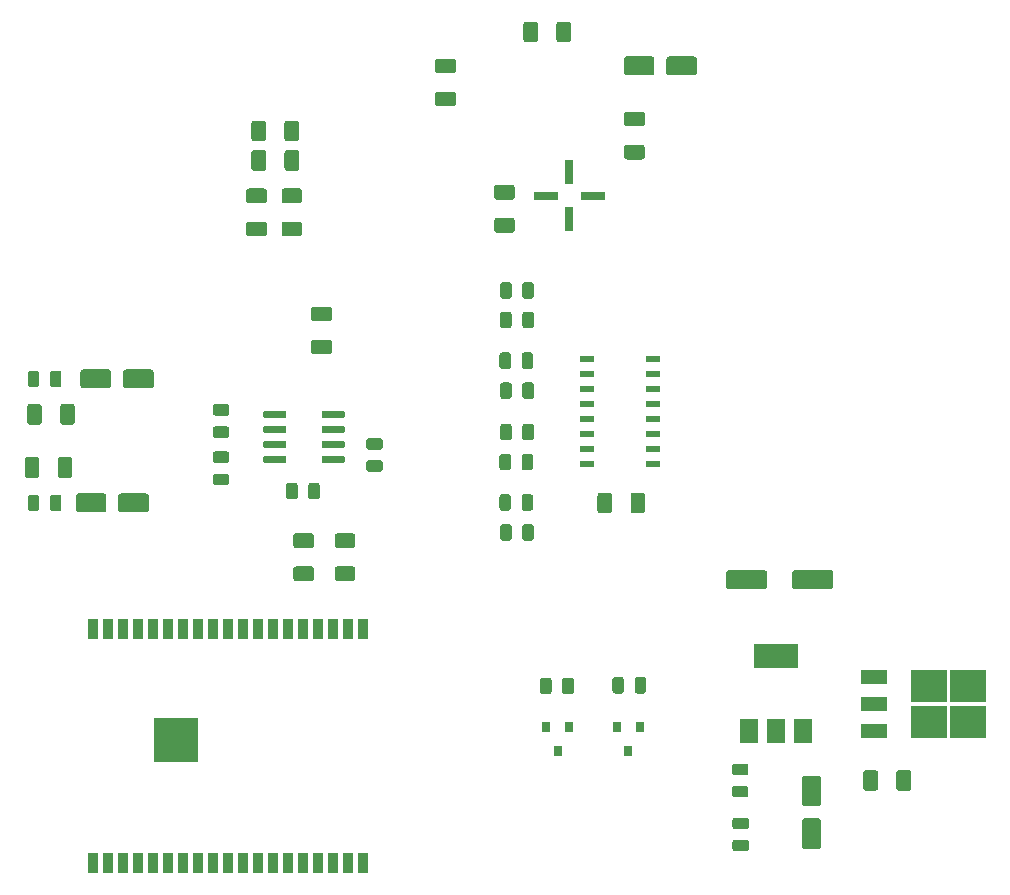
<source format=gtp>
G04 #@! TF.GenerationSoftware,KiCad,Pcbnew,5.1.5+dfsg1-2build2*
G04 #@! TF.CreationDate,2022-10-18T16:04:19-04:00*
G04 #@! TF.ProjectId,Tayloe-Mixer-v3,5461796c-6f65-42d4-9d69-7865722d7633,rev?*
G04 #@! TF.SameCoordinates,Original*
G04 #@! TF.FileFunction,Paste,Top*
G04 #@! TF.FilePolarity,Positive*
%FSLAX46Y46*%
G04 Gerber Fmt 4.6, Leading zero omitted, Abs format (unit mm)*
G04 Created by KiCad (PCBNEW 5.1.5+dfsg1-2build2) date 2022-10-18 16:04:19*
%MOMM*%
%LPD*%
G04 APERTURE LIST*
%ADD10R,1.500000X2.000000*%
%ADD11R,3.800000X2.000000*%
%ADD12C,0.100000*%
%ADD13R,1.200000X0.600000*%
%ADD14R,2.000000X0.750000*%
%ADD15R,0.750000X2.000000*%
%ADD16R,3.050000X2.750000*%
%ADD17R,2.200000X1.200000*%
%ADD18R,3.800000X3.800000*%
%ADD19R,0.900000X1.800000*%
%ADD20R,0.800000X0.900000*%
G04 APERTURE END LIST*
D10*
X130200000Y-87300000D03*
X134800000Y-87300000D03*
X132500000Y-87300000D03*
D11*
X132500000Y-81000000D03*
D12*
G36*
X95839703Y-62740722D02*
G01*
X95854264Y-62742882D01*
X95868543Y-62746459D01*
X95882403Y-62751418D01*
X95895710Y-62757712D01*
X95908336Y-62765280D01*
X95920159Y-62774048D01*
X95931066Y-62783934D01*
X95940952Y-62794841D01*
X95949720Y-62806664D01*
X95957288Y-62819290D01*
X95963582Y-62832597D01*
X95968541Y-62846457D01*
X95972118Y-62860736D01*
X95974278Y-62875297D01*
X95975000Y-62890000D01*
X95975000Y-63190000D01*
X95974278Y-63204703D01*
X95972118Y-63219264D01*
X95968541Y-63233543D01*
X95963582Y-63247403D01*
X95957288Y-63260710D01*
X95949720Y-63273336D01*
X95940952Y-63285159D01*
X95931066Y-63296066D01*
X95920159Y-63305952D01*
X95908336Y-63314720D01*
X95895710Y-63322288D01*
X95882403Y-63328582D01*
X95868543Y-63333541D01*
X95854264Y-63337118D01*
X95839703Y-63339278D01*
X95825000Y-63340000D01*
X94175000Y-63340000D01*
X94160297Y-63339278D01*
X94145736Y-63337118D01*
X94131457Y-63333541D01*
X94117597Y-63328582D01*
X94104290Y-63322288D01*
X94091664Y-63314720D01*
X94079841Y-63305952D01*
X94068934Y-63296066D01*
X94059048Y-63285159D01*
X94050280Y-63273336D01*
X94042712Y-63260710D01*
X94036418Y-63247403D01*
X94031459Y-63233543D01*
X94027882Y-63219264D01*
X94025722Y-63204703D01*
X94025000Y-63190000D01*
X94025000Y-62890000D01*
X94025722Y-62875297D01*
X94027882Y-62860736D01*
X94031459Y-62846457D01*
X94036418Y-62832597D01*
X94042712Y-62819290D01*
X94050280Y-62806664D01*
X94059048Y-62794841D01*
X94068934Y-62783934D01*
X94079841Y-62774048D01*
X94091664Y-62765280D01*
X94104290Y-62757712D01*
X94117597Y-62751418D01*
X94131457Y-62746459D01*
X94145736Y-62742882D01*
X94160297Y-62740722D01*
X94175000Y-62740000D01*
X95825000Y-62740000D01*
X95839703Y-62740722D01*
G37*
G36*
X90889703Y-62740722D02*
G01*
X90904264Y-62742882D01*
X90918543Y-62746459D01*
X90932403Y-62751418D01*
X90945710Y-62757712D01*
X90958336Y-62765280D01*
X90970159Y-62774048D01*
X90981066Y-62783934D01*
X90990952Y-62794841D01*
X90999720Y-62806664D01*
X91007288Y-62819290D01*
X91013582Y-62832597D01*
X91018541Y-62846457D01*
X91022118Y-62860736D01*
X91024278Y-62875297D01*
X91025000Y-62890000D01*
X91025000Y-63190000D01*
X91024278Y-63204703D01*
X91022118Y-63219264D01*
X91018541Y-63233543D01*
X91013582Y-63247403D01*
X91007288Y-63260710D01*
X90999720Y-63273336D01*
X90990952Y-63285159D01*
X90981066Y-63296066D01*
X90970159Y-63305952D01*
X90958336Y-63314720D01*
X90945710Y-63322288D01*
X90932403Y-63328582D01*
X90918543Y-63333541D01*
X90904264Y-63337118D01*
X90889703Y-63339278D01*
X90875000Y-63340000D01*
X89225000Y-63340000D01*
X89210297Y-63339278D01*
X89195736Y-63337118D01*
X89181457Y-63333541D01*
X89167597Y-63328582D01*
X89154290Y-63322288D01*
X89141664Y-63314720D01*
X89129841Y-63305952D01*
X89118934Y-63296066D01*
X89109048Y-63285159D01*
X89100280Y-63273336D01*
X89092712Y-63260710D01*
X89086418Y-63247403D01*
X89081459Y-63233543D01*
X89077882Y-63219264D01*
X89075722Y-63204703D01*
X89075000Y-63190000D01*
X89075000Y-62890000D01*
X89075722Y-62875297D01*
X89077882Y-62860736D01*
X89081459Y-62846457D01*
X89086418Y-62832597D01*
X89092712Y-62819290D01*
X89100280Y-62806664D01*
X89109048Y-62794841D01*
X89118934Y-62783934D01*
X89129841Y-62774048D01*
X89141664Y-62765280D01*
X89154290Y-62757712D01*
X89167597Y-62751418D01*
X89181457Y-62746459D01*
X89195736Y-62742882D01*
X89210297Y-62740722D01*
X89225000Y-62740000D01*
X90875000Y-62740000D01*
X90889703Y-62740722D01*
G37*
G36*
X95839703Y-61470722D02*
G01*
X95854264Y-61472882D01*
X95868543Y-61476459D01*
X95882403Y-61481418D01*
X95895710Y-61487712D01*
X95908336Y-61495280D01*
X95920159Y-61504048D01*
X95931066Y-61513934D01*
X95940952Y-61524841D01*
X95949720Y-61536664D01*
X95957288Y-61549290D01*
X95963582Y-61562597D01*
X95968541Y-61576457D01*
X95972118Y-61590736D01*
X95974278Y-61605297D01*
X95975000Y-61620000D01*
X95975000Y-61920000D01*
X95974278Y-61934703D01*
X95972118Y-61949264D01*
X95968541Y-61963543D01*
X95963582Y-61977403D01*
X95957288Y-61990710D01*
X95949720Y-62003336D01*
X95940952Y-62015159D01*
X95931066Y-62026066D01*
X95920159Y-62035952D01*
X95908336Y-62044720D01*
X95895710Y-62052288D01*
X95882403Y-62058582D01*
X95868543Y-62063541D01*
X95854264Y-62067118D01*
X95839703Y-62069278D01*
X95825000Y-62070000D01*
X94175000Y-62070000D01*
X94160297Y-62069278D01*
X94145736Y-62067118D01*
X94131457Y-62063541D01*
X94117597Y-62058582D01*
X94104290Y-62052288D01*
X94091664Y-62044720D01*
X94079841Y-62035952D01*
X94068934Y-62026066D01*
X94059048Y-62015159D01*
X94050280Y-62003336D01*
X94042712Y-61990710D01*
X94036418Y-61977403D01*
X94031459Y-61963543D01*
X94027882Y-61949264D01*
X94025722Y-61934703D01*
X94025000Y-61920000D01*
X94025000Y-61620000D01*
X94025722Y-61605297D01*
X94027882Y-61590736D01*
X94031459Y-61576457D01*
X94036418Y-61562597D01*
X94042712Y-61549290D01*
X94050280Y-61536664D01*
X94059048Y-61524841D01*
X94068934Y-61513934D01*
X94079841Y-61504048D01*
X94091664Y-61495280D01*
X94104290Y-61487712D01*
X94117597Y-61481418D01*
X94131457Y-61476459D01*
X94145736Y-61472882D01*
X94160297Y-61470722D01*
X94175000Y-61470000D01*
X95825000Y-61470000D01*
X95839703Y-61470722D01*
G37*
G36*
X95839703Y-64010722D02*
G01*
X95854264Y-64012882D01*
X95868543Y-64016459D01*
X95882403Y-64021418D01*
X95895710Y-64027712D01*
X95908336Y-64035280D01*
X95920159Y-64044048D01*
X95931066Y-64053934D01*
X95940952Y-64064841D01*
X95949720Y-64076664D01*
X95957288Y-64089290D01*
X95963582Y-64102597D01*
X95968541Y-64116457D01*
X95972118Y-64130736D01*
X95974278Y-64145297D01*
X95975000Y-64160000D01*
X95975000Y-64460000D01*
X95974278Y-64474703D01*
X95972118Y-64489264D01*
X95968541Y-64503543D01*
X95963582Y-64517403D01*
X95957288Y-64530710D01*
X95949720Y-64543336D01*
X95940952Y-64555159D01*
X95931066Y-64566066D01*
X95920159Y-64575952D01*
X95908336Y-64584720D01*
X95895710Y-64592288D01*
X95882403Y-64598582D01*
X95868543Y-64603541D01*
X95854264Y-64607118D01*
X95839703Y-64609278D01*
X95825000Y-64610000D01*
X94175000Y-64610000D01*
X94160297Y-64609278D01*
X94145736Y-64607118D01*
X94131457Y-64603541D01*
X94117597Y-64598582D01*
X94104290Y-64592288D01*
X94091664Y-64584720D01*
X94079841Y-64575952D01*
X94068934Y-64566066D01*
X94059048Y-64555159D01*
X94050280Y-64543336D01*
X94042712Y-64530710D01*
X94036418Y-64517403D01*
X94031459Y-64503543D01*
X94027882Y-64489264D01*
X94025722Y-64474703D01*
X94025000Y-64460000D01*
X94025000Y-64160000D01*
X94025722Y-64145297D01*
X94027882Y-64130736D01*
X94031459Y-64116457D01*
X94036418Y-64102597D01*
X94042712Y-64089290D01*
X94050280Y-64076664D01*
X94059048Y-64064841D01*
X94068934Y-64053934D01*
X94079841Y-64044048D01*
X94091664Y-64035280D01*
X94104290Y-64027712D01*
X94117597Y-64021418D01*
X94131457Y-64016459D01*
X94145736Y-64012882D01*
X94160297Y-64010722D01*
X94175000Y-64010000D01*
X95825000Y-64010000D01*
X95839703Y-64010722D01*
G37*
G36*
X90889703Y-60200722D02*
G01*
X90904264Y-60202882D01*
X90918543Y-60206459D01*
X90932403Y-60211418D01*
X90945710Y-60217712D01*
X90958336Y-60225280D01*
X90970159Y-60234048D01*
X90981066Y-60243934D01*
X90990952Y-60254841D01*
X90999720Y-60266664D01*
X91007288Y-60279290D01*
X91013582Y-60292597D01*
X91018541Y-60306457D01*
X91022118Y-60320736D01*
X91024278Y-60335297D01*
X91025000Y-60350000D01*
X91025000Y-60650000D01*
X91024278Y-60664703D01*
X91022118Y-60679264D01*
X91018541Y-60693543D01*
X91013582Y-60707403D01*
X91007288Y-60720710D01*
X90999720Y-60733336D01*
X90990952Y-60745159D01*
X90981066Y-60756066D01*
X90970159Y-60765952D01*
X90958336Y-60774720D01*
X90945710Y-60782288D01*
X90932403Y-60788582D01*
X90918543Y-60793541D01*
X90904264Y-60797118D01*
X90889703Y-60799278D01*
X90875000Y-60800000D01*
X89225000Y-60800000D01*
X89210297Y-60799278D01*
X89195736Y-60797118D01*
X89181457Y-60793541D01*
X89167597Y-60788582D01*
X89154290Y-60782288D01*
X89141664Y-60774720D01*
X89129841Y-60765952D01*
X89118934Y-60756066D01*
X89109048Y-60745159D01*
X89100280Y-60733336D01*
X89092712Y-60720710D01*
X89086418Y-60707403D01*
X89081459Y-60693543D01*
X89077882Y-60679264D01*
X89075722Y-60664703D01*
X89075000Y-60650000D01*
X89075000Y-60350000D01*
X89075722Y-60335297D01*
X89077882Y-60320736D01*
X89081459Y-60306457D01*
X89086418Y-60292597D01*
X89092712Y-60279290D01*
X89100280Y-60266664D01*
X89109048Y-60254841D01*
X89118934Y-60243934D01*
X89129841Y-60234048D01*
X89141664Y-60225280D01*
X89154290Y-60217712D01*
X89167597Y-60211418D01*
X89181457Y-60206459D01*
X89195736Y-60202882D01*
X89210297Y-60200722D01*
X89225000Y-60200000D01*
X90875000Y-60200000D01*
X90889703Y-60200722D01*
G37*
G36*
X90889703Y-64010722D02*
G01*
X90904264Y-64012882D01*
X90918543Y-64016459D01*
X90932403Y-64021418D01*
X90945710Y-64027712D01*
X90958336Y-64035280D01*
X90970159Y-64044048D01*
X90981066Y-64053934D01*
X90990952Y-64064841D01*
X90999720Y-64076664D01*
X91007288Y-64089290D01*
X91013582Y-64102597D01*
X91018541Y-64116457D01*
X91022118Y-64130736D01*
X91024278Y-64145297D01*
X91025000Y-64160000D01*
X91025000Y-64460000D01*
X91024278Y-64474703D01*
X91022118Y-64489264D01*
X91018541Y-64503543D01*
X91013582Y-64517403D01*
X91007288Y-64530710D01*
X90999720Y-64543336D01*
X90990952Y-64555159D01*
X90981066Y-64566066D01*
X90970159Y-64575952D01*
X90958336Y-64584720D01*
X90945710Y-64592288D01*
X90932403Y-64598582D01*
X90918543Y-64603541D01*
X90904264Y-64607118D01*
X90889703Y-64609278D01*
X90875000Y-64610000D01*
X89225000Y-64610000D01*
X89210297Y-64609278D01*
X89195736Y-64607118D01*
X89181457Y-64603541D01*
X89167597Y-64598582D01*
X89154290Y-64592288D01*
X89141664Y-64584720D01*
X89129841Y-64575952D01*
X89118934Y-64566066D01*
X89109048Y-64555159D01*
X89100280Y-64543336D01*
X89092712Y-64530710D01*
X89086418Y-64517403D01*
X89081459Y-64503543D01*
X89077882Y-64489264D01*
X89075722Y-64474703D01*
X89075000Y-64460000D01*
X89075000Y-64160000D01*
X89075722Y-64145297D01*
X89077882Y-64130736D01*
X89081459Y-64116457D01*
X89086418Y-64102597D01*
X89092712Y-64089290D01*
X89100280Y-64076664D01*
X89109048Y-64064841D01*
X89118934Y-64053934D01*
X89129841Y-64044048D01*
X89141664Y-64035280D01*
X89154290Y-64027712D01*
X89167597Y-64021418D01*
X89181457Y-64016459D01*
X89195736Y-64012882D01*
X89210297Y-64010722D01*
X89225000Y-64010000D01*
X90875000Y-64010000D01*
X90889703Y-64010722D01*
G37*
G36*
X95839703Y-60200722D02*
G01*
X95854264Y-60202882D01*
X95868543Y-60206459D01*
X95882403Y-60211418D01*
X95895710Y-60217712D01*
X95908336Y-60225280D01*
X95920159Y-60234048D01*
X95931066Y-60243934D01*
X95940952Y-60254841D01*
X95949720Y-60266664D01*
X95957288Y-60279290D01*
X95963582Y-60292597D01*
X95968541Y-60306457D01*
X95972118Y-60320736D01*
X95974278Y-60335297D01*
X95975000Y-60350000D01*
X95975000Y-60650000D01*
X95974278Y-60664703D01*
X95972118Y-60679264D01*
X95968541Y-60693543D01*
X95963582Y-60707403D01*
X95957288Y-60720710D01*
X95949720Y-60733336D01*
X95940952Y-60745159D01*
X95931066Y-60756066D01*
X95920159Y-60765952D01*
X95908336Y-60774720D01*
X95895710Y-60782288D01*
X95882403Y-60788582D01*
X95868543Y-60793541D01*
X95854264Y-60797118D01*
X95839703Y-60799278D01*
X95825000Y-60800000D01*
X94175000Y-60800000D01*
X94160297Y-60799278D01*
X94145736Y-60797118D01*
X94131457Y-60793541D01*
X94117597Y-60788582D01*
X94104290Y-60782288D01*
X94091664Y-60774720D01*
X94079841Y-60765952D01*
X94068934Y-60756066D01*
X94059048Y-60745159D01*
X94050280Y-60733336D01*
X94042712Y-60720710D01*
X94036418Y-60707403D01*
X94031459Y-60693543D01*
X94027882Y-60679264D01*
X94025722Y-60664703D01*
X94025000Y-60650000D01*
X94025000Y-60350000D01*
X94025722Y-60335297D01*
X94027882Y-60320736D01*
X94031459Y-60306457D01*
X94036418Y-60292597D01*
X94042712Y-60279290D01*
X94050280Y-60266664D01*
X94059048Y-60254841D01*
X94068934Y-60243934D01*
X94079841Y-60234048D01*
X94091664Y-60225280D01*
X94104290Y-60217712D01*
X94117597Y-60211418D01*
X94131457Y-60206459D01*
X94145736Y-60202882D01*
X94160297Y-60200722D01*
X94175000Y-60200000D01*
X95825000Y-60200000D01*
X95839703Y-60200722D01*
G37*
G36*
X90889703Y-61470722D02*
G01*
X90904264Y-61472882D01*
X90918543Y-61476459D01*
X90932403Y-61481418D01*
X90945710Y-61487712D01*
X90958336Y-61495280D01*
X90970159Y-61504048D01*
X90981066Y-61513934D01*
X90990952Y-61524841D01*
X90999720Y-61536664D01*
X91007288Y-61549290D01*
X91013582Y-61562597D01*
X91018541Y-61576457D01*
X91022118Y-61590736D01*
X91024278Y-61605297D01*
X91025000Y-61620000D01*
X91025000Y-61920000D01*
X91024278Y-61934703D01*
X91022118Y-61949264D01*
X91018541Y-61963543D01*
X91013582Y-61977403D01*
X91007288Y-61990710D01*
X90999720Y-62003336D01*
X90990952Y-62015159D01*
X90981066Y-62026066D01*
X90970159Y-62035952D01*
X90958336Y-62044720D01*
X90945710Y-62052288D01*
X90932403Y-62058582D01*
X90918543Y-62063541D01*
X90904264Y-62067118D01*
X90889703Y-62069278D01*
X90875000Y-62070000D01*
X89225000Y-62070000D01*
X89210297Y-62069278D01*
X89195736Y-62067118D01*
X89181457Y-62063541D01*
X89167597Y-62058582D01*
X89154290Y-62052288D01*
X89141664Y-62044720D01*
X89129841Y-62035952D01*
X89118934Y-62026066D01*
X89109048Y-62015159D01*
X89100280Y-62003336D01*
X89092712Y-61990710D01*
X89086418Y-61977403D01*
X89081459Y-61963543D01*
X89077882Y-61949264D01*
X89075722Y-61934703D01*
X89075000Y-61920000D01*
X89075000Y-61620000D01*
X89075722Y-61605297D01*
X89077882Y-61590736D01*
X89081459Y-61576457D01*
X89086418Y-61562597D01*
X89092712Y-61549290D01*
X89100280Y-61536664D01*
X89109048Y-61524841D01*
X89118934Y-61513934D01*
X89129841Y-61504048D01*
X89141664Y-61495280D01*
X89154290Y-61487712D01*
X89167597Y-61481418D01*
X89181457Y-61476459D01*
X89195736Y-61472882D01*
X89210297Y-61470722D01*
X89225000Y-61470000D01*
X90875000Y-61470000D01*
X90889703Y-61470722D01*
G37*
D13*
X116450000Y-62155000D03*
X116450000Y-63425000D03*
X116450000Y-64695000D03*
X122050000Y-59615000D03*
X122050000Y-64695000D03*
X122050000Y-63425000D03*
X122050000Y-62155000D03*
X122050000Y-60885000D03*
X122050000Y-58345000D03*
X122050000Y-57075000D03*
X116450000Y-55805000D03*
X116450000Y-57075000D03*
X116450000Y-58345000D03*
X116450000Y-60885000D03*
X122050000Y-55805000D03*
X116450000Y-59615000D03*
D12*
G36*
X98980142Y-62513674D02*
G01*
X99003803Y-62517184D01*
X99027007Y-62522996D01*
X99049529Y-62531054D01*
X99071153Y-62541282D01*
X99091670Y-62553579D01*
X99110883Y-62567829D01*
X99128607Y-62583893D01*
X99144671Y-62601617D01*
X99158921Y-62620830D01*
X99171218Y-62641347D01*
X99181446Y-62662971D01*
X99189504Y-62685493D01*
X99195316Y-62708697D01*
X99198826Y-62732358D01*
X99200000Y-62756250D01*
X99200000Y-63243750D01*
X99198826Y-63267642D01*
X99195316Y-63291303D01*
X99189504Y-63314507D01*
X99181446Y-63337029D01*
X99171218Y-63358653D01*
X99158921Y-63379170D01*
X99144671Y-63398383D01*
X99128607Y-63416107D01*
X99110883Y-63432171D01*
X99091670Y-63446421D01*
X99071153Y-63458718D01*
X99049529Y-63468946D01*
X99027007Y-63477004D01*
X99003803Y-63482816D01*
X98980142Y-63486326D01*
X98956250Y-63487500D01*
X98043750Y-63487500D01*
X98019858Y-63486326D01*
X97996197Y-63482816D01*
X97972993Y-63477004D01*
X97950471Y-63468946D01*
X97928847Y-63458718D01*
X97908330Y-63446421D01*
X97889117Y-63432171D01*
X97871393Y-63416107D01*
X97855329Y-63398383D01*
X97841079Y-63379170D01*
X97828782Y-63358653D01*
X97818554Y-63337029D01*
X97810496Y-63314507D01*
X97804684Y-63291303D01*
X97801174Y-63267642D01*
X97800000Y-63243750D01*
X97800000Y-62756250D01*
X97801174Y-62732358D01*
X97804684Y-62708697D01*
X97810496Y-62685493D01*
X97818554Y-62662971D01*
X97828782Y-62641347D01*
X97841079Y-62620830D01*
X97855329Y-62601617D01*
X97871393Y-62583893D01*
X97889117Y-62567829D01*
X97908330Y-62553579D01*
X97928847Y-62541282D01*
X97950471Y-62531054D01*
X97972993Y-62522996D01*
X97996197Y-62517184D01*
X98019858Y-62513674D01*
X98043750Y-62512500D01*
X98956250Y-62512500D01*
X98980142Y-62513674D01*
G37*
G36*
X98980142Y-64388674D02*
G01*
X99003803Y-64392184D01*
X99027007Y-64397996D01*
X99049529Y-64406054D01*
X99071153Y-64416282D01*
X99091670Y-64428579D01*
X99110883Y-64442829D01*
X99128607Y-64458893D01*
X99144671Y-64476617D01*
X99158921Y-64495830D01*
X99171218Y-64516347D01*
X99181446Y-64537971D01*
X99189504Y-64560493D01*
X99195316Y-64583697D01*
X99198826Y-64607358D01*
X99200000Y-64631250D01*
X99200000Y-65118750D01*
X99198826Y-65142642D01*
X99195316Y-65166303D01*
X99189504Y-65189507D01*
X99181446Y-65212029D01*
X99171218Y-65233653D01*
X99158921Y-65254170D01*
X99144671Y-65273383D01*
X99128607Y-65291107D01*
X99110883Y-65307171D01*
X99091670Y-65321421D01*
X99071153Y-65333718D01*
X99049529Y-65343946D01*
X99027007Y-65352004D01*
X99003803Y-65357816D01*
X98980142Y-65361326D01*
X98956250Y-65362500D01*
X98043750Y-65362500D01*
X98019858Y-65361326D01*
X97996197Y-65357816D01*
X97972993Y-65352004D01*
X97950471Y-65343946D01*
X97928847Y-65333718D01*
X97908330Y-65321421D01*
X97889117Y-65307171D01*
X97871393Y-65291107D01*
X97855329Y-65273383D01*
X97841079Y-65254170D01*
X97828782Y-65233653D01*
X97818554Y-65212029D01*
X97810496Y-65189507D01*
X97804684Y-65166303D01*
X97801174Y-65142642D01*
X97800000Y-65118750D01*
X97800000Y-64631250D01*
X97801174Y-64607358D01*
X97804684Y-64583697D01*
X97810496Y-64560493D01*
X97818554Y-64537971D01*
X97828782Y-64516347D01*
X97841079Y-64495830D01*
X97855329Y-64476617D01*
X97871393Y-64458893D01*
X97889117Y-64442829D01*
X97908330Y-64428579D01*
X97928847Y-64416282D01*
X97950471Y-64406054D01*
X97972993Y-64397996D01*
X97996197Y-64392184D01*
X98019858Y-64388674D01*
X98043750Y-64387500D01*
X98956250Y-64387500D01*
X98980142Y-64388674D01*
G37*
G36*
X85980142Y-61513674D02*
G01*
X86003803Y-61517184D01*
X86027007Y-61522996D01*
X86049529Y-61531054D01*
X86071153Y-61541282D01*
X86091670Y-61553579D01*
X86110883Y-61567829D01*
X86128607Y-61583893D01*
X86144671Y-61601617D01*
X86158921Y-61620830D01*
X86171218Y-61641347D01*
X86181446Y-61662971D01*
X86189504Y-61685493D01*
X86195316Y-61708697D01*
X86198826Y-61732358D01*
X86200000Y-61756250D01*
X86200000Y-62243750D01*
X86198826Y-62267642D01*
X86195316Y-62291303D01*
X86189504Y-62314507D01*
X86181446Y-62337029D01*
X86171218Y-62358653D01*
X86158921Y-62379170D01*
X86144671Y-62398383D01*
X86128607Y-62416107D01*
X86110883Y-62432171D01*
X86091670Y-62446421D01*
X86071153Y-62458718D01*
X86049529Y-62468946D01*
X86027007Y-62477004D01*
X86003803Y-62482816D01*
X85980142Y-62486326D01*
X85956250Y-62487500D01*
X85043750Y-62487500D01*
X85019858Y-62486326D01*
X84996197Y-62482816D01*
X84972993Y-62477004D01*
X84950471Y-62468946D01*
X84928847Y-62458718D01*
X84908330Y-62446421D01*
X84889117Y-62432171D01*
X84871393Y-62416107D01*
X84855329Y-62398383D01*
X84841079Y-62379170D01*
X84828782Y-62358653D01*
X84818554Y-62337029D01*
X84810496Y-62314507D01*
X84804684Y-62291303D01*
X84801174Y-62267642D01*
X84800000Y-62243750D01*
X84800000Y-61756250D01*
X84801174Y-61732358D01*
X84804684Y-61708697D01*
X84810496Y-61685493D01*
X84818554Y-61662971D01*
X84828782Y-61641347D01*
X84841079Y-61620830D01*
X84855329Y-61601617D01*
X84871393Y-61583893D01*
X84889117Y-61567829D01*
X84908330Y-61553579D01*
X84928847Y-61541282D01*
X84950471Y-61531054D01*
X84972993Y-61522996D01*
X84996197Y-61517184D01*
X85019858Y-61513674D01*
X85043750Y-61512500D01*
X85956250Y-61512500D01*
X85980142Y-61513674D01*
G37*
G36*
X85980142Y-59638674D02*
G01*
X86003803Y-59642184D01*
X86027007Y-59647996D01*
X86049529Y-59656054D01*
X86071153Y-59666282D01*
X86091670Y-59678579D01*
X86110883Y-59692829D01*
X86128607Y-59708893D01*
X86144671Y-59726617D01*
X86158921Y-59745830D01*
X86171218Y-59766347D01*
X86181446Y-59787971D01*
X86189504Y-59810493D01*
X86195316Y-59833697D01*
X86198826Y-59857358D01*
X86200000Y-59881250D01*
X86200000Y-60368750D01*
X86198826Y-60392642D01*
X86195316Y-60416303D01*
X86189504Y-60439507D01*
X86181446Y-60462029D01*
X86171218Y-60483653D01*
X86158921Y-60504170D01*
X86144671Y-60523383D01*
X86128607Y-60541107D01*
X86110883Y-60557171D01*
X86091670Y-60571421D01*
X86071153Y-60583718D01*
X86049529Y-60593946D01*
X86027007Y-60602004D01*
X86003803Y-60607816D01*
X85980142Y-60611326D01*
X85956250Y-60612500D01*
X85043750Y-60612500D01*
X85019858Y-60611326D01*
X84996197Y-60607816D01*
X84972993Y-60602004D01*
X84950471Y-60593946D01*
X84928847Y-60583718D01*
X84908330Y-60571421D01*
X84889117Y-60557171D01*
X84871393Y-60541107D01*
X84855329Y-60523383D01*
X84841079Y-60504170D01*
X84828782Y-60483653D01*
X84818554Y-60462029D01*
X84810496Y-60439507D01*
X84804684Y-60416303D01*
X84801174Y-60392642D01*
X84800000Y-60368750D01*
X84800000Y-59881250D01*
X84801174Y-59857358D01*
X84804684Y-59833697D01*
X84810496Y-59810493D01*
X84818554Y-59787971D01*
X84828782Y-59766347D01*
X84841079Y-59745830D01*
X84855329Y-59726617D01*
X84871393Y-59708893D01*
X84889117Y-59692829D01*
X84908330Y-59678579D01*
X84928847Y-59666282D01*
X84950471Y-59656054D01*
X84972993Y-59647996D01*
X84996197Y-59642184D01*
X85019858Y-59638674D01*
X85043750Y-59637500D01*
X85956250Y-59637500D01*
X85980142Y-59638674D01*
G37*
G36*
X109892642Y-49301174D02*
G01*
X109916303Y-49304684D01*
X109939507Y-49310496D01*
X109962029Y-49318554D01*
X109983653Y-49328782D01*
X110004170Y-49341079D01*
X110023383Y-49355329D01*
X110041107Y-49371393D01*
X110057171Y-49389117D01*
X110071421Y-49408330D01*
X110083718Y-49428847D01*
X110093946Y-49450471D01*
X110102004Y-49472993D01*
X110107816Y-49496197D01*
X110111326Y-49519858D01*
X110112500Y-49543750D01*
X110112500Y-50456250D01*
X110111326Y-50480142D01*
X110107816Y-50503803D01*
X110102004Y-50527007D01*
X110093946Y-50549529D01*
X110083718Y-50571153D01*
X110071421Y-50591670D01*
X110057171Y-50610883D01*
X110041107Y-50628607D01*
X110023383Y-50644671D01*
X110004170Y-50658921D01*
X109983653Y-50671218D01*
X109962029Y-50681446D01*
X109939507Y-50689504D01*
X109916303Y-50695316D01*
X109892642Y-50698826D01*
X109868750Y-50700000D01*
X109381250Y-50700000D01*
X109357358Y-50698826D01*
X109333697Y-50695316D01*
X109310493Y-50689504D01*
X109287971Y-50681446D01*
X109266347Y-50671218D01*
X109245830Y-50658921D01*
X109226617Y-50644671D01*
X109208893Y-50628607D01*
X109192829Y-50610883D01*
X109178579Y-50591670D01*
X109166282Y-50571153D01*
X109156054Y-50549529D01*
X109147996Y-50527007D01*
X109142184Y-50503803D01*
X109138674Y-50480142D01*
X109137500Y-50456250D01*
X109137500Y-49543750D01*
X109138674Y-49519858D01*
X109142184Y-49496197D01*
X109147996Y-49472993D01*
X109156054Y-49450471D01*
X109166282Y-49428847D01*
X109178579Y-49408330D01*
X109192829Y-49389117D01*
X109208893Y-49371393D01*
X109226617Y-49355329D01*
X109245830Y-49341079D01*
X109266347Y-49328782D01*
X109287971Y-49318554D01*
X109310493Y-49310496D01*
X109333697Y-49304684D01*
X109357358Y-49301174D01*
X109381250Y-49300000D01*
X109868750Y-49300000D01*
X109892642Y-49301174D01*
G37*
G36*
X111767642Y-49301174D02*
G01*
X111791303Y-49304684D01*
X111814507Y-49310496D01*
X111837029Y-49318554D01*
X111858653Y-49328782D01*
X111879170Y-49341079D01*
X111898383Y-49355329D01*
X111916107Y-49371393D01*
X111932171Y-49389117D01*
X111946421Y-49408330D01*
X111958718Y-49428847D01*
X111968946Y-49450471D01*
X111977004Y-49472993D01*
X111982816Y-49496197D01*
X111986326Y-49519858D01*
X111987500Y-49543750D01*
X111987500Y-50456250D01*
X111986326Y-50480142D01*
X111982816Y-50503803D01*
X111977004Y-50527007D01*
X111968946Y-50549529D01*
X111958718Y-50571153D01*
X111946421Y-50591670D01*
X111932171Y-50610883D01*
X111916107Y-50628607D01*
X111898383Y-50644671D01*
X111879170Y-50658921D01*
X111858653Y-50671218D01*
X111837029Y-50681446D01*
X111814507Y-50689504D01*
X111791303Y-50695316D01*
X111767642Y-50698826D01*
X111743750Y-50700000D01*
X111256250Y-50700000D01*
X111232358Y-50698826D01*
X111208697Y-50695316D01*
X111185493Y-50689504D01*
X111162971Y-50681446D01*
X111141347Y-50671218D01*
X111120830Y-50658921D01*
X111101617Y-50644671D01*
X111083893Y-50628607D01*
X111067829Y-50610883D01*
X111053579Y-50591670D01*
X111041282Y-50571153D01*
X111031054Y-50549529D01*
X111022996Y-50527007D01*
X111017184Y-50503803D01*
X111013674Y-50480142D01*
X111012500Y-50456250D01*
X111012500Y-49543750D01*
X111013674Y-49519858D01*
X111017184Y-49496197D01*
X111022996Y-49472993D01*
X111031054Y-49450471D01*
X111041282Y-49428847D01*
X111053579Y-49408330D01*
X111067829Y-49389117D01*
X111083893Y-49371393D01*
X111101617Y-49355329D01*
X111120830Y-49341079D01*
X111141347Y-49328782D01*
X111162971Y-49318554D01*
X111185493Y-49310496D01*
X111208697Y-49304684D01*
X111232358Y-49301174D01*
X111256250Y-49300000D01*
X111743750Y-49300000D01*
X111767642Y-49301174D01*
G37*
G36*
X109830142Y-67261174D02*
G01*
X109853803Y-67264684D01*
X109877007Y-67270496D01*
X109899529Y-67278554D01*
X109921153Y-67288782D01*
X109941670Y-67301079D01*
X109960883Y-67315329D01*
X109978607Y-67331393D01*
X109994671Y-67349117D01*
X110008921Y-67368330D01*
X110021218Y-67388847D01*
X110031446Y-67410471D01*
X110039504Y-67432993D01*
X110045316Y-67456197D01*
X110048826Y-67479858D01*
X110050000Y-67503750D01*
X110050000Y-68416250D01*
X110048826Y-68440142D01*
X110045316Y-68463803D01*
X110039504Y-68487007D01*
X110031446Y-68509529D01*
X110021218Y-68531153D01*
X110008921Y-68551670D01*
X109994671Y-68570883D01*
X109978607Y-68588607D01*
X109960883Y-68604671D01*
X109941670Y-68618921D01*
X109921153Y-68631218D01*
X109899529Y-68641446D01*
X109877007Y-68649504D01*
X109853803Y-68655316D01*
X109830142Y-68658826D01*
X109806250Y-68660000D01*
X109318750Y-68660000D01*
X109294858Y-68658826D01*
X109271197Y-68655316D01*
X109247993Y-68649504D01*
X109225471Y-68641446D01*
X109203847Y-68631218D01*
X109183330Y-68618921D01*
X109164117Y-68604671D01*
X109146393Y-68588607D01*
X109130329Y-68570883D01*
X109116079Y-68551670D01*
X109103782Y-68531153D01*
X109093554Y-68509529D01*
X109085496Y-68487007D01*
X109079684Y-68463803D01*
X109076174Y-68440142D01*
X109075000Y-68416250D01*
X109075000Y-67503750D01*
X109076174Y-67479858D01*
X109079684Y-67456197D01*
X109085496Y-67432993D01*
X109093554Y-67410471D01*
X109103782Y-67388847D01*
X109116079Y-67368330D01*
X109130329Y-67349117D01*
X109146393Y-67331393D01*
X109164117Y-67315329D01*
X109183330Y-67301079D01*
X109203847Y-67288782D01*
X109225471Y-67278554D01*
X109247993Y-67270496D01*
X109271197Y-67264684D01*
X109294858Y-67261174D01*
X109318750Y-67260000D01*
X109806250Y-67260000D01*
X109830142Y-67261174D01*
G37*
G36*
X111705142Y-67261174D02*
G01*
X111728803Y-67264684D01*
X111752007Y-67270496D01*
X111774529Y-67278554D01*
X111796153Y-67288782D01*
X111816670Y-67301079D01*
X111835883Y-67315329D01*
X111853607Y-67331393D01*
X111869671Y-67349117D01*
X111883921Y-67368330D01*
X111896218Y-67388847D01*
X111906446Y-67410471D01*
X111914504Y-67432993D01*
X111920316Y-67456197D01*
X111923826Y-67479858D01*
X111925000Y-67503750D01*
X111925000Y-68416250D01*
X111923826Y-68440142D01*
X111920316Y-68463803D01*
X111914504Y-68487007D01*
X111906446Y-68509529D01*
X111896218Y-68531153D01*
X111883921Y-68551670D01*
X111869671Y-68570883D01*
X111853607Y-68588607D01*
X111835883Y-68604671D01*
X111816670Y-68618921D01*
X111796153Y-68631218D01*
X111774529Y-68641446D01*
X111752007Y-68649504D01*
X111728803Y-68655316D01*
X111705142Y-68658826D01*
X111681250Y-68660000D01*
X111193750Y-68660000D01*
X111169858Y-68658826D01*
X111146197Y-68655316D01*
X111122993Y-68649504D01*
X111100471Y-68641446D01*
X111078847Y-68631218D01*
X111058330Y-68618921D01*
X111039117Y-68604671D01*
X111021393Y-68588607D01*
X111005329Y-68570883D01*
X110991079Y-68551670D01*
X110978782Y-68531153D01*
X110968554Y-68509529D01*
X110960496Y-68487007D01*
X110954684Y-68463803D01*
X110951174Y-68440142D01*
X110950000Y-68416250D01*
X110950000Y-67503750D01*
X110951174Y-67479858D01*
X110954684Y-67456197D01*
X110960496Y-67432993D01*
X110968554Y-67410471D01*
X110978782Y-67388847D01*
X110991079Y-67368330D01*
X111005329Y-67349117D01*
X111021393Y-67331393D01*
X111039117Y-67315329D01*
X111058330Y-67301079D01*
X111078847Y-67288782D01*
X111100471Y-67278554D01*
X111122993Y-67270496D01*
X111146197Y-67264684D01*
X111169858Y-67261174D01*
X111193750Y-67260000D01*
X111681250Y-67260000D01*
X111705142Y-67261174D01*
G37*
G36*
X109830142Y-55261174D02*
G01*
X109853803Y-55264684D01*
X109877007Y-55270496D01*
X109899529Y-55278554D01*
X109921153Y-55288782D01*
X109941670Y-55301079D01*
X109960883Y-55315329D01*
X109978607Y-55331393D01*
X109994671Y-55349117D01*
X110008921Y-55368330D01*
X110021218Y-55388847D01*
X110031446Y-55410471D01*
X110039504Y-55432993D01*
X110045316Y-55456197D01*
X110048826Y-55479858D01*
X110050000Y-55503750D01*
X110050000Y-56416250D01*
X110048826Y-56440142D01*
X110045316Y-56463803D01*
X110039504Y-56487007D01*
X110031446Y-56509529D01*
X110021218Y-56531153D01*
X110008921Y-56551670D01*
X109994671Y-56570883D01*
X109978607Y-56588607D01*
X109960883Y-56604671D01*
X109941670Y-56618921D01*
X109921153Y-56631218D01*
X109899529Y-56641446D01*
X109877007Y-56649504D01*
X109853803Y-56655316D01*
X109830142Y-56658826D01*
X109806250Y-56660000D01*
X109318750Y-56660000D01*
X109294858Y-56658826D01*
X109271197Y-56655316D01*
X109247993Y-56649504D01*
X109225471Y-56641446D01*
X109203847Y-56631218D01*
X109183330Y-56618921D01*
X109164117Y-56604671D01*
X109146393Y-56588607D01*
X109130329Y-56570883D01*
X109116079Y-56551670D01*
X109103782Y-56531153D01*
X109093554Y-56509529D01*
X109085496Y-56487007D01*
X109079684Y-56463803D01*
X109076174Y-56440142D01*
X109075000Y-56416250D01*
X109075000Y-55503750D01*
X109076174Y-55479858D01*
X109079684Y-55456197D01*
X109085496Y-55432993D01*
X109093554Y-55410471D01*
X109103782Y-55388847D01*
X109116079Y-55368330D01*
X109130329Y-55349117D01*
X109146393Y-55331393D01*
X109164117Y-55315329D01*
X109183330Y-55301079D01*
X109203847Y-55288782D01*
X109225471Y-55278554D01*
X109247993Y-55270496D01*
X109271197Y-55264684D01*
X109294858Y-55261174D01*
X109318750Y-55260000D01*
X109806250Y-55260000D01*
X109830142Y-55261174D01*
G37*
G36*
X111705142Y-55261174D02*
G01*
X111728803Y-55264684D01*
X111752007Y-55270496D01*
X111774529Y-55278554D01*
X111796153Y-55288782D01*
X111816670Y-55301079D01*
X111835883Y-55315329D01*
X111853607Y-55331393D01*
X111869671Y-55349117D01*
X111883921Y-55368330D01*
X111896218Y-55388847D01*
X111906446Y-55410471D01*
X111914504Y-55432993D01*
X111920316Y-55456197D01*
X111923826Y-55479858D01*
X111925000Y-55503750D01*
X111925000Y-56416250D01*
X111923826Y-56440142D01*
X111920316Y-56463803D01*
X111914504Y-56487007D01*
X111906446Y-56509529D01*
X111896218Y-56531153D01*
X111883921Y-56551670D01*
X111869671Y-56570883D01*
X111853607Y-56588607D01*
X111835883Y-56604671D01*
X111816670Y-56618921D01*
X111796153Y-56631218D01*
X111774529Y-56641446D01*
X111752007Y-56649504D01*
X111728803Y-56655316D01*
X111705142Y-56658826D01*
X111681250Y-56660000D01*
X111193750Y-56660000D01*
X111169858Y-56658826D01*
X111146197Y-56655316D01*
X111122993Y-56649504D01*
X111100471Y-56641446D01*
X111078847Y-56631218D01*
X111058330Y-56618921D01*
X111039117Y-56604671D01*
X111021393Y-56588607D01*
X111005329Y-56570883D01*
X110991079Y-56551670D01*
X110978782Y-56531153D01*
X110968554Y-56509529D01*
X110960496Y-56487007D01*
X110954684Y-56463803D01*
X110951174Y-56440142D01*
X110950000Y-56416250D01*
X110950000Y-55503750D01*
X110951174Y-55479858D01*
X110954684Y-55456197D01*
X110960496Y-55432993D01*
X110968554Y-55410471D01*
X110978782Y-55388847D01*
X110991079Y-55368330D01*
X111005329Y-55349117D01*
X111021393Y-55331393D01*
X111039117Y-55315329D01*
X111058330Y-55301079D01*
X111078847Y-55288782D01*
X111100471Y-55278554D01*
X111122993Y-55270496D01*
X111146197Y-55264684D01*
X111169858Y-55261174D01*
X111193750Y-55260000D01*
X111681250Y-55260000D01*
X111705142Y-55261174D01*
G37*
G36*
X109892642Y-61301174D02*
G01*
X109916303Y-61304684D01*
X109939507Y-61310496D01*
X109962029Y-61318554D01*
X109983653Y-61328782D01*
X110004170Y-61341079D01*
X110023383Y-61355329D01*
X110041107Y-61371393D01*
X110057171Y-61389117D01*
X110071421Y-61408330D01*
X110083718Y-61428847D01*
X110093946Y-61450471D01*
X110102004Y-61472993D01*
X110107816Y-61496197D01*
X110111326Y-61519858D01*
X110112500Y-61543750D01*
X110112500Y-62456250D01*
X110111326Y-62480142D01*
X110107816Y-62503803D01*
X110102004Y-62527007D01*
X110093946Y-62549529D01*
X110083718Y-62571153D01*
X110071421Y-62591670D01*
X110057171Y-62610883D01*
X110041107Y-62628607D01*
X110023383Y-62644671D01*
X110004170Y-62658921D01*
X109983653Y-62671218D01*
X109962029Y-62681446D01*
X109939507Y-62689504D01*
X109916303Y-62695316D01*
X109892642Y-62698826D01*
X109868750Y-62700000D01*
X109381250Y-62700000D01*
X109357358Y-62698826D01*
X109333697Y-62695316D01*
X109310493Y-62689504D01*
X109287971Y-62681446D01*
X109266347Y-62671218D01*
X109245830Y-62658921D01*
X109226617Y-62644671D01*
X109208893Y-62628607D01*
X109192829Y-62610883D01*
X109178579Y-62591670D01*
X109166282Y-62571153D01*
X109156054Y-62549529D01*
X109147996Y-62527007D01*
X109142184Y-62503803D01*
X109138674Y-62480142D01*
X109137500Y-62456250D01*
X109137500Y-61543750D01*
X109138674Y-61519858D01*
X109142184Y-61496197D01*
X109147996Y-61472993D01*
X109156054Y-61450471D01*
X109166282Y-61428847D01*
X109178579Y-61408330D01*
X109192829Y-61389117D01*
X109208893Y-61371393D01*
X109226617Y-61355329D01*
X109245830Y-61341079D01*
X109266347Y-61328782D01*
X109287971Y-61318554D01*
X109310493Y-61310496D01*
X109333697Y-61304684D01*
X109357358Y-61301174D01*
X109381250Y-61300000D01*
X109868750Y-61300000D01*
X109892642Y-61301174D01*
G37*
G36*
X111767642Y-61301174D02*
G01*
X111791303Y-61304684D01*
X111814507Y-61310496D01*
X111837029Y-61318554D01*
X111858653Y-61328782D01*
X111879170Y-61341079D01*
X111898383Y-61355329D01*
X111916107Y-61371393D01*
X111932171Y-61389117D01*
X111946421Y-61408330D01*
X111958718Y-61428847D01*
X111968946Y-61450471D01*
X111977004Y-61472993D01*
X111982816Y-61496197D01*
X111986326Y-61519858D01*
X111987500Y-61543750D01*
X111987500Y-62456250D01*
X111986326Y-62480142D01*
X111982816Y-62503803D01*
X111977004Y-62527007D01*
X111968946Y-62549529D01*
X111958718Y-62571153D01*
X111946421Y-62591670D01*
X111932171Y-62610883D01*
X111916107Y-62628607D01*
X111898383Y-62644671D01*
X111879170Y-62658921D01*
X111858653Y-62671218D01*
X111837029Y-62681446D01*
X111814507Y-62689504D01*
X111791303Y-62695316D01*
X111767642Y-62698826D01*
X111743750Y-62700000D01*
X111256250Y-62700000D01*
X111232358Y-62698826D01*
X111208697Y-62695316D01*
X111185493Y-62689504D01*
X111162971Y-62681446D01*
X111141347Y-62671218D01*
X111120830Y-62658921D01*
X111101617Y-62644671D01*
X111083893Y-62628607D01*
X111067829Y-62610883D01*
X111053579Y-62591670D01*
X111041282Y-62571153D01*
X111031054Y-62549529D01*
X111022996Y-62527007D01*
X111017184Y-62503803D01*
X111013674Y-62480142D01*
X111012500Y-62456250D01*
X111012500Y-61543750D01*
X111013674Y-61519858D01*
X111017184Y-61496197D01*
X111022996Y-61472993D01*
X111031054Y-61450471D01*
X111041282Y-61428847D01*
X111053579Y-61408330D01*
X111067829Y-61389117D01*
X111083893Y-61371393D01*
X111101617Y-61355329D01*
X111120830Y-61341079D01*
X111141347Y-61328782D01*
X111162971Y-61318554D01*
X111185493Y-61310496D01*
X111208697Y-61304684D01*
X111232358Y-61301174D01*
X111256250Y-61300000D01*
X111743750Y-61300000D01*
X111767642Y-61301174D01*
G37*
G36*
X129980142Y-96513674D02*
G01*
X130003803Y-96517184D01*
X130027007Y-96522996D01*
X130049529Y-96531054D01*
X130071153Y-96541282D01*
X130091670Y-96553579D01*
X130110883Y-96567829D01*
X130128607Y-96583893D01*
X130144671Y-96601617D01*
X130158921Y-96620830D01*
X130171218Y-96641347D01*
X130181446Y-96662971D01*
X130189504Y-96685493D01*
X130195316Y-96708697D01*
X130198826Y-96732358D01*
X130200000Y-96756250D01*
X130200000Y-97243750D01*
X130198826Y-97267642D01*
X130195316Y-97291303D01*
X130189504Y-97314507D01*
X130181446Y-97337029D01*
X130171218Y-97358653D01*
X130158921Y-97379170D01*
X130144671Y-97398383D01*
X130128607Y-97416107D01*
X130110883Y-97432171D01*
X130091670Y-97446421D01*
X130071153Y-97458718D01*
X130049529Y-97468946D01*
X130027007Y-97477004D01*
X130003803Y-97482816D01*
X129980142Y-97486326D01*
X129956250Y-97487500D01*
X129043750Y-97487500D01*
X129019858Y-97486326D01*
X128996197Y-97482816D01*
X128972993Y-97477004D01*
X128950471Y-97468946D01*
X128928847Y-97458718D01*
X128908330Y-97446421D01*
X128889117Y-97432171D01*
X128871393Y-97416107D01*
X128855329Y-97398383D01*
X128841079Y-97379170D01*
X128828782Y-97358653D01*
X128818554Y-97337029D01*
X128810496Y-97314507D01*
X128804684Y-97291303D01*
X128801174Y-97267642D01*
X128800000Y-97243750D01*
X128800000Y-96756250D01*
X128801174Y-96732358D01*
X128804684Y-96708697D01*
X128810496Y-96685493D01*
X128818554Y-96662971D01*
X128828782Y-96641347D01*
X128841079Y-96620830D01*
X128855329Y-96601617D01*
X128871393Y-96583893D01*
X128889117Y-96567829D01*
X128908330Y-96553579D01*
X128928847Y-96541282D01*
X128950471Y-96531054D01*
X128972993Y-96522996D01*
X128996197Y-96517184D01*
X129019858Y-96513674D01*
X129043750Y-96512500D01*
X129956250Y-96512500D01*
X129980142Y-96513674D01*
G37*
G36*
X129980142Y-94638674D02*
G01*
X130003803Y-94642184D01*
X130027007Y-94647996D01*
X130049529Y-94656054D01*
X130071153Y-94666282D01*
X130091670Y-94678579D01*
X130110883Y-94692829D01*
X130128607Y-94708893D01*
X130144671Y-94726617D01*
X130158921Y-94745830D01*
X130171218Y-94766347D01*
X130181446Y-94787971D01*
X130189504Y-94810493D01*
X130195316Y-94833697D01*
X130198826Y-94857358D01*
X130200000Y-94881250D01*
X130200000Y-95368750D01*
X130198826Y-95392642D01*
X130195316Y-95416303D01*
X130189504Y-95439507D01*
X130181446Y-95462029D01*
X130171218Y-95483653D01*
X130158921Y-95504170D01*
X130144671Y-95523383D01*
X130128607Y-95541107D01*
X130110883Y-95557171D01*
X130091670Y-95571421D01*
X130071153Y-95583718D01*
X130049529Y-95593946D01*
X130027007Y-95602004D01*
X130003803Y-95607816D01*
X129980142Y-95611326D01*
X129956250Y-95612500D01*
X129043750Y-95612500D01*
X129019858Y-95611326D01*
X128996197Y-95607816D01*
X128972993Y-95602004D01*
X128950471Y-95593946D01*
X128928847Y-95583718D01*
X128908330Y-95571421D01*
X128889117Y-95557171D01*
X128871393Y-95541107D01*
X128855329Y-95523383D01*
X128841079Y-95504170D01*
X128828782Y-95483653D01*
X128818554Y-95462029D01*
X128810496Y-95439507D01*
X128804684Y-95416303D01*
X128801174Y-95392642D01*
X128800000Y-95368750D01*
X128800000Y-94881250D01*
X128801174Y-94857358D01*
X128804684Y-94833697D01*
X128810496Y-94810493D01*
X128818554Y-94787971D01*
X128828782Y-94766347D01*
X128841079Y-94745830D01*
X128855329Y-94726617D01*
X128871393Y-94708893D01*
X128889117Y-94692829D01*
X128908330Y-94678579D01*
X128928847Y-94666282D01*
X128950471Y-94656054D01*
X128972993Y-94647996D01*
X128996197Y-94642184D01*
X129019858Y-94638674D01*
X129043750Y-94637500D01*
X129956250Y-94637500D01*
X129980142Y-94638674D01*
G37*
G36*
X129940142Y-91951174D02*
G01*
X129963803Y-91954684D01*
X129987007Y-91960496D01*
X130009529Y-91968554D01*
X130031153Y-91978782D01*
X130051670Y-91991079D01*
X130070883Y-92005329D01*
X130088607Y-92021393D01*
X130104671Y-92039117D01*
X130118921Y-92058330D01*
X130131218Y-92078847D01*
X130141446Y-92100471D01*
X130149504Y-92122993D01*
X130155316Y-92146197D01*
X130158826Y-92169858D01*
X130160000Y-92193750D01*
X130160000Y-92681250D01*
X130158826Y-92705142D01*
X130155316Y-92728803D01*
X130149504Y-92752007D01*
X130141446Y-92774529D01*
X130131218Y-92796153D01*
X130118921Y-92816670D01*
X130104671Y-92835883D01*
X130088607Y-92853607D01*
X130070883Y-92869671D01*
X130051670Y-92883921D01*
X130031153Y-92896218D01*
X130009529Y-92906446D01*
X129987007Y-92914504D01*
X129963803Y-92920316D01*
X129940142Y-92923826D01*
X129916250Y-92925000D01*
X129003750Y-92925000D01*
X128979858Y-92923826D01*
X128956197Y-92920316D01*
X128932993Y-92914504D01*
X128910471Y-92906446D01*
X128888847Y-92896218D01*
X128868330Y-92883921D01*
X128849117Y-92869671D01*
X128831393Y-92853607D01*
X128815329Y-92835883D01*
X128801079Y-92816670D01*
X128788782Y-92796153D01*
X128778554Y-92774529D01*
X128770496Y-92752007D01*
X128764684Y-92728803D01*
X128761174Y-92705142D01*
X128760000Y-92681250D01*
X128760000Y-92193750D01*
X128761174Y-92169858D01*
X128764684Y-92146197D01*
X128770496Y-92122993D01*
X128778554Y-92100471D01*
X128788782Y-92078847D01*
X128801079Y-92058330D01*
X128815329Y-92039117D01*
X128831393Y-92021393D01*
X128849117Y-92005329D01*
X128868330Y-91991079D01*
X128888847Y-91978782D01*
X128910471Y-91968554D01*
X128932993Y-91960496D01*
X128956197Y-91954684D01*
X128979858Y-91951174D01*
X129003750Y-91950000D01*
X129916250Y-91950000D01*
X129940142Y-91951174D01*
G37*
G36*
X129940142Y-90076174D02*
G01*
X129963803Y-90079684D01*
X129987007Y-90085496D01*
X130009529Y-90093554D01*
X130031153Y-90103782D01*
X130051670Y-90116079D01*
X130070883Y-90130329D01*
X130088607Y-90146393D01*
X130104671Y-90164117D01*
X130118921Y-90183330D01*
X130131218Y-90203847D01*
X130141446Y-90225471D01*
X130149504Y-90247993D01*
X130155316Y-90271197D01*
X130158826Y-90294858D01*
X130160000Y-90318750D01*
X130160000Y-90806250D01*
X130158826Y-90830142D01*
X130155316Y-90853803D01*
X130149504Y-90877007D01*
X130141446Y-90899529D01*
X130131218Y-90921153D01*
X130118921Y-90941670D01*
X130104671Y-90960883D01*
X130088607Y-90978607D01*
X130070883Y-90994671D01*
X130051670Y-91008921D01*
X130031153Y-91021218D01*
X130009529Y-91031446D01*
X129987007Y-91039504D01*
X129963803Y-91045316D01*
X129940142Y-91048826D01*
X129916250Y-91050000D01*
X129003750Y-91050000D01*
X128979858Y-91048826D01*
X128956197Y-91045316D01*
X128932993Y-91039504D01*
X128910471Y-91031446D01*
X128888847Y-91021218D01*
X128868330Y-91008921D01*
X128849117Y-90994671D01*
X128831393Y-90978607D01*
X128815329Y-90960883D01*
X128801079Y-90941670D01*
X128788782Y-90921153D01*
X128778554Y-90899529D01*
X128770496Y-90877007D01*
X128764684Y-90853803D01*
X128761174Y-90830142D01*
X128760000Y-90806250D01*
X128760000Y-90318750D01*
X128761174Y-90294858D01*
X128764684Y-90271197D01*
X128770496Y-90247993D01*
X128778554Y-90225471D01*
X128788782Y-90203847D01*
X128801079Y-90183330D01*
X128815329Y-90164117D01*
X128831393Y-90146393D01*
X128849117Y-90130329D01*
X128868330Y-90116079D01*
X128888847Y-90103782D01*
X128910471Y-90093554D01*
X128932993Y-90085496D01*
X128956197Y-90079684D01*
X128979858Y-90076174D01*
X129003750Y-90075000D01*
X129916250Y-90075000D01*
X129940142Y-90076174D01*
G37*
G36*
X121149504Y-37676204D02*
G01*
X121173773Y-37679804D01*
X121197571Y-37685765D01*
X121220671Y-37694030D01*
X121242849Y-37704520D01*
X121263893Y-37717133D01*
X121283598Y-37731747D01*
X121301777Y-37748223D01*
X121318253Y-37766402D01*
X121332867Y-37786107D01*
X121345480Y-37807151D01*
X121355970Y-37829329D01*
X121364235Y-37852429D01*
X121370196Y-37876227D01*
X121373796Y-37900496D01*
X121375000Y-37925000D01*
X121375000Y-38675000D01*
X121373796Y-38699504D01*
X121370196Y-38723773D01*
X121364235Y-38747571D01*
X121355970Y-38770671D01*
X121345480Y-38792849D01*
X121332867Y-38813893D01*
X121318253Y-38833598D01*
X121301777Y-38851777D01*
X121283598Y-38868253D01*
X121263893Y-38882867D01*
X121242849Y-38895480D01*
X121220671Y-38905970D01*
X121197571Y-38914235D01*
X121173773Y-38920196D01*
X121149504Y-38923796D01*
X121125000Y-38925000D01*
X119875000Y-38925000D01*
X119850496Y-38923796D01*
X119826227Y-38920196D01*
X119802429Y-38914235D01*
X119779329Y-38905970D01*
X119757151Y-38895480D01*
X119736107Y-38882867D01*
X119716402Y-38868253D01*
X119698223Y-38851777D01*
X119681747Y-38833598D01*
X119667133Y-38813893D01*
X119654520Y-38792849D01*
X119644030Y-38770671D01*
X119635765Y-38747571D01*
X119629804Y-38723773D01*
X119626204Y-38699504D01*
X119625000Y-38675000D01*
X119625000Y-37925000D01*
X119626204Y-37900496D01*
X119629804Y-37876227D01*
X119635765Y-37852429D01*
X119644030Y-37829329D01*
X119654520Y-37807151D01*
X119667133Y-37786107D01*
X119681747Y-37766402D01*
X119698223Y-37748223D01*
X119716402Y-37731747D01*
X119736107Y-37717133D01*
X119757151Y-37704520D01*
X119779329Y-37694030D01*
X119802429Y-37685765D01*
X119826227Y-37679804D01*
X119850496Y-37676204D01*
X119875000Y-37675000D01*
X121125000Y-37675000D01*
X121149504Y-37676204D01*
G37*
G36*
X121149504Y-34876204D02*
G01*
X121173773Y-34879804D01*
X121197571Y-34885765D01*
X121220671Y-34894030D01*
X121242849Y-34904520D01*
X121263893Y-34917133D01*
X121283598Y-34931747D01*
X121301777Y-34948223D01*
X121318253Y-34966402D01*
X121332867Y-34986107D01*
X121345480Y-35007151D01*
X121355970Y-35029329D01*
X121364235Y-35052429D01*
X121370196Y-35076227D01*
X121373796Y-35100496D01*
X121375000Y-35125000D01*
X121375000Y-35875000D01*
X121373796Y-35899504D01*
X121370196Y-35923773D01*
X121364235Y-35947571D01*
X121355970Y-35970671D01*
X121345480Y-35992849D01*
X121332867Y-36013893D01*
X121318253Y-36033598D01*
X121301777Y-36051777D01*
X121283598Y-36068253D01*
X121263893Y-36082867D01*
X121242849Y-36095480D01*
X121220671Y-36105970D01*
X121197571Y-36114235D01*
X121173773Y-36120196D01*
X121149504Y-36123796D01*
X121125000Y-36125000D01*
X119875000Y-36125000D01*
X119850496Y-36123796D01*
X119826227Y-36120196D01*
X119802429Y-36114235D01*
X119779329Y-36105970D01*
X119757151Y-36095480D01*
X119736107Y-36082867D01*
X119716402Y-36068253D01*
X119698223Y-36051777D01*
X119681747Y-36033598D01*
X119667133Y-36013893D01*
X119654520Y-35992849D01*
X119644030Y-35970671D01*
X119635765Y-35947571D01*
X119629804Y-35923773D01*
X119626204Y-35899504D01*
X119625000Y-35875000D01*
X119625000Y-35125000D01*
X119626204Y-35100496D01*
X119629804Y-35076227D01*
X119635765Y-35052429D01*
X119644030Y-35029329D01*
X119654520Y-35007151D01*
X119667133Y-34986107D01*
X119681747Y-34966402D01*
X119698223Y-34948223D01*
X119716402Y-34931747D01*
X119736107Y-34917133D01*
X119757151Y-34904520D01*
X119779329Y-34894030D01*
X119802429Y-34885765D01*
X119826227Y-34879804D01*
X119850496Y-34876204D01*
X119875000Y-34875000D01*
X121125000Y-34875000D01*
X121149504Y-34876204D01*
G37*
G36*
X110149504Y-43876204D02*
G01*
X110173773Y-43879804D01*
X110197571Y-43885765D01*
X110220671Y-43894030D01*
X110242849Y-43904520D01*
X110263893Y-43917133D01*
X110283598Y-43931747D01*
X110301777Y-43948223D01*
X110318253Y-43966402D01*
X110332867Y-43986107D01*
X110345480Y-44007151D01*
X110355970Y-44029329D01*
X110364235Y-44052429D01*
X110370196Y-44076227D01*
X110373796Y-44100496D01*
X110375000Y-44125000D01*
X110375000Y-44875000D01*
X110373796Y-44899504D01*
X110370196Y-44923773D01*
X110364235Y-44947571D01*
X110355970Y-44970671D01*
X110345480Y-44992849D01*
X110332867Y-45013893D01*
X110318253Y-45033598D01*
X110301777Y-45051777D01*
X110283598Y-45068253D01*
X110263893Y-45082867D01*
X110242849Y-45095480D01*
X110220671Y-45105970D01*
X110197571Y-45114235D01*
X110173773Y-45120196D01*
X110149504Y-45123796D01*
X110125000Y-45125000D01*
X108875000Y-45125000D01*
X108850496Y-45123796D01*
X108826227Y-45120196D01*
X108802429Y-45114235D01*
X108779329Y-45105970D01*
X108757151Y-45095480D01*
X108736107Y-45082867D01*
X108716402Y-45068253D01*
X108698223Y-45051777D01*
X108681747Y-45033598D01*
X108667133Y-45013893D01*
X108654520Y-44992849D01*
X108644030Y-44970671D01*
X108635765Y-44947571D01*
X108629804Y-44923773D01*
X108626204Y-44899504D01*
X108625000Y-44875000D01*
X108625000Y-44125000D01*
X108626204Y-44100496D01*
X108629804Y-44076227D01*
X108635765Y-44052429D01*
X108644030Y-44029329D01*
X108654520Y-44007151D01*
X108667133Y-43986107D01*
X108681747Y-43966402D01*
X108698223Y-43948223D01*
X108716402Y-43931747D01*
X108736107Y-43917133D01*
X108757151Y-43904520D01*
X108779329Y-43894030D01*
X108802429Y-43885765D01*
X108826227Y-43879804D01*
X108850496Y-43876204D01*
X108875000Y-43875000D01*
X110125000Y-43875000D01*
X110149504Y-43876204D01*
G37*
G36*
X110149504Y-41076204D02*
G01*
X110173773Y-41079804D01*
X110197571Y-41085765D01*
X110220671Y-41094030D01*
X110242849Y-41104520D01*
X110263893Y-41117133D01*
X110283598Y-41131747D01*
X110301777Y-41148223D01*
X110318253Y-41166402D01*
X110332867Y-41186107D01*
X110345480Y-41207151D01*
X110355970Y-41229329D01*
X110364235Y-41252429D01*
X110370196Y-41276227D01*
X110373796Y-41300496D01*
X110375000Y-41325000D01*
X110375000Y-42075000D01*
X110373796Y-42099504D01*
X110370196Y-42123773D01*
X110364235Y-42147571D01*
X110355970Y-42170671D01*
X110345480Y-42192849D01*
X110332867Y-42213893D01*
X110318253Y-42233598D01*
X110301777Y-42251777D01*
X110283598Y-42268253D01*
X110263893Y-42282867D01*
X110242849Y-42295480D01*
X110220671Y-42305970D01*
X110197571Y-42314235D01*
X110173773Y-42320196D01*
X110149504Y-42323796D01*
X110125000Y-42325000D01*
X108875000Y-42325000D01*
X108850496Y-42323796D01*
X108826227Y-42320196D01*
X108802429Y-42314235D01*
X108779329Y-42305970D01*
X108757151Y-42295480D01*
X108736107Y-42282867D01*
X108716402Y-42268253D01*
X108698223Y-42251777D01*
X108681747Y-42233598D01*
X108667133Y-42213893D01*
X108654520Y-42192849D01*
X108644030Y-42170671D01*
X108635765Y-42147571D01*
X108629804Y-42123773D01*
X108626204Y-42099504D01*
X108625000Y-42075000D01*
X108625000Y-41325000D01*
X108626204Y-41300496D01*
X108629804Y-41276227D01*
X108635765Y-41252429D01*
X108644030Y-41229329D01*
X108654520Y-41207151D01*
X108667133Y-41186107D01*
X108681747Y-41166402D01*
X108698223Y-41148223D01*
X108716402Y-41131747D01*
X108736107Y-41117133D01*
X108757151Y-41104520D01*
X108779329Y-41094030D01*
X108802429Y-41085765D01*
X108826227Y-41079804D01*
X108850496Y-41076204D01*
X108875000Y-41075000D01*
X110125000Y-41075000D01*
X110149504Y-41076204D01*
G37*
G36*
X140899504Y-90626204D02*
G01*
X140923773Y-90629804D01*
X140947571Y-90635765D01*
X140970671Y-90644030D01*
X140992849Y-90654520D01*
X141013893Y-90667133D01*
X141033598Y-90681747D01*
X141051777Y-90698223D01*
X141068253Y-90716402D01*
X141082867Y-90736107D01*
X141095480Y-90757151D01*
X141105970Y-90779329D01*
X141114235Y-90802429D01*
X141120196Y-90826227D01*
X141123796Y-90850496D01*
X141125000Y-90875000D01*
X141125000Y-92125000D01*
X141123796Y-92149504D01*
X141120196Y-92173773D01*
X141114235Y-92197571D01*
X141105970Y-92220671D01*
X141095480Y-92242849D01*
X141082867Y-92263893D01*
X141068253Y-92283598D01*
X141051777Y-92301777D01*
X141033598Y-92318253D01*
X141013893Y-92332867D01*
X140992849Y-92345480D01*
X140970671Y-92355970D01*
X140947571Y-92364235D01*
X140923773Y-92370196D01*
X140899504Y-92373796D01*
X140875000Y-92375000D01*
X140125000Y-92375000D01*
X140100496Y-92373796D01*
X140076227Y-92370196D01*
X140052429Y-92364235D01*
X140029329Y-92355970D01*
X140007151Y-92345480D01*
X139986107Y-92332867D01*
X139966402Y-92318253D01*
X139948223Y-92301777D01*
X139931747Y-92283598D01*
X139917133Y-92263893D01*
X139904520Y-92242849D01*
X139894030Y-92220671D01*
X139885765Y-92197571D01*
X139879804Y-92173773D01*
X139876204Y-92149504D01*
X139875000Y-92125000D01*
X139875000Y-90875000D01*
X139876204Y-90850496D01*
X139879804Y-90826227D01*
X139885765Y-90802429D01*
X139894030Y-90779329D01*
X139904520Y-90757151D01*
X139917133Y-90736107D01*
X139931747Y-90716402D01*
X139948223Y-90698223D01*
X139966402Y-90681747D01*
X139986107Y-90667133D01*
X140007151Y-90654520D01*
X140029329Y-90644030D01*
X140052429Y-90635765D01*
X140076227Y-90629804D01*
X140100496Y-90626204D01*
X140125000Y-90625000D01*
X140875000Y-90625000D01*
X140899504Y-90626204D01*
G37*
G36*
X143699504Y-90626204D02*
G01*
X143723773Y-90629804D01*
X143747571Y-90635765D01*
X143770671Y-90644030D01*
X143792849Y-90654520D01*
X143813893Y-90667133D01*
X143833598Y-90681747D01*
X143851777Y-90698223D01*
X143868253Y-90716402D01*
X143882867Y-90736107D01*
X143895480Y-90757151D01*
X143905970Y-90779329D01*
X143914235Y-90802429D01*
X143920196Y-90826227D01*
X143923796Y-90850496D01*
X143925000Y-90875000D01*
X143925000Y-92125000D01*
X143923796Y-92149504D01*
X143920196Y-92173773D01*
X143914235Y-92197571D01*
X143905970Y-92220671D01*
X143895480Y-92242849D01*
X143882867Y-92263893D01*
X143868253Y-92283598D01*
X143851777Y-92301777D01*
X143833598Y-92318253D01*
X143813893Y-92332867D01*
X143792849Y-92345480D01*
X143770671Y-92355970D01*
X143747571Y-92364235D01*
X143723773Y-92370196D01*
X143699504Y-92373796D01*
X143675000Y-92375000D01*
X142925000Y-92375000D01*
X142900496Y-92373796D01*
X142876227Y-92370196D01*
X142852429Y-92364235D01*
X142829329Y-92355970D01*
X142807151Y-92345480D01*
X142786107Y-92332867D01*
X142766402Y-92318253D01*
X142748223Y-92301777D01*
X142731747Y-92283598D01*
X142717133Y-92263893D01*
X142704520Y-92242849D01*
X142694030Y-92220671D01*
X142685765Y-92197571D01*
X142679804Y-92173773D01*
X142676204Y-92149504D01*
X142675000Y-92125000D01*
X142675000Y-90875000D01*
X142676204Y-90850496D01*
X142679804Y-90826227D01*
X142685765Y-90802429D01*
X142694030Y-90779329D01*
X142704520Y-90757151D01*
X142717133Y-90736107D01*
X142731747Y-90716402D01*
X142748223Y-90698223D01*
X142766402Y-90681747D01*
X142786107Y-90667133D01*
X142807151Y-90654520D01*
X142829329Y-90644030D01*
X142852429Y-90635765D01*
X142876227Y-90629804D01*
X142900496Y-90626204D01*
X142925000Y-90625000D01*
X143675000Y-90625000D01*
X143699504Y-90626204D01*
G37*
G36*
X91767642Y-66301174D02*
G01*
X91791303Y-66304684D01*
X91814507Y-66310496D01*
X91837029Y-66318554D01*
X91858653Y-66328782D01*
X91879170Y-66341079D01*
X91898383Y-66355329D01*
X91916107Y-66371393D01*
X91932171Y-66389117D01*
X91946421Y-66408330D01*
X91958718Y-66428847D01*
X91968946Y-66450471D01*
X91977004Y-66472993D01*
X91982816Y-66496197D01*
X91986326Y-66519858D01*
X91987500Y-66543750D01*
X91987500Y-67456250D01*
X91986326Y-67480142D01*
X91982816Y-67503803D01*
X91977004Y-67527007D01*
X91968946Y-67549529D01*
X91958718Y-67571153D01*
X91946421Y-67591670D01*
X91932171Y-67610883D01*
X91916107Y-67628607D01*
X91898383Y-67644671D01*
X91879170Y-67658921D01*
X91858653Y-67671218D01*
X91837029Y-67681446D01*
X91814507Y-67689504D01*
X91791303Y-67695316D01*
X91767642Y-67698826D01*
X91743750Y-67700000D01*
X91256250Y-67700000D01*
X91232358Y-67698826D01*
X91208697Y-67695316D01*
X91185493Y-67689504D01*
X91162971Y-67681446D01*
X91141347Y-67671218D01*
X91120830Y-67658921D01*
X91101617Y-67644671D01*
X91083893Y-67628607D01*
X91067829Y-67610883D01*
X91053579Y-67591670D01*
X91041282Y-67571153D01*
X91031054Y-67549529D01*
X91022996Y-67527007D01*
X91017184Y-67503803D01*
X91013674Y-67480142D01*
X91012500Y-67456250D01*
X91012500Y-66543750D01*
X91013674Y-66519858D01*
X91017184Y-66496197D01*
X91022996Y-66472993D01*
X91031054Y-66450471D01*
X91041282Y-66428847D01*
X91053579Y-66408330D01*
X91067829Y-66389117D01*
X91083893Y-66371393D01*
X91101617Y-66355329D01*
X91120830Y-66341079D01*
X91141347Y-66328782D01*
X91162971Y-66318554D01*
X91185493Y-66310496D01*
X91208697Y-66304684D01*
X91232358Y-66301174D01*
X91256250Y-66300000D01*
X91743750Y-66300000D01*
X91767642Y-66301174D01*
G37*
G36*
X93642642Y-66301174D02*
G01*
X93666303Y-66304684D01*
X93689507Y-66310496D01*
X93712029Y-66318554D01*
X93733653Y-66328782D01*
X93754170Y-66341079D01*
X93773383Y-66355329D01*
X93791107Y-66371393D01*
X93807171Y-66389117D01*
X93821421Y-66408330D01*
X93833718Y-66428847D01*
X93843946Y-66450471D01*
X93852004Y-66472993D01*
X93857816Y-66496197D01*
X93861326Y-66519858D01*
X93862500Y-66543750D01*
X93862500Y-67456250D01*
X93861326Y-67480142D01*
X93857816Y-67503803D01*
X93852004Y-67527007D01*
X93843946Y-67549529D01*
X93833718Y-67571153D01*
X93821421Y-67591670D01*
X93807171Y-67610883D01*
X93791107Y-67628607D01*
X93773383Y-67644671D01*
X93754170Y-67658921D01*
X93733653Y-67671218D01*
X93712029Y-67681446D01*
X93689507Y-67689504D01*
X93666303Y-67695316D01*
X93642642Y-67698826D01*
X93618750Y-67700000D01*
X93131250Y-67700000D01*
X93107358Y-67698826D01*
X93083697Y-67695316D01*
X93060493Y-67689504D01*
X93037971Y-67681446D01*
X93016347Y-67671218D01*
X92995830Y-67658921D01*
X92976617Y-67644671D01*
X92958893Y-67628607D01*
X92942829Y-67610883D01*
X92928579Y-67591670D01*
X92916282Y-67571153D01*
X92906054Y-67549529D01*
X92897996Y-67527007D01*
X92892184Y-67503803D01*
X92888674Y-67480142D01*
X92887500Y-67456250D01*
X92887500Y-66543750D01*
X92888674Y-66519858D01*
X92892184Y-66496197D01*
X92897996Y-66472993D01*
X92906054Y-66450471D01*
X92916282Y-66428847D01*
X92928579Y-66408330D01*
X92942829Y-66389117D01*
X92958893Y-66371393D01*
X92976617Y-66355329D01*
X92995830Y-66341079D01*
X93016347Y-66328782D01*
X93037971Y-66318554D01*
X93060493Y-66310496D01*
X93083697Y-66304684D01*
X93107358Y-66301174D01*
X93131250Y-66300000D01*
X93618750Y-66300000D01*
X93642642Y-66301174D01*
G37*
G36*
X85980142Y-65513674D02*
G01*
X86003803Y-65517184D01*
X86027007Y-65522996D01*
X86049529Y-65531054D01*
X86071153Y-65541282D01*
X86091670Y-65553579D01*
X86110883Y-65567829D01*
X86128607Y-65583893D01*
X86144671Y-65601617D01*
X86158921Y-65620830D01*
X86171218Y-65641347D01*
X86181446Y-65662971D01*
X86189504Y-65685493D01*
X86195316Y-65708697D01*
X86198826Y-65732358D01*
X86200000Y-65756250D01*
X86200000Y-66243750D01*
X86198826Y-66267642D01*
X86195316Y-66291303D01*
X86189504Y-66314507D01*
X86181446Y-66337029D01*
X86171218Y-66358653D01*
X86158921Y-66379170D01*
X86144671Y-66398383D01*
X86128607Y-66416107D01*
X86110883Y-66432171D01*
X86091670Y-66446421D01*
X86071153Y-66458718D01*
X86049529Y-66468946D01*
X86027007Y-66477004D01*
X86003803Y-66482816D01*
X85980142Y-66486326D01*
X85956250Y-66487500D01*
X85043750Y-66487500D01*
X85019858Y-66486326D01*
X84996197Y-66482816D01*
X84972993Y-66477004D01*
X84950471Y-66468946D01*
X84928847Y-66458718D01*
X84908330Y-66446421D01*
X84889117Y-66432171D01*
X84871393Y-66416107D01*
X84855329Y-66398383D01*
X84841079Y-66379170D01*
X84828782Y-66358653D01*
X84818554Y-66337029D01*
X84810496Y-66314507D01*
X84804684Y-66291303D01*
X84801174Y-66267642D01*
X84800000Y-66243750D01*
X84800000Y-65756250D01*
X84801174Y-65732358D01*
X84804684Y-65708697D01*
X84810496Y-65685493D01*
X84818554Y-65662971D01*
X84828782Y-65641347D01*
X84841079Y-65620830D01*
X84855329Y-65601617D01*
X84871393Y-65583893D01*
X84889117Y-65567829D01*
X84908330Y-65553579D01*
X84928847Y-65541282D01*
X84950471Y-65531054D01*
X84972993Y-65522996D01*
X84996197Y-65517184D01*
X85019858Y-65513674D01*
X85043750Y-65512500D01*
X85956250Y-65512500D01*
X85980142Y-65513674D01*
G37*
G36*
X85980142Y-63638674D02*
G01*
X86003803Y-63642184D01*
X86027007Y-63647996D01*
X86049529Y-63656054D01*
X86071153Y-63666282D01*
X86091670Y-63678579D01*
X86110883Y-63692829D01*
X86128607Y-63708893D01*
X86144671Y-63726617D01*
X86158921Y-63745830D01*
X86171218Y-63766347D01*
X86181446Y-63787971D01*
X86189504Y-63810493D01*
X86195316Y-63833697D01*
X86198826Y-63857358D01*
X86200000Y-63881250D01*
X86200000Y-64368750D01*
X86198826Y-64392642D01*
X86195316Y-64416303D01*
X86189504Y-64439507D01*
X86181446Y-64462029D01*
X86171218Y-64483653D01*
X86158921Y-64504170D01*
X86144671Y-64523383D01*
X86128607Y-64541107D01*
X86110883Y-64557171D01*
X86091670Y-64571421D01*
X86071153Y-64583718D01*
X86049529Y-64593946D01*
X86027007Y-64602004D01*
X86003803Y-64607816D01*
X85980142Y-64611326D01*
X85956250Y-64612500D01*
X85043750Y-64612500D01*
X85019858Y-64611326D01*
X84996197Y-64607816D01*
X84972993Y-64602004D01*
X84950471Y-64593946D01*
X84928847Y-64583718D01*
X84908330Y-64571421D01*
X84889117Y-64557171D01*
X84871393Y-64541107D01*
X84855329Y-64523383D01*
X84841079Y-64504170D01*
X84828782Y-64483653D01*
X84818554Y-64462029D01*
X84810496Y-64439507D01*
X84804684Y-64416303D01*
X84801174Y-64392642D01*
X84800000Y-64368750D01*
X84800000Y-63881250D01*
X84801174Y-63857358D01*
X84804684Y-63833697D01*
X84810496Y-63810493D01*
X84818554Y-63787971D01*
X84828782Y-63766347D01*
X84841079Y-63745830D01*
X84855329Y-63726617D01*
X84871393Y-63708893D01*
X84889117Y-63692829D01*
X84908330Y-63678579D01*
X84928847Y-63666282D01*
X84950471Y-63656054D01*
X84972993Y-63647996D01*
X84996197Y-63642184D01*
X85019858Y-63638674D01*
X85043750Y-63637500D01*
X85956250Y-63637500D01*
X85980142Y-63638674D01*
G37*
G36*
X94649504Y-54176204D02*
G01*
X94673773Y-54179804D01*
X94697571Y-54185765D01*
X94720671Y-54194030D01*
X94742849Y-54204520D01*
X94763893Y-54217133D01*
X94783598Y-54231747D01*
X94801777Y-54248223D01*
X94818253Y-54266402D01*
X94832867Y-54286107D01*
X94845480Y-54307151D01*
X94855970Y-54329329D01*
X94864235Y-54352429D01*
X94870196Y-54376227D01*
X94873796Y-54400496D01*
X94875000Y-54425000D01*
X94875000Y-55175000D01*
X94873796Y-55199504D01*
X94870196Y-55223773D01*
X94864235Y-55247571D01*
X94855970Y-55270671D01*
X94845480Y-55292849D01*
X94832867Y-55313893D01*
X94818253Y-55333598D01*
X94801777Y-55351777D01*
X94783598Y-55368253D01*
X94763893Y-55382867D01*
X94742849Y-55395480D01*
X94720671Y-55405970D01*
X94697571Y-55414235D01*
X94673773Y-55420196D01*
X94649504Y-55423796D01*
X94625000Y-55425000D01*
X93375000Y-55425000D01*
X93350496Y-55423796D01*
X93326227Y-55420196D01*
X93302429Y-55414235D01*
X93279329Y-55405970D01*
X93257151Y-55395480D01*
X93236107Y-55382867D01*
X93216402Y-55368253D01*
X93198223Y-55351777D01*
X93181747Y-55333598D01*
X93167133Y-55313893D01*
X93154520Y-55292849D01*
X93144030Y-55270671D01*
X93135765Y-55247571D01*
X93129804Y-55223773D01*
X93126204Y-55199504D01*
X93125000Y-55175000D01*
X93125000Y-54425000D01*
X93126204Y-54400496D01*
X93129804Y-54376227D01*
X93135765Y-54352429D01*
X93144030Y-54329329D01*
X93154520Y-54307151D01*
X93167133Y-54286107D01*
X93181747Y-54266402D01*
X93198223Y-54248223D01*
X93216402Y-54231747D01*
X93236107Y-54217133D01*
X93257151Y-54204520D01*
X93279329Y-54194030D01*
X93302429Y-54185765D01*
X93326227Y-54179804D01*
X93350496Y-54176204D01*
X93375000Y-54175000D01*
X94625000Y-54175000D01*
X94649504Y-54176204D01*
G37*
G36*
X94649504Y-51376204D02*
G01*
X94673773Y-51379804D01*
X94697571Y-51385765D01*
X94720671Y-51394030D01*
X94742849Y-51404520D01*
X94763893Y-51417133D01*
X94783598Y-51431747D01*
X94801777Y-51448223D01*
X94818253Y-51466402D01*
X94832867Y-51486107D01*
X94845480Y-51507151D01*
X94855970Y-51529329D01*
X94864235Y-51552429D01*
X94870196Y-51576227D01*
X94873796Y-51600496D01*
X94875000Y-51625000D01*
X94875000Y-52375000D01*
X94873796Y-52399504D01*
X94870196Y-52423773D01*
X94864235Y-52447571D01*
X94855970Y-52470671D01*
X94845480Y-52492849D01*
X94832867Y-52513893D01*
X94818253Y-52533598D01*
X94801777Y-52551777D01*
X94783598Y-52568253D01*
X94763893Y-52582867D01*
X94742849Y-52595480D01*
X94720671Y-52605970D01*
X94697571Y-52614235D01*
X94673773Y-52620196D01*
X94649504Y-52623796D01*
X94625000Y-52625000D01*
X93375000Y-52625000D01*
X93350496Y-52623796D01*
X93326227Y-52620196D01*
X93302429Y-52614235D01*
X93279329Y-52605970D01*
X93257151Y-52595480D01*
X93236107Y-52582867D01*
X93216402Y-52568253D01*
X93198223Y-52551777D01*
X93181747Y-52533598D01*
X93167133Y-52513893D01*
X93154520Y-52492849D01*
X93144030Y-52470671D01*
X93135765Y-52447571D01*
X93129804Y-52423773D01*
X93126204Y-52399504D01*
X93125000Y-52375000D01*
X93125000Y-51625000D01*
X93126204Y-51600496D01*
X93129804Y-51576227D01*
X93135765Y-51552429D01*
X93144030Y-51529329D01*
X93154520Y-51507151D01*
X93167133Y-51486107D01*
X93181747Y-51466402D01*
X93198223Y-51448223D01*
X93216402Y-51431747D01*
X93236107Y-51417133D01*
X93257151Y-51404520D01*
X93279329Y-51394030D01*
X93302429Y-51385765D01*
X93326227Y-51379804D01*
X93350496Y-51376204D01*
X93375000Y-51375000D01*
X94625000Y-51375000D01*
X94649504Y-51376204D01*
G37*
G36*
X111767642Y-51801174D02*
G01*
X111791303Y-51804684D01*
X111814507Y-51810496D01*
X111837029Y-51818554D01*
X111858653Y-51828782D01*
X111879170Y-51841079D01*
X111898383Y-51855329D01*
X111916107Y-51871393D01*
X111932171Y-51889117D01*
X111946421Y-51908330D01*
X111958718Y-51928847D01*
X111968946Y-51950471D01*
X111977004Y-51972993D01*
X111982816Y-51996197D01*
X111986326Y-52019858D01*
X111987500Y-52043750D01*
X111987500Y-52956250D01*
X111986326Y-52980142D01*
X111982816Y-53003803D01*
X111977004Y-53027007D01*
X111968946Y-53049529D01*
X111958718Y-53071153D01*
X111946421Y-53091670D01*
X111932171Y-53110883D01*
X111916107Y-53128607D01*
X111898383Y-53144671D01*
X111879170Y-53158921D01*
X111858653Y-53171218D01*
X111837029Y-53181446D01*
X111814507Y-53189504D01*
X111791303Y-53195316D01*
X111767642Y-53198826D01*
X111743750Y-53200000D01*
X111256250Y-53200000D01*
X111232358Y-53198826D01*
X111208697Y-53195316D01*
X111185493Y-53189504D01*
X111162971Y-53181446D01*
X111141347Y-53171218D01*
X111120830Y-53158921D01*
X111101617Y-53144671D01*
X111083893Y-53128607D01*
X111067829Y-53110883D01*
X111053579Y-53091670D01*
X111041282Y-53071153D01*
X111031054Y-53049529D01*
X111022996Y-53027007D01*
X111017184Y-53003803D01*
X111013674Y-52980142D01*
X111012500Y-52956250D01*
X111012500Y-52043750D01*
X111013674Y-52019858D01*
X111017184Y-51996197D01*
X111022996Y-51972993D01*
X111031054Y-51950471D01*
X111041282Y-51928847D01*
X111053579Y-51908330D01*
X111067829Y-51889117D01*
X111083893Y-51871393D01*
X111101617Y-51855329D01*
X111120830Y-51841079D01*
X111141347Y-51828782D01*
X111162971Y-51818554D01*
X111185493Y-51810496D01*
X111208697Y-51804684D01*
X111232358Y-51801174D01*
X111256250Y-51800000D01*
X111743750Y-51800000D01*
X111767642Y-51801174D01*
G37*
G36*
X109892642Y-51801174D02*
G01*
X109916303Y-51804684D01*
X109939507Y-51810496D01*
X109962029Y-51818554D01*
X109983653Y-51828782D01*
X110004170Y-51841079D01*
X110023383Y-51855329D01*
X110041107Y-51871393D01*
X110057171Y-51889117D01*
X110071421Y-51908330D01*
X110083718Y-51928847D01*
X110093946Y-51950471D01*
X110102004Y-51972993D01*
X110107816Y-51996197D01*
X110111326Y-52019858D01*
X110112500Y-52043750D01*
X110112500Y-52956250D01*
X110111326Y-52980142D01*
X110107816Y-53003803D01*
X110102004Y-53027007D01*
X110093946Y-53049529D01*
X110083718Y-53071153D01*
X110071421Y-53091670D01*
X110057171Y-53110883D01*
X110041107Y-53128607D01*
X110023383Y-53144671D01*
X110004170Y-53158921D01*
X109983653Y-53171218D01*
X109962029Y-53181446D01*
X109939507Y-53189504D01*
X109916303Y-53195316D01*
X109892642Y-53198826D01*
X109868750Y-53200000D01*
X109381250Y-53200000D01*
X109357358Y-53198826D01*
X109333697Y-53195316D01*
X109310493Y-53189504D01*
X109287971Y-53181446D01*
X109266347Y-53171218D01*
X109245830Y-53158921D01*
X109226617Y-53144671D01*
X109208893Y-53128607D01*
X109192829Y-53110883D01*
X109178579Y-53091670D01*
X109166282Y-53071153D01*
X109156054Y-53049529D01*
X109147996Y-53027007D01*
X109142184Y-53003803D01*
X109138674Y-52980142D01*
X109137500Y-52956250D01*
X109137500Y-52043750D01*
X109138674Y-52019858D01*
X109142184Y-51996197D01*
X109147996Y-51972993D01*
X109156054Y-51950471D01*
X109166282Y-51928847D01*
X109178579Y-51908330D01*
X109192829Y-51889117D01*
X109208893Y-51871393D01*
X109226617Y-51855329D01*
X109245830Y-51841079D01*
X109266347Y-51828782D01*
X109287971Y-51818554D01*
X109310493Y-51810496D01*
X109333697Y-51804684D01*
X109357358Y-51801174D01*
X109381250Y-51800000D01*
X109868750Y-51800000D01*
X109892642Y-51801174D01*
G37*
G36*
X111767642Y-69801174D02*
G01*
X111791303Y-69804684D01*
X111814507Y-69810496D01*
X111837029Y-69818554D01*
X111858653Y-69828782D01*
X111879170Y-69841079D01*
X111898383Y-69855329D01*
X111916107Y-69871393D01*
X111932171Y-69889117D01*
X111946421Y-69908330D01*
X111958718Y-69928847D01*
X111968946Y-69950471D01*
X111977004Y-69972993D01*
X111982816Y-69996197D01*
X111986326Y-70019858D01*
X111987500Y-70043750D01*
X111987500Y-70956250D01*
X111986326Y-70980142D01*
X111982816Y-71003803D01*
X111977004Y-71027007D01*
X111968946Y-71049529D01*
X111958718Y-71071153D01*
X111946421Y-71091670D01*
X111932171Y-71110883D01*
X111916107Y-71128607D01*
X111898383Y-71144671D01*
X111879170Y-71158921D01*
X111858653Y-71171218D01*
X111837029Y-71181446D01*
X111814507Y-71189504D01*
X111791303Y-71195316D01*
X111767642Y-71198826D01*
X111743750Y-71200000D01*
X111256250Y-71200000D01*
X111232358Y-71198826D01*
X111208697Y-71195316D01*
X111185493Y-71189504D01*
X111162971Y-71181446D01*
X111141347Y-71171218D01*
X111120830Y-71158921D01*
X111101617Y-71144671D01*
X111083893Y-71128607D01*
X111067829Y-71110883D01*
X111053579Y-71091670D01*
X111041282Y-71071153D01*
X111031054Y-71049529D01*
X111022996Y-71027007D01*
X111017184Y-71003803D01*
X111013674Y-70980142D01*
X111012500Y-70956250D01*
X111012500Y-70043750D01*
X111013674Y-70019858D01*
X111017184Y-69996197D01*
X111022996Y-69972993D01*
X111031054Y-69950471D01*
X111041282Y-69928847D01*
X111053579Y-69908330D01*
X111067829Y-69889117D01*
X111083893Y-69871393D01*
X111101617Y-69855329D01*
X111120830Y-69841079D01*
X111141347Y-69828782D01*
X111162971Y-69818554D01*
X111185493Y-69810496D01*
X111208697Y-69804684D01*
X111232358Y-69801174D01*
X111256250Y-69800000D01*
X111743750Y-69800000D01*
X111767642Y-69801174D01*
G37*
G36*
X109892642Y-69801174D02*
G01*
X109916303Y-69804684D01*
X109939507Y-69810496D01*
X109962029Y-69818554D01*
X109983653Y-69828782D01*
X110004170Y-69841079D01*
X110023383Y-69855329D01*
X110041107Y-69871393D01*
X110057171Y-69889117D01*
X110071421Y-69908330D01*
X110083718Y-69928847D01*
X110093946Y-69950471D01*
X110102004Y-69972993D01*
X110107816Y-69996197D01*
X110111326Y-70019858D01*
X110112500Y-70043750D01*
X110112500Y-70956250D01*
X110111326Y-70980142D01*
X110107816Y-71003803D01*
X110102004Y-71027007D01*
X110093946Y-71049529D01*
X110083718Y-71071153D01*
X110071421Y-71091670D01*
X110057171Y-71110883D01*
X110041107Y-71128607D01*
X110023383Y-71144671D01*
X110004170Y-71158921D01*
X109983653Y-71171218D01*
X109962029Y-71181446D01*
X109939507Y-71189504D01*
X109916303Y-71195316D01*
X109892642Y-71198826D01*
X109868750Y-71200000D01*
X109381250Y-71200000D01*
X109357358Y-71198826D01*
X109333697Y-71195316D01*
X109310493Y-71189504D01*
X109287971Y-71181446D01*
X109266347Y-71171218D01*
X109245830Y-71158921D01*
X109226617Y-71144671D01*
X109208893Y-71128607D01*
X109192829Y-71110883D01*
X109178579Y-71091670D01*
X109166282Y-71071153D01*
X109156054Y-71049529D01*
X109147996Y-71027007D01*
X109142184Y-71003803D01*
X109138674Y-70980142D01*
X109137500Y-70956250D01*
X109137500Y-70043750D01*
X109138674Y-70019858D01*
X109142184Y-69996197D01*
X109147996Y-69972993D01*
X109156054Y-69950471D01*
X109166282Y-69928847D01*
X109178579Y-69908330D01*
X109192829Y-69889117D01*
X109208893Y-69871393D01*
X109226617Y-69855329D01*
X109245830Y-69841079D01*
X109266347Y-69828782D01*
X109287971Y-69818554D01*
X109310493Y-69810496D01*
X109333697Y-69804684D01*
X109357358Y-69801174D01*
X109381250Y-69800000D01*
X109868750Y-69800000D01*
X109892642Y-69801174D01*
G37*
G36*
X111767642Y-57801174D02*
G01*
X111791303Y-57804684D01*
X111814507Y-57810496D01*
X111837029Y-57818554D01*
X111858653Y-57828782D01*
X111879170Y-57841079D01*
X111898383Y-57855329D01*
X111916107Y-57871393D01*
X111932171Y-57889117D01*
X111946421Y-57908330D01*
X111958718Y-57928847D01*
X111968946Y-57950471D01*
X111977004Y-57972993D01*
X111982816Y-57996197D01*
X111986326Y-58019858D01*
X111987500Y-58043750D01*
X111987500Y-58956250D01*
X111986326Y-58980142D01*
X111982816Y-59003803D01*
X111977004Y-59027007D01*
X111968946Y-59049529D01*
X111958718Y-59071153D01*
X111946421Y-59091670D01*
X111932171Y-59110883D01*
X111916107Y-59128607D01*
X111898383Y-59144671D01*
X111879170Y-59158921D01*
X111858653Y-59171218D01*
X111837029Y-59181446D01*
X111814507Y-59189504D01*
X111791303Y-59195316D01*
X111767642Y-59198826D01*
X111743750Y-59200000D01*
X111256250Y-59200000D01*
X111232358Y-59198826D01*
X111208697Y-59195316D01*
X111185493Y-59189504D01*
X111162971Y-59181446D01*
X111141347Y-59171218D01*
X111120830Y-59158921D01*
X111101617Y-59144671D01*
X111083893Y-59128607D01*
X111067829Y-59110883D01*
X111053579Y-59091670D01*
X111041282Y-59071153D01*
X111031054Y-59049529D01*
X111022996Y-59027007D01*
X111017184Y-59003803D01*
X111013674Y-58980142D01*
X111012500Y-58956250D01*
X111012500Y-58043750D01*
X111013674Y-58019858D01*
X111017184Y-57996197D01*
X111022996Y-57972993D01*
X111031054Y-57950471D01*
X111041282Y-57928847D01*
X111053579Y-57908330D01*
X111067829Y-57889117D01*
X111083893Y-57871393D01*
X111101617Y-57855329D01*
X111120830Y-57841079D01*
X111141347Y-57828782D01*
X111162971Y-57818554D01*
X111185493Y-57810496D01*
X111208697Y-57804684D01*
X111232358Y-57801174D01*
X111256250Y-57800000D01*
X111743750Y-57800000D01*
X111767642Y-57801174D01*
G37*
G36*
X109892642Y-57801174D02*
G01*
X109916303Y-57804684D01*
X109939507Y-57810496D01*
X109962029Y-57818554D01*
X109983653Y-57828782D01*
X110004170Y-57841079D01*
X110023383Y-57855329D01*
X110041107Y-57871393D01*
X110057171Y-57889117D01*
X110071421Y-57908330D01*
X110083718Y-57928847D01*
X110093946Y-57950471D01*
X110102004Y-57972993D01*
X110107816Y-57996197D01*
X110111326Y-58019858D01*
X110112500Y-58043750D01*
X110112500Y-58956250D01*
X110111326Y-58980142D01*
X110107816Y-59003803D01*
X110102004Y-59027007D01*
X110093946Y-59049529D01*
X110083718Y-59071153D01*
X110071421Y-59091670D01*
X110057171Y-59110883D01*
X110041107Y-59128607D01*
X110023383Y-59144671D01*
X110004170Y-59158921D01*
X109983653Y-59171218D01*
X109962029Y-59181446D01*
X109939507Y-59189504D01*
X109916303Y-59195316D01*
X109892642Y-59198826D01*
X109868750Y-59200000D01*
X109381250Y-59200000D01*
X109357358Y-59198826D01*
X109333697Y-59195316D01*
X109310493Y-59189504D01*
X109287971Y-59181446D01*
X109266347Y-59171218D01*
X109245830Y-59158921D01*
X109226617Y-59144671D01*
X109208893Y-59128607D01*
X109192829Y-59110883D01*
X109178579Y-59091670D01*
X109166282Y-59071153D01*
X109156054Y-59049529D01*
X109147996Y-59027007D01*
X109142184Y-59003803D01*
X109138674Y-58980142D01*
X109137500Y-58956250D01*
X109137500Y-58043750D01*
X109138674Y-58019858D01*
X109142184Y-57996197D01*
X109147996Y-57972993D01*
X109156054Y-57950471D01*
X109166282Y-57928847D01*
X109178579Y-57908330D01*
X109192829Y-57889117D01*
X109208893Y-57871393D01*
X109226617Y-57855329D01*
X109245830Y-57841079D01*
X109266347Y-57828782D01*
X109287971Y-57818554D01*
X109310493Y-57810496D01*
X109333697Y-57804684D01*
X109357358Y-57801174D01*
X109381250Y-57800000D01*
X109868750Y-57800000D01*
X109892642Y-57801174D01*
G37*
G36*
X111705142Y-63841174D02*
G01*
X111728803Y-63844684D01*
X111752007Y-63850496D01*
X111774529Y-63858554D01*
X111796153Y-63868782D01*
X111816670Y-63881079D01*
X111835883Y-63895329D01*
X111853607Y-63911393D01*
X111869671Y-63929117D01*
X111883921Y-63948330D01*
X111896218Y-63968847D01*
X111906446Y-63990471D01*
X111914504Y-64012993D01*
X111920316Y-64036197D01*
X111923826Y-64059858D01*
X111925000Y-64083750D01*
X111925000Y-64996250D01*
X111923826Y-65020142D01*
X111920316Y-65043803D01*
X111914504Y-65067007D01*
X111906446Y-65089529D01*
X111896218Y-65111153D01*
X111883921Y-65131670D01*
X111869671Y-65150883D01*
X111853607Y-65168607D01*
X111835883Y-65184671D01*
X111816670Y-65198921D01*
X111796153Y-65211218D01*
X111774529Y-65221446D01*
X111752007Y-65229504D01*
X111728803Y-65235316D01*
X111705142Y-65238826D01*
X111681250Y-65240000D01*
X111193750Y-65240000D01*
X111169858Y-65238826D01*
X111146197Y-65235316D01*
X111122993Y-65229504D01*
X111100471Y-65221446D01*
X111078847Y-65211218D01*
X111058330Y-65198921D01*
X111039117Y-65184671D01*
X111021393Y-65168607D01*
X111005329Y-65150883D01*
X110991079Y-65131670D01*
X110978782Y-65111153D01*
X110968554Y-65089529D01*
X110960496Y-65067007D01*
X110954684Y-65043803D01*
X110951174Y-65020142D01*
X110950000Y-64996250D01*
X110950000Y-64083750D01*
X110951174Y-64059858D01*
X110954684Y-64036197D01*
X110960496Y-64012993D01*
X110968554Y-63990471D01*
X110978782Y-63968847D01*
X110991079Y-63948330D01*
X111005329Y-63929117D01*
X111021393Y-63911393D01*
X111039117Y-63895329D01*
X111058330Y-63881079D01*
X111078847Y-63868782D01*
X111100471Y-63858554D01*
X111122993Y-63850496D01*
X111146197Y-63844684D01*
X111169858Y-63841174D01*
X111193750Y-63840000D01*
X111681250Y-63840000D01*
X111705142Y-63841174D01*
G37*
G36*
X109830142Y-63841174D02*
G01*
X109853803Y-63844684D01*
X109877007Y-63850496D01*
X109899529Y-63858554D01*
X109921153Y-63868782D01*
X109941670Y-63881079D01*
X109960883Y-63895329D01*
X109978607Y-63911393D01*
X109994671Y-63929117D01*
X110008921Y-63948330D01*
X110021218Y-63968847D01*
X110031446Y-63990471D01*
X110039504Y-64012993D01*
X110045316Y-64036197D01*
X110048826Y-64059858D01*
X110050000Y-64083750D01*
X110050000Y-64996250D01*
X110048826Y-65020142D01*
X110045316Y-65043803D01*
X110039504Y-65067007D01*
X110031446Y-65089529D01*
X110021218Y-65111153D01*
X110008921Y-65131670D01*
X109994671Y-65150883D01*
X109978607Y-65168607D01*
X109960883Y-65184671D01*
X109941670Y-65198921D01*
X109921153Y-65211218D01*
X109899529Y-65221446D01*
X109877007Y-65229504D01*
X109853803Y-65235316D01*
X109830142Y-65238826D01*
X109806250Y-65240000D01*
X109318750Y-65240000D01*
X109294858Y-65238826D01*
X109271197Y-65235316D01*
X109247993Y-65229504D01*
X109225471Y-65221446D01*
X109203847Y-65211218D01*
X109183330Y-65198921D01*
X109164117Y-65184671D01*
X109146393Y-65168607D01*
X109130329Y-65150883D01*
X109116079Y-65131670D01*
X109103782Y-65111153D01*
X109093554Y-65089529D01*
X109085496Y-65067007D01*
X109079684Y-65043803D01*
X109076174Y-65020142D01*
X109075000Y-64996250D01*
X109075000Y-64083750D01*
X109076174Y-64059858D01*
X109079684Y-64036197D01*
X109085496Y-64012993D01*
X109093554Y-63990471D01*
X109103782Y-63968847D01*
X109116079Y-63948330D01*
X109130329Y-63929117D01*
X109146393Y-63911393D01*
X109164117Y-63895329D01*
X109183330Y-63881079D01*
X109203847Y-63868782D01*
X109225471Y-63858554D01*
X109247993Y-63850496D01*
X109271197Y-63844684D01*
X109294858Y-63841174D01*
X109318750Y-63840000D01*
X109806250Y-63840000D01*
X109830142Y-63841174D01*
G37*
G36*
X118399504Y-67126204D02*
G01*
X118423773Y-67129804D01*
X118447571Y-67135765D01*
X118470671Y-67144030D01*
X118492849Y-67154520D01*
X118513893Y-67167133D01*
X118533598Y-67181747D01*
X118551777Y-67198223D01*
X118568253Y-67216402D01*
X118582867Y-67236107D01*
X118595480Y-67257151D01*
X118605970Y-67279329D01*
X118614235Y-67302429D01*
X118620196Y-67326227D01*
X118623796Y-67350496D01*
X118625000Y-67375000D01*
X118625000Y-68625000D01*
X118623796Y-68649504D01*
X118620196Y-68673773D01*
X118614235Y-68697571D01*
X118605970Y-68720671D01*
X118595480Y-68742849D01*
X118582867Y-68763893D01*
X118568253Y-68783598D01*
X118551777Y-68801777D01*
X118533598Y-68818253D01*
X118513893Y-68832867D01*
X118492849Y-68845480D01*
X118470671Y-68855970D01*
X118447571Y-68864235D01*
X118423773Y-68870196D01*
X118399504Y-68873796D01*
X118375000Y-68875000D01*
X117625000Y-68875000D01*
X117600496Y-68873796D01*
X117576227Y-68870196D01*
X117552429Y-68864235D01*
X117529329Y-68855970D01*
X117507151Y-68845480D01*
X117486107Y-68832867D01*
X117466402Y-68818253D01*
X117448223Y-68801777D01*
X117431747Y-68783598D01*
X117417133Y-68763893D01*
X117404520Y-68742849D01*
X117394030Y-68720671D01*
X117385765Y-68697571D01*
X117379804Y-68673773D01*
X117376204Y-68649504D01*
X117375000Y-68625000D01*
X117375000Y-67375000D01*
X117376204Y-67350496D01*
X117379804Y-67326227D01*
X117385765Y-67302429D01*
X117394030Y-67279329D01*
X117404520Y-67257151D01*
X117417133Y-67236107D01*
X117431747Y-67216402D01*
X117448223Y-67198223D01*
X117466402Y-67181747D01*
X117486107Y-67167133D01*
X117507151Y-67154520D01*
X117529329Y-67144030D01*
X117552429Y-67135765D01*
X117576227Y-67129804D01*
X117600496Y-67126204D01*
X117625000Y-67125000D01*
X118375000Y-67125000D01*
X118399504Y-67126204D01*
G37*
G36*
X121199504Y-67126204D02*
G01*
X121223773Y-67129804D01*
X121247571Y-67135765D01*
X121270671Y-67144030D01*
X121292849Y-67154520D01*
X121313893Y-67167133D01*
X121333598Y-67181747D01*
X121351777Y-67198223D01*
X121368253Y-67216402D01*
X121382867Y-67236107D01*
X121395480Y-67257151D01*
X121405970Y-67279329D01*
X121414235Y-67302429D01*
X121420196Y-67326227D01*
X121423796Y-67350496D01*
X121425000Y-67375000D01*
X121425000Y-68625000D01*
X121423796Y-68649504D01*
X121420196Y-68673773D01*
X121414235Y-68697571D01*
X121405970Y-68720671D01*
X121395480Y-68742849D01*
X121382867Y-68763893D01*
X121368253Y-68783598D01*
X121351777Y-68801777D01*
X121333598Y-68818253D01*
X121313893Y-68832867D01*
X121292849Y-68845480D01*
X121270671Y-68855970D01*
X121247571Y-68864235D01*
X121223773Y-68870196D01*
X121199504Y-68873796D01*
X121175000Y-68875000D01*
X120425000Y-68875000D01*
X120400496Y-68873796D01*
X120376227Y-68870196D01*
X120352429Y-68864235D01*
X120329329Y-68855970D01*
X120307151Y-68845480D01*
X120286107Y-68832867D01*
X120266402Y-68818253D01*
X120248223Y-68801777D01*
X120231747Y-68783598D01*
X120217133Y-68763893D01*
X120204520Y-68742849D01*
X120194030Y-68720671D01*
X120185765Y-68697571D01*
X120179804Y-68673773D01*
X120176204Y-68649504D01*
X120175000Y-68625000D01*
X120175000Y-67375000D01*
X120176204Y-67350496D01*
X120179804Y-67326227D01*
X120185765Y-67302429D01*
X120194030Y-67279329D01*
X120204520Y-67257151D01*
X120217133Y-67236107D01*
X120231747Y-67216402D01*
X120248223Y-67198223D01*
X120266402Y-67181747D01*
X120286107Y-67167133D01*
X120307151Y-67154520D01*
X120329329Y-67144030D01*
X120352429Y-67135765D01*
X120376227Y-67129804D01*
X120400496Y-67126204D01*
X120425000Y-67125000D01*
X121175000Y-67125000D01*
X121199504Y-67126204D01*
G37*
G36*
X92149504Y-41376204D02*
G01*
X92173773Y-41379804D01*
X92197571Y-41385765D01*
X92220671Y-41394030D01*
X92242849Y-41404520D01*
X92263893Y-41417133D01*
X92283598Y-41431747D01*
X92301777Y-41448223D01*
X92318253Y-41466402D01*
X92332867Y-41486107D01*
X92345480Y-41507151D01*
X92355970Y-41529329D01*
X92364235Y-41552429D01*
X92370196Y-41576227D01*
X92373796Y-41600496D01*
X92375000Y-41625000D01*
X92375000Y-42375000D01*
X92373796Y-42399504D01*
X92370196Y-42423773D01*
X92364235Y-42447571D01*
X92355970Y-42470671D01*
X92345480Y-42492849D01*
X92332867Y-42513893D01*
X92318253Y-42533598D01*
X92301777Y-42551777D01*
X92283598Y-42568253D01*
X92263893Y-42582867D01*
X92242849Y-42595480D01*
X92220671Y-42605970D01*
X92197571Y-42614235D01*
X92173773Y-42620196D01*
X92149504Y-42623796D01*
X92125000Y-42625000D01*
X90875000Y-42625000D01*
X90850496Y-42623796D01*
X90826227Y-42620196D01*
X90802429Y-42614235D01*
X90779329Y-42605970D01*
X90757151Y-42595480D01*
X90736107Y-42582867D01*
X90716402Y-42568253D01*
X90698223Y-42551777D01*
X90681747Y-42533598D01*
X90667133Y-42513893D01*
X90654520Y-42492849D01*
X90644030Y-42470671D01*
X90635765Y-42447571D01*
X90629804Y-42423773D01*
X90626204Y-42399504D01*
X90625000Y-42375000D01*
X90625000Y-41625000D01*
X90626204Y-41600496D01*
X90629804Y-41576227D01*
X90635765Y-41552429D01*
X90644030Y-41529329D01*
X90654520Y-41507151D01*
X90667133Y-41486107D01*
X90681747Y-41466402D01*
X90698223Y-41448223D01*
X90716402Y-41431747D01*
X90736107Y-41417133D01*
X90757151Y-41404520D01*
X90779329Y-41394030D01*
X90802429Y-41385765D01*
X90826227Y-41379804D01*
X90850496Y-41376204D01*
X90875000Y-41375000D01*
X92125000Y-41375000D01*
X92149504Y-41376204D01*
G37*
G36*
X92149504Y-44176204D02*
G01*
X92173773Y-44179804D01*
X92197571Y-44185765D01*
X92220671Y-44194030D01*
X92242849Y-44204520D01*
X92263893Y-44217133D01*
X92283598Y-44231747D01*
X92301777Y-44248223D01*
X92318253Y-44266402D01*
X92332867Y-44286107D01*
X92345480Y-44307151D01*
X92355970Y-44329329D01*
X92364235Y-44352429D01*
X92370196Y-44376227D01*
X92373796Y-44400496D01*
X92375000Y-44425000D01*
X92375000Y-45175000D01*
X92373796Y-45199504D01*
X92370196Y-45223773D01*
X92364235Y-45247571D01*
X92355970Y-45270671D01*
X92345480Y-45292849D01*
X92332867Y-45313893D01*
X92318253Y-45333598D01*
X92301777Y-45351777D01*
X92283598Y-45368253D01*
X92263893Y-45382867D01*
X92242849Y-45395480D01*
X92220671Y-45405970D01*
X92197571Y-45414235D01*
X92173773Y-45420196D01*
X92149504Y-45423796D01*
X92125000Y-45425000D01*
X90875000Y-45425000D01*
X90850496Y-45423796D01*
X90826227Y-45420196D01*
X90802429Y-45414235D01*
X90779329Y-45405970D01*
X90757151Y-45395480D01*
X90736107Y-45382867D01*
X90716402Y-45368253D01*
X90698223Y-45351777D01*
X90681747Y-45333598D01*
X90667133Y-45313893D01*
X90654520Y-45292849D01*
X90644030Y-45270671D01*
X90635765Y-45247571D01*
X90629804Y-45223773D01*
X90626204Y-45199504D01*
X90625000Y-45175000D01*
X90625000Y-44425000D01*
X90626204Y-44400496D01*
X90629804Y-44376227D01*
X90635765Y-44352429D01*
X90644030Y-44329329D01*
X90654520Y-44307151D01*
X90667133Y-44286107D01*
X90681747Y-44266402D01*
X90698223Y-44248223D01*
X90716402Y-44231747D01*
X90736107Y-44217133D01*
X90757151Y-44204520D01*
X90779329Y-44194030D01*
X90802429Y-44185765D01*
X90826227Y-44179804D01*
X90850496Y-44176204D01*
X90875000Y-44175000D01*
X92125000Y-44175000D01*
X92149504Y-44176204D01*
G37*
G36*
X91899504Y-35626204D02*
G01*
X91923773Y-35629804D01*
X91947571Y-35635765D01*
X91970671Y-35644030D01*
X91992849Y-35654520D01*
X92013893Y-35667133D01*
X92033598Y-35681747D01*
X92051777Y-35698223D01*
X92068253Y-35716402D01*
X92082867Y-35736107D01*
X92095480Y-35757151D01*
X92105970Y-35779329D01*
X92114235Y-35802429D01*
X92120196Y-35826227D01*
X92123796Y-35850496D01*
X92125000Y-35875000D01*
X92125000Y-37125000D01*
X92123796Y-37149504D01*
X92120196Y-37173773D01*
X92114235Y-37197571D01*
X92105970Y-37220671D01*
X92095480Y-37242849D01*
X92082867Y-37263893D01*
X92068253Y-37283598D01*
X92051777Y-37301777D01*
X92033598Y-37318253D01*
X92013893Y-37332867D01*
X91992849Y-37345480D01*
X91970671Y-37355970D01*
X91947571Y-37364235D01*
X91923773Y-37370196D01*
X91899504Y-37373796D01*
X91875000Y-37375000D01*
X91125000Y-37375000D01*
X91100496Y-37373796D01*
X91076227Y-37370196D01*
X91052429Y-37364235D01*
X91029329Y-37355970D01*
X91007151Y-37345480D01*
X90986107Y-37332867D01*
X90966402Y-37318253D01*
X90948223Y-37301777D01*
X90931747Y-37283598D01*
X90917133Y-37263893D01*
X90904520Y-37242849D01*
X90894030Y-37220671D01*
X90885765Y-37197571D01*
X90879804Y-37173773D01*
X90876204Y-37149504D01*
X90875000Y-37125000D01*
X90875000Y-35875000D01*
X90876204Y-35850496D01*
X90879804Y-35826227D01*
X90885765Y-35802429D01*
X90894030Y-35779329D01*
X90904520Y-35757151D01*
X90917133Y-35736107D01*
X90931747Y-35716402D01*
X90948223Y-35698223D01*
X90966402Y-35681747D01*
X90986107Y-35667133D01*
X91007151Y-35654520D01*
X91029329Y-35644030D01*
X91052429Y-35635765D01*
X91076227Y-35629804D01*
X91100496Y-35626204D01*
X91125000Y-35625000D01*
X91875000Y-35625000D01*
X91899504Y-35626204D01*
G37*
G36*
X89099504Y-35626204D02*
G01*
X89123773Y-35629804D01*
X89147571Y-35635765D01*
X89170671Y-35644030D01*
X89192849Y-35654520D01*
X89213893Y-35667133D01*
X89233598Y-35681747D01*
X89251777Y-35698223D01*
X89268253Y-35716402D01*
X89282867Y-35736107D01*
X89295480Y-35757151D01*
X89305970Y-35779329D01*
X89314235Y-35802429D01*
X89320196Y-35826227D01*
X89323796Y-35850496D01*
X89325000Y-35875000D01*
X89325000Y-37125000D01*
X89323796Y-37149504D01*
X89320196Y-37173773D01*
X89314235Y-37197571D01*
X89305970Y-37220671D01*
X89295480Y-37242849D01*
X89282867Y-37263893D01*
X89268253Y-37283598D01*
X89251777Y-37301777D01*
X89233598Y-37318253D01*
X89213893Y-37332867D01*
X89192849Y-37345480D01*
X89170671Y-37355970D01*
X89147571Y-37364235D01*
X89123773Y-37370196D01*
X89099504Y-37373796D01*
X89075000Y-37375000D01*
X88325000Y-37375000D01*
X88300496Y-37373796D01*
X88276227Y-37370196D01*
X88252429Y-37364235D01*
X88229329Y-37355970D01*
X88207151Y-37345480D01*
X88186107Y-37332867D01*
X88166402Y-37318253D01*
X88148223Y-37301777D01*
X88131747Y-37283598D01*
X88117133Y-37263893D01*
X88104520Y-37242849D01*
X88094030Y-37220671D01*
X88085765Y-37197571D01*
X88079804Y-37173773D01*
X88076204Y-37149504D01*
X88075000Y-37125000D01*
X88075000Y-35875000D01*
X88076204Y-35850496D01*
X88079804Y-35826227D01*
X88085765Y-35802429D01*
X88094030Y-35779329D01*
X88104520Y-35757151D01*
X88117133Y-35736107D01*
X88131747Y-35716402D01*
X88148223Y-35698223D01*
X88166402Y-35681747D01*
X88186107Y-35667133D01*
X88207151Y-35654520D01*
X88229329Y-35644030D01*
X88252429Y-35635765D01*
X88276227Y-35629804D01*
X88300496Y-35626204D01*
X88325000Y-35625000D01*
X89075000Y-35625000D01*
X89099504Y-35626204D01*
G37*
G36*
X91899504Y-38126204D02*
G01*
X91923773Y-38129804D01*
X91947571Y-38135765D01*
X91970671Y-38144030D01*
X91992849Y-38154520D01*
X92013893Y-38167133D01*
X92033598Y-38181747D01*
X92051777Y-38198223D01*
X92068253Y-38216402D01*
X92082867Y-38236107D01*
X92095480Y-38257151D01*
X92105970Y-38279329D01*
X92114235Y-38302429D01*
X92120196Y-38326227D01*
X92123796Y-38350496D01*
X92125000Y-38375000D01*
X92125000Y-39625000D01*
X92123796Y-39649504D01*
X92120196Y-39673773D01*
X92114235Y-39697571D01*
X92105970Y-39720671D01*
X92095480Y-39742849D01*
X92082867Y-39763893D01*
X92068253Y-39783598D01*
X92051777Y-39801777D01*
X92033598Y-39818253D01*
X92013893Y-39832867D01*
X91992849Y-39845480D01*
X91970671Y-39855970D01*
X91947571Y-39864235D01*
X91923773Y-39870196D01*
X91899504Y-39873796D01*
X91875000Y-39875000D01*
X91125000Y-39875000D01*
X91100496Y-39873796D01*
X91076227Y-39870196D01*
X91052429Y-39864235D01*
X91029329Y-39855970D01*
X91007151Y-39845480D01*
X90986107Y-39832867D01*
X90966402Y-39818253D01*
X90948223Y-39801777D01*
X90931747Y-39783598D01*
X90917133Y-39763893D01*
X90904520Y-39742849D01*
X90894030Y-39720671D01*
X90885765Y-39697571D01*
X90879804Y-39673773D01*
X90876204Y-39649504D01*
X90875000Y-39625000D01*
X90875000Y-38375000D01*
X90876204Y-38350496D01*
X90879804Y-38326227D01*
X90885765Y-38302429D01*
X90894030Y-38279329D01*
X90904520Y-38257151D01*
X90917133Y-38236107D01*
X90931747Y-38216402D01*
X90948223Y-38198223D01*
X90966402Y-38181747D01*
X90986107Y-38167133D01*
X91007151Y-38154520D01*
X91029329Y-38144030D01*
X91052429Y-38135765D01*
X91076227Y-38129804D01*
X91100496Y-38126204D01*
X91125000Y-38125000D01*
X91875000Y-38125000D01*
X91899504Y-38126204D01*
G37*
G36*
X89099504Y-38126204D02*
G01*
X89123773Y-38129804D01*
X89147571Y-38135765D01*
X89170671Y-38144030D01*
X89192849Y-38154520D01*
X89213893Y-38167133D01*
X89233598Y-38181747D01*
X89251777Y-38198223D01*
X89268253Y-38216402D01*
X89282867Y-38236107D01*
X89295480Y-38257151D01*
X89305970Y-38279329D01*
X89314235Y-38302429D01*
X89320196Y-38326227D01*
X89323796Y-38350496D01*
X89325000Y-38375000D01*
X89325000Y-39625000D01*
X89323796Y-39649504D01*
X89320196Y-39673773D01*
X89314235Y-39697571D01*
X89305970Y-39720671D01*
X89295480Y-39742849D01*
X89282867Y-39763893D01*
X89268253Y-39783598D01*
X89251777Y-39801777D01*
X89233598Y-39818253D01*
X89213893Y-39832867D01*
X89192849Y-39845480D01*
X89170671Y-39855970D01*
X89147571Y-39864235D01*
X89123773Y-39870196D01*
X89099504Y-39873796D01*
X89075000Y-39875000D01*
X88325000Y-39875000D01*
X88300496Y-39873796D01*
X88276227Y-39870196D01*
X88252429Y-39864235D01*
X88229329Y-39855970D01*
X88207151Y-39845480D01*
X88186107Y-39832867D01*
X88166402Y-39818253D01*
X88148223Y-39801777D01*
X88131747Y-39783598D01*
X88117133Y-39763893D01*
X88104520Y-39742849D01*
X88094030Y-39720671D01*
X88085765Y-39697571D01*
X88079804Y-39673773D01*
X88076204Y-39649504D01*
X88075000Y-39625000D01*
X88075000Y-38375000D01*
X88076204Y-38350496D01*
X88079804Y-38326227D01*
X88085765Y-38302429D01*
X88094030Y-38279329D01*
X88104520Y-38257151D01*
X88117133Y-38236107D01*
X88131747Y-38216402D01*
X88148223Y-38198223D01*
X88166402Y-38181747D01*
X88186107Y-38167133D01*
X88207151Y-38154520D01*
X88229329Y-38144030D01*
X88252429Y-38135765D01*
X88276227Y-38129804D01*
X88300496Y-38126204D01*
X88325000Y-38125000D01*
X89075000Y-38125000D01*
X89099504Y-38126204D01*
G37*
G36*
X89149504Y-41376204D02*
G01*
X89173773Y-41379804D01*
X89197571Y-41385765D01*
X89220671Y-41394030D01*
X89242849Y-41404520D01*
X89263893Y-41417133D01*
X89283598Y-41431747D01*
X89301777Y-41448223D01*
X89318253Y-41466402D01*
X89332867Y-41486107D01*
X89345480Y-41507151D01*
X89355970Y-41529329D01*
X89364235Y-41552429D01*
X89370196Y-41576227D01*
X89373796Y-41600496D01*
X89375000Y-41625000D01*
X89375000Y-42375000D01*
X89373796Y-42399504D01*
X89370196Y-42423773D01*
X89364235Y-42447571D01*
X89355970Y-42470671D01*
X89345480Y-42492849D01*
X89332867Y-42513893D01*
X89318253Y-42533598D01*
X89301777Y-42551777D01*
X89283598Y-42568253D01*
X89263893Y-42582867D01*
X89242849Y-42595480D01*
X89220671Y-42605970D01*
X89197571Y-42614235D01*
X89173773Y-42620196D01*
X89149504Y-42623796D01*
X89125000Y-42625000D01*
X87875000Y-42625000D01*
X87850496Y-42623796D01*
X87826227Y-42620196D01*
X87802429Y-42614235D01*
X87779329Y-42605970D01*
X87757151Y-42595480D01*
X87736107Y-42582867D01*
X87716402Y-42568253D01*
X87698223Y-42551777D01*
X87681747Y-42533598D01*
X87667133Y-42513893D01*
X87654520Y-42492849D01*
X87644030Y-42470671D01*
X87635765Y-42447571D01*
X87629804Y-42423773D01*
X87626204Y-42399504D01*
X87625000Y-42375000D01*
X87625000Y-41625000D01*
X87626204Y-41600496D01*
X87629804Y-41576227D01*
X87635765Y-41552429D01*
X87644030Y-41529329D01*
X87654520Y-41507151D01*
X87667133Y-41486107D01*
X87681747Y-41466402D01*
X87698223Y-41448223D01*
X87716402Y-41431747D01*
X87736107Y-41417133D01*
X87757151Y-41404520D01*
X87779329Y-41394030D01*
X87802429Y-41385765D01*
X87826227Y-41379804D01*
X87850496Y-41376204D01*
X87875000Y-41375000D01*
X89125000Y-41375000D01*
X89149504Y-41376204D01*
G37*
G36*
X89149504Y-44176204D02*
G01*
X89173773Y-44179804D01*
X89197571Y-44185765D01*
X89220671Y-44194030D01*
X89242849Y-44204520D01*
X89263893Y-44217133D01*
X89283598Y-44231747D01*
X89301777Y-44248223D01*
X89318253Y-44266402D01*
X89332867Y-44286107D01*
X89345480Y-44307151D01*
X89355970Y-44329329D01*
X89364235Y-44352429D01*
X89370196Y-44376227D01*
X89373796Y-44400496D01*
X89375000Y-44425000D01*
X89375000Y-45175000D01*
X89373796Y-45199504D01*
X89370196Y-45223773D01*
X89364235Y-45247571D01*
X89355970Y-45270671D01*
X89345480Y-45292849D01*
X89332867Y-45313893D01*
X89318253Y-45333598D01*
X89301777Y-45351777D01*
X89283598Y-45368253D01*
X89263893Y-45382867D01*
X89242849Y-45395480D01*
X89220671Y-45405970D01*
X89197571Y-45414235D01*
X89173773Y-45420196D01*
X89149504Y-45423796D01*
X89125000Y-45425000D01*
X87875000Y-45425000D01*
X87850496Y-45423796D01*
X87826227Y-45420196D01*
X87802429Y-45414235D01*
X87779329Y-45405970D01*
X87757151Y-45395480D01*
X87736107Y-45382867D01*
X87716402Y-45368253D01*
X87698223Y-45351777D01*
X87681747Y-45333598D01*
X87667133Y-45313893D01*
X87654520Y-45292849D01*
X87644030Y-45270671D01*
X87635765Y-45247571D01*
X87629804Y-45223773D01*
X87626204Y-45199504D01*
X87625000Y-45175000D01*
X87625000Y-44425000D01*
X87626204Y-44400496D01*
X87629804Y-44376227D01*
X87635765Y-44352429D01*
X87644030Y-44329329D01*
X87654520Y-44307151D01*
X87667133Y-44286107D01*
X87681747Y-44266402D01*
X87698223Y-44248223D01*
X87716402Y-44231747D01*
X87736107Y-44217133D01*
X87757151Y-44204520D01*
X87779329Y-44194030D01*
X87802429Y-44185765D01*
X87826227Y-44179804D01*
X87850496Y-44176204D01*
X87875000Y-44175000D01*
X89125000Y-44175000D01*
X89149504Y-44176204D01*
G37*
D14*
X113000000Y-42000000D03*
X117000000Y-42000000D03*
D15*
X115000000Y-40000000D03*
X115000000Y-44000000D03*
D16*
X145425000Y-86550000D03*
X148775000Y-83500000D03*
X145425000Y-83500000D03*
X148775000Y-86550000D03*
D17*
X140800000Y-87305000D03*
X140800000Y-85025000D03*
X140800000Y-82745000D03*
D18*
X81717000Y-88094000D03*
D19*
X97500000Y-98491000D03*
X96230000Y-98491000D03*
X94960000Y-98491000D03*
X93690000Y-98491000D03*
X92420000Y-98491000D03*
X91150000Y-98491000D03*
X89880000Y-98491000D03*
X88610000Y-98491000D03*
X87340000Y-98491000D03*
X86070000Y-98491000D03*
X84800000Y-98491000D03*
X83530000Y-98491000D03*
X82260000Y-98491000D03*
X80990000Y-98491000D03*
X79720000Y-98491000D03*
X78450000Y-98491000D03*
X77180000Y-98491000D03*
X75910000Y-98491000D03*
X74640000Y-78717000D03*
X75910000Y-78717000D03*
X77180000Y-78717000D03*
X78450000Y-78717000D03*
X79720000Y-78717000D03*
X80990000Y-78717000D03*
X82260000Y-78717000D03*
X83530000Y-78717000D03*
X84800000Y-78717000D03*
X86070000Y-78717000D03*
X87340000Y-78717000D03*
X88610000Y-78717000D03*
X89880000Y-78717000D03*
X91150000Y-78717000D03*
X92420000Y-78717000D03*
X93690000Y-78717000D03*
X94960000Y-78717000D03*
X96230000Y-78717000D03*
X97500000Y-78717000D03*
X74640000Y-98491000D03*
D12*
G36*
X112126504Y-27249204D02*
G01*
X112150773Y-27252804D01*
X112174571Y-27258765D01*
X112197671Y-27267030D01*
X112219849Y-27277520D01*
X112240893Y-27290133D01*
X112260598Y-27304747D01*
X112278777Y-27321223D01*
X112295253Y-27339402D01*
X112309867Y-27359107D01*
X112322480Y-27380151D01*
X112332970Y-27402329D01*
X112341235Y-27425429D01*
X112347196Y-27449227D01*
X112350796Y-27473496D01*
X112352000Y-27498000D01*
X112352000Y-28748000D01*
X112350796Y-28772504D01*
X112347196Y-28796773D01*
X112341235Y-28820571D01*
X112332970Y-28843671D01*
X112322480Y-28865849D01*
X112309867Y-28886893D01*
X112295253Y-28906598D01*
X112278777Y-28924777D01*
X112260598Y-28941253D01*
X112240893Y-28955867D01*
X112219849Y-28968480D01*
X112197671Y-28978970D01*
X112174571Y-28987235D01*
X112150773Y-28993196D01*
X112126504Y-28996796D01*
X112102000Y-28998000D01*
X111352000Y-28998000D01*
X111327496Y-28996796D01*
X111303227Y-28993196D01*
X111279429Y-28987235D01*
X111256329Y-28978970D01*
X111234151Y-28968480D01*
X111213107Y-28955867D01*
X111193402Y-28941253D01*
X111175223Y-28924777D01*
X111158747Y-28906598D01*
X111144133Y-28886893D01*
X111131520Y-28865849D01*
X111121030Y-28843671D01*
X111112765Y-28820571D01*
X111106804Y-28796773D01*
X111103204Y-28772504D01*
X111102000Y-28748000D01*
X111102000Y-27498000D01*
X111103204Y-27473496D01*
X111106804Y-27449227D01*
X111112765Y-27425429D01*
X111121030Y-27402329D01*
X111131520Y-27380151D01*
X111144133Y-27359107D01*
X111158747Y-27339402D01*
X111175223Y-27321223D01*
X111193402Y-27304747D01*
X111213107Y-27290133D01*
X111234151Y-27277520D01*
X111256329Y-27267030D01*
X111279429Y-27258765D01*
X111303227Y-27252804D01*
X111327496Y-27249204D01*
X111352000Y-27248000D01*
X112102000Y-27248000D01*
X112126504Y-27249204D01*
G37*
G36*
X114926504Y-27249204D02*
G01*
X114950773Y-27252804D01*
X114974571Y-27258765D01*
X114997671Y-27267030D01*
X115019849Y-27277520D01*
X115040893Y-27290133D01*
X115060598Y-27304747D01*
X115078777Y-27321223D01*
X115095253Y-27339402D01*
X115109867Y-27359107D01*
X115122480Y-27380151D01*
X115132970Y-27402329D01*
X115141235Y-27425429D01*
X115147196Y-27449227D01*
X115150796Y-27473496D01*
X115152000Y-27498000D01*
X115152000Y-28748000D01*
X115150796Y-28772504D01*
X115147196Y-28796773D01*
X115141235Y-28820571D01*
X115132970Y-28843671D01*
X115122480Y-28865849D01*
X115109867Y-28886893D01*
X115095253Y-28906598D01*
X115078777Y-28924777D01*
X115060598Y-28941253D01*
X115040893Y-28955867D01*
X115019849Y-28968480D01*
X114997671Y-28978970D01*
X114974571Y-28987235D01*
X114950773Y-28993196D01*
X114926504Y-28996796D01*
X114902000Y-28998000D01*
X114152000Y-28998000D01*
X114127496Y-28996796D01*
X114103227Y-28993196D01*
X114079429Y-28987235D01*
X114056329Y-28978970D01*
X114034151Y-28968480D01*
X114013107Y-28955867D01*
X113993402Y-28941253D01*
X113975223Y-28924777D01*
X113958747Y-28906598D01*
X113944133Y-28886893D01*
X113931520Y-28865849D01*
X113921030Y-28843671D01*
X113912765Y-28820571D01*
X113906804Y-28796773D01*
X113903204Y-28772504D01*
X113902000Y-28748000D01*
X113902000Y-27498000D01*
X113903204Y-27473496D01*
X113906804Y-27449227D01*
X113912765Y-27425429D01*
X113921030Y-27402329D01*
X113931520Y-27380151D01*
X113944133Y-27359107D01*
X113958747Y-27339402D01*
X113975223Y-27321223D01*
X113993402Y-27304747D01*
X114013107Y-27290133D01*
X114034151Y-27277520D01*
X114056329Y-27267030D01*
X114079429Y-27258765D01*
X114103227Y-27252804D01*
X114127496Y-27249204D01*
X114152000Y-27248000D01*
X114902000Y-27248000D01*
X114926504Y-27249204D01*
G37*
G36*
X71767642Y-56801174D02*
G01*
X71791303Y-56804684D01*
X71814507Y-56810496D01*
X71837029Y-56818554D01*
X71858653Y-56828782D01*
X71879170Y-56841079D01*
X71898383Y-56855329D01*
X71916107Y-56871393D01*
X71932171Y-56889117D01*
X71946421Y-56908330D01*
X71958718Y-56928847D01*
X71968946Y-56950471D01*
X71977004Y-56972993D01*
X71982816Y-56996197D01*
X71986326Y-57019858D01*
X71987500Y-57043750D01*
X71987500Y-57956250D01*
X71986326Y-57980142D01*
X71982816Y-58003803D01*
X71977004Y-58027007D01*
X71968946Y-58049529D01*
X71958718Y-58071153D01*
X71946421Y-58091670D01*
X71932171Y-58110883D01*
X71916107Y-58128607D01*
X71898383Y-58144671D01*
X71879170Y-58158921D01*
X71858653Y-58171218D01*
X71837029Y-58181446D01*
X71814507Y-58189504D01*
X71791303Y-58195316D01*
X71767642Y-58198826D01*
X71743750Y-58200000D01*
X71256250Y-58200000D01*
X71232358Y-58198826D01*
X71208697Y-58195316D01*
X71185493Y-58189504D01*
X71162971Y-58181446D01*
X71141347Y-58171218D01*
X71120830Y-58158921D01*
X71101617Y-58144671D01*
X71083893Y-58128607D01*
X71067829Y-58110883D01*
X71053579Y-58091670D01*
X71041282Y-58071153D01*
X71031054Y-58049529D01*
X71022996Y-58027007D01*
X71017184Y-58003803D01*
X71013674Y-57980142D01*
X71012500Y-57956250D01*
X71012500Y-57043750D01*
X71013674Y-57019858D01*
X71017184Y-56996197D01*
X71022996Y-56972993D01*
X71031054Y-56950471D01*
X71041282Y-56928847D01*
X71053579Y-56908330D01*
X71067829Y-56889117D01*
X71083893Y-56871393D01*
X71101617Y-56855329D01*
X71120830Y-56841079D01*
X71141347Y-56828782D01*
X71162971Y-56818554D01*
X71185493Y-56810496D01*
X71208697Y-56804684D01*
X71232358Y-56801174D01*
X71256250Y-56800000D01*
X71743750Y-56800000D01*
X71767642Y-56801174D01*
G37*
G36*
X69892642Y-56801174D02*
G01*
X69916303Y-56804684D01*
X69939507Y-56810496D01*
X69962029Y-56818554D01*
X69983653Y-56828782D01*
X70004170Y-56841079D01*
X70023383Y-56855329D01*
X70041107Y-56871393D01*
X70057171Y-56889117D01*
X70071421Y-56908330D01*
X70083718Y-56928847D01*
X70093946Y-56950471D01*
X70102004Y-56972993D01*
X70107816Y-56996197D01*
X70111326Y-57019858D01*
X70112500Y-57043750D01*
X70112500Y-57956250D01*
X70111326Y-57980142D01*
X70107816Y-58003803D01*
X70102004Y-58027007D01*
X70093946Y-58049529D01*
X70083718Y-58071153D01*
X70071421Y-58091670D01*
X70057171Y-58110883D01*
X70041107Y-58128607D01*
X70023383Y-58144671D01*
X70004170Y-58158921D01*
X69983653Y-58171218D01*
X69962029Y-58181446D01*
X69939507Y-58189504D01*
X69916303Y-58195316D01*
X69892642Y-58198826D01*
X69868750Y-58200000D01*
X69381250Y-58200000D01*
X69357358Y-58198826D01*
X69333697Y-58195316D01*
X69310493Y-58189504D01*
X69287971Y-58181446D01*
X69266347Y-58171218D01*
X69245830Y-58158921D01*
X69226617Y-58144671D01*
X69208893Y-58128607D01*
X69192829Y-58110883D01*
X69178579Y-58091670D01*
X69166282Y-58071153D01*
X69156054Y-58049529D01*
X69147996Y-58027007D01*
X69142184Y-58003803D01*
X69138674Y-57980142D01*
X69137500Y-57956250D01*
X69137500Y-57043750D01*
X69138674Y-57019858D01*
X69142184Y-56996197D01*
X69147996Y-56972993D01*
X69156054Y-56950471D01*
X69166282Y-56928847D01*
X69178579Y-56908330D01*
X69192829Y-56889117D01*
X69208893Y-56871393D01*
X69226617Y-56855329D01*
X69245830Y-56841079D01*
X69266347Y-56828782D01*
X69287971Y-56818554D01*
X69310493Y-56810496D01*
X69333697Y-56804684D01*
X69357358Y-56801174D01*
X69381250Y-56800000D01*
X69868750Y-56800000D01*
X69892642Y-56801174D01*
G37*
G36*
X71767642Y-67301174D02*
G01*
X71791303Y-67304684D01*
X71814507Y-67310496D01*
X71837029Y-67318554D01*
X71858653Y-67328782D01*
X71879170Y-67341079D01*
X71898383Y-67355329D01*
X71916107Y-67371393D01*
X71932171Y-67389117D01*
X71946421Y-67408330D01*
X71958718Y-67428847D01*
X71968946Y-67450471D01*
X71977004Y-67472993D01*
X71982816Y-67496197D01*
X71986326Y-67519858D01*
X71987500Y-67543750D01*
X71987500Y-68456250D01*
X71986326Y-68480142D01*
X71982816Y-68503803D01*
X71977004Y-68527007D01*
X71968946Y-68549529D01*
X71958718Y-68571153D01*
X71946421Y-68591670D01*
X71932171Y-68610883D01*
X71916107Y-68628607D01*
X71898383Y-68644671D01*
X71879170Y-68658921D01*
X71858653Y-68671218D01*
X71837029Y-68681446D01*
X71814507Y-68689504D01*
X71791303Y-68695316D01*
X71767642Y-68698826D01*
X71743750Y-68700000D01*
X71256250Y-68700000D01*
X71232358Y-68698826D01*
X71208697Y-68695316D01*
X71185493Y-68689504D01*
X71162971Y-68681446D01*
X71141347Y-68671218D01*
X71120830Y-68658921D01*
X71101617Y-68644671D01*
X71083893Y-68628607D01*
X71067829Y-68610883D01*
X71053579Y-68591670D01*
X71041282Y-68571153D01*
X71031054Y-68549529D01*
X71022996Y-68527007D01*
X71017184Y-68503803D01*
X71013674Y-68480142D01*
X71012500Y-68456250D01*
X71012500Y-67543750D01*
X71013674Y-67519858D01*
X71017184Y-67496197D01*
X71022996Y-67472993D01*
X71031054Y-67450471D01*
X71041282Y-67428847D01*
X71053579Y-67408330D01*
X71067829Y-67389117D01*
X71083893Y-67371393D01*
X71101617Y-67355329D01*
X71120830Y-67341079D01*
X71141347Y-67328782D01*
X71162971Y-67318554D01*
X71185493Y-67310496D01*
X71208697Y-67304684D01*
X71232358Y-67301174D01*
X71256250Y-67300000D01*
X71743750Y-67300000D01*
X71767642Y-67301174D01*
G37*
G36*
X69892642Y-67301174D02*
G01*
X69916303Y-67304684D01*
X69939507Y-67310496D01*
X69962029Y-67318554D01*
X69983653Y-67328782D01*
X70004170Y-67341079D01*
X70023383Y-67355329D01*
X70041107Y-67371393D01*
X70057171Y-67389117D01*
X70071421Y-67408330D01*
X70083718Y-67428847D01*
X70093946Y-67450471D01*
X70102004Y-67472993D01*
X70107816Y-67496197D01*
X70111326Y-67519858D01*
X70112500Y-67543750D01*
X70112500Y-68456250D01*
X70111326Y-68480142D01*
X70107816Y-68503803D01*
X70102004Y-68527007D01*
X70093946Y-68549529D01*
X70083718Y-68571153D01*
X70071421Y-68591670D01*
X70057171Y-68610883D01*
X70041107Y-68628607D01*
X70023383Y-68644671D01*
X70004170Y-68658921D01*
X69983653Y-68671218D01*
X69962029Y-68681446D01*
X69939507Y-68689504D01*
X69916303Y-68695316D01*
X69892642Y-68698826D01*
X69868750Y-68700000D01*
X69381250Y-68700000D01*
X69357358Y-68698826D01*
X69333697Y-68695316D01*
X69310493Y-68689504D01*
X69287971Y-68681446D01*
X69266347Y-68671218D01*
X69245830Y-68658921D01*
X69226617Y-68644671D01*
X69208893Y-68628607D01*
X69192829Y-68610883D01*
X69178579Y-68591670D01*
X69166282Y-68571153D01*
X69156054Y-68549529D01*
X69147996Y-68527007D01*
X69142184Y-68503803D01*
X69138674Y-68480142D01*
X69137500Y-68456250D01*
X69137500Y-67543750D01*
X69138674Y-67519858D01*
X69142184Y-67496197D01*
X69147996Y-67472993D01*
X69156054Y-67450471D01*
X69166282Y-67428847D01*
X69178579Y-67408330D01*
X69192829Y-67389117D01*
X69208893Y-67371393D01*
X69226617Y-67355329D01*
X69245830Y-67341079D01*
X69266347Y-67328782D01*
X69287971Y-67318554D01*
X69310493Y-67310496D01*
X69333697Y-67304684D01*
X69357358Y-67301174D01*
X69381250Y-67300000D01*
X69868750Y-67300000D01*
X69892642Y-67301174D01*
G37*
G36*
X121267642Y-82738674D02*
G01*
X121291303Y-82742184D01*
X121314507Y-82747996D01*
X121337029Y-82756054D01*
X121358653Y-82766282D01*
X121379170Y-82778579D01*
X121398383Y-82792829D01*
X121416107Y-82808893D01*
X121432171Y-82826617D01*
X121446421Y-82845830D01*
X121458718Y-82866347D01*
X121468946Y-82887971D01*
X121477004Y-82910493D01*
X121482816Y-82933697D01*
X121486326Y-82957358D01*
X121487500Y-82981250D01*
X121487500Y-83893750D01*
X121486326Y-83917642D01*
X121482816Y-83941303D01*
X121477004Y-83964507D01*
X121468946Y-83987029D01*
X121458718Y-84008653D01*
X121446421Y-84029170D01*
X121432171Y-84048383D01*
X121416107Y-84066107D01*
X121398383Y-84082171D01*
X121379170Y-84096421D01*
X121358653Y-84108718D01*
X121337029Y-84118946D01*
X121314507Y-84127004D01*
X121291303Y-84132816D01*
X121267642Y-84136326D01*
X121243750Y-84137500D01*
X120756250Y-84137500D01*
X120732358Y-84136326D01*
X120708697Y-84132816D01*
X120685493Y-84127004D01*
X120662971Y-84118946D01*
X120641347Y-84108718D01*
X120620830Y-84096421D01*
X120601617Y-84082171D01*
X120583893Y-84066107D01*
X120567829Y-84048383D01*
X120553579Y-84029170D01*
X120541282Y-84008653D01*
X120531054Y-83987029D01*
X120522996Y-83964507D01*
X120517184Y-83941303D01*
X120513674Y-83917642D01*
X120512500Y-83893750D01*
X120512500Y-82981250D01*
X120513674Y-82957358D01*
X120517184Y-82933697D01*
X120522996Y-82910493D01*
X120531054Y-82887971D01*
X120541282Y-82866347D01*
X120553579Y-82845830D01*
X120567829Y-82826617D01*
X120583893Y-82808893D01*
X120601617Y-82792829D01*
X120620830Y-82778579D01*
X120641347Y-82766282D01*
X120662971Y-82756054D01*
X120685493Y-82747996D01*
X120708697Y-82742184D01*
X120732358Y-82738674D01*
X120756250Y-82737500D01*
X121243750Y-82737500D01*
X121267642Y-82738674D01*
G37*
G36*
X119392642Y-82738674D02*
G01*
X119416303Y-82742184D01*
X119439507Y-82747996D01*
X119462029Y-82756054D01*
X119483653Y-82766282D01*
X119504170Y-82778579D01*
X119523383Y-82792829D01*
X119541107Y-82808893D01*
X119557171Y-82826617D01*
X119571421Y-82845830D01*
X119583718Y-82866347D01*
X119593946Y-82887971D01*
X119602004Y-82910493D01*
X119607816Y-82933697D01*
X119611326Y-82957358D01*
X119612500Y-82981250D01*
X119612500Y-83893750D01*
X119611326Y-83917642D01*
X119607816Y-83941303D01*
X119602004Y-83964507D01*
X119593946Y-83987029D01*
X119583718Y-84008653D01*
X119571421Y-84029170D01*
X119557171Y-84048383D01*
X119541107Y-84066107D01*
X119523383Y-84082171D01*
X119504170Y-84096421D01*
X119483653Y-84108718D01*
X119462029Y-84118946D01*
X119439507Y-84127004D01*
X119416303Y-84132816D01*
X119392642Y-84136326D01*
X119368750Y-84137500D01*
X118881250Y-84137500D01*
X118857358Y-84136326D01*
X118833697Y-84132816D01*
X118810493Y-84127004D01*
X118787971Y-84118946D01*
X118766347Y-84108718D01*
X118745830Y-84096421D01*
X118726617Y-84082171D01*
X118708893Y-84066107D01*
X118692829Y-84048383D01*
X118678579Y-84029170D01*
X118666282Y-84008653D01*
X118656054Y-83987029D01*
X118647996Y-83964507D01*
X118642184Y-83941303D01*
X118638674Y-83917642D01*
X118637500Y-83893750D01*
X118637500Y-82981250D01*
X118638674Y-82957358D01*
X118642184Y-82933697D01*
X118647996Y-82910493D01*
X118656054Y-82887971D01*
X118666282Y-82866347D01*
X118678579Y-82845830D01*
X118692829Y-82826617D01*
X118708893Y-82808893D01*
X118726617Y-82792829D01*
X118745830Y-82778579D01*
X118766347Y-82766282D01*
X118787971Y-82756054D01*
X118810493Y-82747996D01*
X118833697Y-82742184D01*
X118857358Y-82738674D01*
X118881250Y-82737500D01*
X119368750Y-82737500D01*
X119392642Y-82738674D01*
G37*
G36*
X113267642Y-82801174D02*
G01*
X113291303Y-82804684D01*
X113314507Y-82810496D01*
X113337029Y-82818554D01*
X113358653Y-82828782D01*
X113379170Y-82841079D01*
X113398383Y-82855329D01*
X113416107Y-82871393D01*
X113432171Y-82889117D01*
X113446421Y-82908330D01*
X113458718Y-82928847D01*
X113468946Y-82950471D01*
X113477004Y-82972993D01*
X113482816Y-82996197D01*
X113486326Y-83019858D01*
X113487500Y-83043750D01*
X113487500Y-83956250D01*
X113486326Y-83980142D01*
X113482816Y-84003803D01*
X113477004Y-84027007D01*
X113468946Y-84049529D01*
X113458718Y-84071153D01*
X113446421Y-84091670D01*
X113432171Y-84110883D01*
X113416107Y-84128607D01*
X113398383Y-84144671D01*
X113379170Y-84158921D01*
X113358653Y-84171218D01*
X113337029Y-84181446D01*
X113314507Y-84189504D01*
X113291303Y-84195316D01*
X113267642Y-84198826D01*
X113243750Y-84200000D01*
X112756250Y-84200000D01*
X112732358Y-84198826D01*
X112708697Y-84195316D01*
X112685493Y-84189504D01*
X112662971Y-84181446D01*
X112641347Y-84171218D01*
X112620830Y-84158921D01*
X112601617Y-84144671D01*
X112583893Y-84128607D01*
X112567829Y-84110883D01*
X112553579Y-84091670D01*
X112541282Y-84071153D01*
X112531054Y-84049529D01*
X112522996Y-84027007D01*
X112517184Y-84003803D01*
X112513674Y-83980142D01*
X112512500Y-83956250D01*
X112512500Y-83043750D01*
X112513674Y-83019858D01*
X112517184Y-82996197D01*
X112522996Y-82972993D01*
X112531054Y-82950471D01*
X112541282Y-82928847D01*
X112553579Y-82908330D01*
X112567829Y-82889117D01*
X112583893Y-82871393D01*
X112601617Y-82855329D01*
X112620830Y-82841079D01*
X112641347Y-82828782D01*
X112662971Y-82818554D01*
X112685493Y-82810496D01*
X112708697Y-82804684D01*
X112732358Y-82801174D01*
X112756250Y-82800000D01*
X113243750Y-82800000D01*
X113267642Y-82801174D01*
G37*
G36*
X115142642Y-82801174D02*
G01*
X115166303Y-82804684D01*
X115189507Y-82810496D01*
X115212029Y-82818554D01*
X115233653Y-82828782D01*
X115254170Y-82841079D01*
X115273383Y-82855329D01*
X115291107Y-82871393D01*
X115307171Y-82889117D01*
X115321421Y-82908330D01*
X115333718Y-82928847D01*
X115343946Y-82950471D01*
X115352004Y-82972993D01*
X115357816Y-82996197D01*
X115361326Y-83019858D01*
X115362500Y-83043750D01*
X115362500Y-83956250D01*
X115361326Y-83980142D01*
X115357816Y-84003803D01*
X115352004Y-84027007D01*
X115343946Y-84049529D01*
X115333718Y-84071153D01*
X115321421Y-84091670D01*
X115307171Y-84110883D01*
X115291107Y-84128607D01*
X115273383Y-84144671D01*
X115254170Y-84158921D01*
X115233653Y-84171218D01*
X115212029Y-84181446D01*
X115189507Y-84189504D01*
X115166303Y-84195316D01*
X115142642Y-84198826D01*
X115118750Y-84200000D01*
X114631250Y-84200000D01*
X114607358Y-84198826D01*
X114583697Y-84195316D01*
X114560493Y-84189504D01*
X114537971Y-84181446D01*
X114516347Y-84171218D01*
X114495830Y-84158921D01*
X114476617Y-84144671D01*
X114458893Y-84128607D01*
X114442829Y-84110883D01*
X114428579Y-84091670D01*
X114416282Y-84071153D01*
X114406054Y-84049529D01*
X114397996Y-84027007D01*
X114392184Y-84003803D01*
X114388674Y-83980142D01*
X114387500Y-83956250D01*
X114387500Y-83043750D01*
X114388674Y-83019858D01*
X114392184Y-82996197D01*
X114397996Y-82972993D01*
X114406054Y-82950471D01*
X114416282Y-82928847D01*
X114428579Y-82908330D01*
X114442829Y-82889117D01*
X114458893Y-82871393D01*
X114476617Y-82855329D01*
X114495830Y-82841079D01*
X114516347Y-82828782D01*
X114537971Y-82818554D01*
X114560493Y-82810496D01*
X114583697Y-82804684D01*
X114607358Y-82801174D01*
X114631250Y-82800000D01*
X115118750Y-82800000D01*
X115142642Y-82801174D01*
G37*
D20*
X120000000Y-89000000D03*
X119050000Y-87000000D03*
X120950000Y-87000000D03*
X114000000Y-89000000D03*
X113050000Y-87000000D03*
X114950000Y-87000000D03*
D12*
G36*
X125574504Y-30201204D02*
G01*
X125598773Y-30204804D01*
X125622571Y-30210765D01*
X125645671Y-30219030D01*
X125667849Y-30229520D01*
X125688893Y-30242133D01*
X125708598Y-30256747D01*
X125726777Y-30273223D01*
X125743253Y-30291402D01*
X125757867Y-30311107D01*
X125770480Y-30332151D01*
X125780970Y-30354329D01*
X125789235Y-30377429D01*
X125795196Y-30401227D01*
X125798796Y-30425496D01*
X125800000Y-30450000D01*
X125800000Y-31550000D01*
X125798796Y-31574504D01*
X125795196Y-31598773D01*
X125789235Y-31622571D01*
X125780970Y-31645671D01*
X125770480Y-31667849D01*
X125757867Y-31688893D01*
X125743253Y-31708598D01*
X125726777Y-31726777D01*
X125708598Y-31743253D01*
X125688893Y-31757867D01*
X125667849Y-31770480D01*
X125645671Y-31780970D01*
X125622571Y-31789235D01*
X125598773Y-31795196D01*
X125574504Y-31798796D01*
X125550000Y-31800000D01*
X123450000Y-31800000D01*
X123425496Y-31798796D01*
X123401227Y-31795196D01*
X123377429Y-31789235D01*
X123354329Y-31780970D01*
X123332151Y-31770480D01*
X123311107Y-31757867D01*
X123291402Y-31743253D01*
X123273223Y-31726777D01*
X123256747Y-31708598D01*
X123242133Y-31688893D01*
X123229520Y-31667849D01*
X123219030Y-31645671D01*
X123210765Y-31622571D01*
X123204804Y-31598773D01*
X123201204Y-31574504D01*
X123200000Y-31550000D01*
X123200000Y-30450000D01*
X123201204Y-30425496D01*
X123204804Y-30401227D01*
X123210765Y-30377429D01*
X123219030Y-30354329D01*
X123229520Y-30332151D01*
X123242133Y-30311107D01*
X123256747Y-30291402D01*
X123273223Y-30273223D01*
X123291402Y-30256747D01*
X123311107Y-30242133D01*
X123332151Y-30229520D01*
X123354329Y-30219030D01*
X123377429Y-30210765D01*
X123401227Y-30204804D01*
X123425496Y-30201204D01*
X123450000Y-30200000D01*
X125550000Y-30200000D01*
X125574504Y-30201204D01*
G37*
G36*
X121974504Y-30201204D02*
G01*
X121998773Y-30204804D01*
X122022571Y-30210765D01*
X122045671Y-30219030D01*
X122067849Y-30229520D01*
X122088893Y-30242133D01*
X122108598Y-30256747D01*
X122126777Y-30273223D01*
X122143253Y-30291402D01*
X122157867Y-30311107D01*
X122170480Y-30332151D01*
X122180970Y-30354329D01*
X122189235Y-30377429D01*
X122195196Y-30401227D01*
X122198796Y-30425496D01*
X122200000Y-30450000D01*
X122200000Y-31550000D01*
X122198796Y-31574504D01*
X122195196Y-31598773D01*
X122189235Y-31622571D01*
X122180970Y-31645671D01*
X122170480Y-31667849D01*
X122157867Y-31688893D01*
X122143253Y-31708598D01*
X122126777Y-31726777D01*
X122108598Y-31743253D01*
X122088893Y-31757867D01*
X122067849Y-31770480D01*
X122045671Y-31780970D01*
X122022571Y-31789235D01*
X121998773Y-31795196D01*
X121974504Y-31798796D01*
X121950000Y-31800000D01*
X119850000Y-31800000D01*
X119825496Y-31798796D01*
X119801227Y-31795196D01*
X119777429Y-31789235D01*
X119754329Y-31780970D01*
X119732151Y-31770480D01*
X119711107Y-31757867D01*
X119691402Y-31743253D01*
X119673223Y-31726777D01*
X119656747Y-31708598D01*
X119642133Y-31688893D01*
X119629520Y-31667849D01*
X119619030Y-31645671D01*
X119610765Y-31622571D01*
X119604804Y-31598773D01*
X119601204Y-31574504D01*
X119600000Y-31550000D01*
X119600000Y-30450000D01*
X119601204Y-30425496D01*
X119604804Y-30401227D01*
X119610765Y-30377429D01*
X119619030Y-30354329D01*
X119629520Y-30332151D01*
X119642133Y-30311107D01*
X119656747Y-30291402D01*
X119673223Y-30273223D01*
X119691402Y-30256747D01*
X119711107Y-30242133D01*
X119732151Y-30229520D01*
X119754329Y-30219030D01*
X119777429Y-30210765D01*
X119801227Y-30204804D01*
X119825496Y-30201204D01*
X119850000Y-30200000D01*
X121950000Y-30200000D01*
X121974504Y-30201204D01*
G37*
G36*
X105149504Y-33176204D02*
G01*
X105173773Y-33179804D01*
X105197571Y-33185765D01*
X105220671Y-33194030D01*
X105242849Y-33204520D01*
X105263893Y-33217133D01*
X105283598Y-33231747D01*
X105301777Y-33248223D01*
X105318253Y-33266402D01*
X105332867Y-33286107D01*
X105345480Y-33307151D01*
X105355970Y-33329329D01*
X105364235Y-33352429D01*
X105370196Y-33376227D01*
X105373796Y-33400496D01*
X105375000Y-33425000D01*
X105375000Y-34175000D01*
X105373796Y-34199504D01*
X105370196Y-34223773D01*
X105364235Y-34247571D01*
X105355970Y-34270671D01*
X105345480Y-34292849D01*
X105332867Y-34313893D01*
X105318253Y-34333598D01*
X105301777Y-34351777D01*
X105283598Y-34368253D01*
X105263893Y-34382867D01*
X105242849Y-34395480D01*
X105220671Y-34405970D01*
X105197571Y-34414235D01*
X105173773Y-34420196D01*
X105149504Y-34423796D01*
X105125000Y-34425000D01*
X103875000Y-34425000D01*
X103850496Y-34423796D01*
X103826227Y-34420196D01*
X103802429Y-34414235D01*
X103779329Y-34405970D01*
X103757151Y-34395480D01*
X103736107Y-34382867D01*
X103716402Y-34368253D01*
X103698223Y-34351777D01*
X103681747Y-34333598D01*
X103667133Y-34313893D01*
X103654520Y-34292849D01*
X103644030Y-34270671D01*
X103635765Y-34247571D01*
X103629804Y-34223773D01*
X103626204Y-34199504D01*
X103625000Y-34175000D01*
X103625000Y-33425000D01*
X103626204Y-33400496D01*
X103629804Y-33376227D01*
X103635765Y-33352429D01*
X103644030Y-33329329D01*
X103654520Y-33307151D01*
X103667133Y-33286107D01*
X103681747Y-33266402D01*
X103698223Y-33248223D01*
X103716402Y-33231747D01*
X103736107Y-33217133D01*
X103757151Y-33204520D01*
X103779329Y-33194030D01*
X103802429Y-33185765D01*
X103826227Y-33179804D01*
X103850496Y-33176204D01*
X103875000Y-33175000D01*
X105125000Y-33175000D01*
X105149504Y-33176204D01*
G37*
G36*
X105149504Y-30376204D02*
G01*
X105173773Y-30379804D01*
X105197571Y-30385765D01*
X105220671Y-30394030D01*
X105242849Y-30404520D01*
X105263893Y-30417133D01*
X105283598Y-30431747D01*
X105301777Y-30448223D01*
X105318253Y-30466402D01*
X105332867Y-30486107D01*
X105345480Y-30507151D01*
X105355970Y-30529329D01*
X105364235Y-30552429D01*
X105370196Y-30576227D01*
X105373796Y-30600496D01*
X105375000Y-30625000D01*
X105375000Y-31375000D01*
X105373796Y-31399504D01*
X105370196Y-31423773D01*
X105364235Y-31447571D01*
X105355970Y-31470671D01*
X105345480Y-31492849D01*
X105332867Y-31513893D01*
X105318253Y-31533598D01*
X105301777Y-31551777D01*
X105283598Y-31568253D01*
X105263893Y-31582867D01*
X105242849Y-31595480D01*
X105220671Y-31605970D01*
X105197571Y-31614235D01*
X105173773Y-31620196D01*
X105149504Y-31623796D01*
X105125000Y-31625000D01*
X103875000Y-31625000D01*
X103850496Y-31623796D01*
X103826227Y-31620196D01*
X103802429Y-31614235D01*
X103779329Y-31605970D01*
X103757151Y-31595480D01*
X103736107Y-31582867D01*
X103716402Y-31568253D01*
X103698223Y-31551777D01*
X103681747Y-31533598D01*
X103667133Y-31513893D01*
X103654520Y-31492849D01*
X103644030Y-31470671D01*
X103635765Y-31447571D01*
X103629804Y-31423773D01*
X103626204Y-31399504D01*
X103625000Y-31375000D01*
X103625000Y-30625000D01*
X103626204Y-30600496D01*
X103629804Y-30576227D01*
X103635765Y-30552429D01*
X103644030Y-30529329D01*
X103654520Y-30507151D01*
X103667133Y-30486107D01*
X103681747Y-30466402D01*
X103698223Y-30448223D01*
X103716402Y-30431747D01*
X103736107Y-30417133D01*
X103757151Y-30404520D01*
X103779329Y-30394030D01*
X103802429Y-30385765D01*
X103826227Y-30379804D01*
X103850496Y-30376204D01*
X103875000Y-30375000D01*
X105125000Y-30375000D01*
X105149504Y-30376204D01*
G37*
G36*
X75974504Y-56701204D02*
G01*
X75998773Y-56704804D01*
X76022571Y-56710765D01*
X76045671Y-56719030D01*
X76067849Y-56729520D01*
X76088893Y-56742133D01*
X76108598Y-56756747D01*
X76126777Y-56773223D01*
X76143253Y-56791402D01*
X76157867Y-56811107D01*
X76170480Y-56832151D01*
X76180970Y-56854329D01*
X76189235Y-56877429D01*
X76195196Y-56901227D01*
X76198796Y-56925496D01*
X76200000Y-56950000D01*
X76200000Y-58050000D01*
X76198796Y-58074504D01*
X76195196Y-58098773D01*
X76189235Y-58122571D01*
X76180970Y-58145671D01*
X76170480Y-58167849D01*
X76157867Y-58188893D01*
X76143253Y-58208598D01*
X76126777Y-58226777D01*
X76108598Y-58243253D01*
X76088893Y-58257867D01*
X76067849Y-58270480D01*
X76045671Y-58280970D01*
X76022571Y-58289235D01*
X75998773Y-58295196D01*
X75974504Y-58298796D01*
X75950000Y-58300000D01*
X73850000Y-58300000D01*
X73825496Y-58298796D01*
X73801227Y-58295196D01*
X73777429Y-58289235D01*
X73754329Y-58280970D01*
X73732151Y-58270480D01*
X73711107Y-58257867D01*
X73691402Y-58243253D01*
X73673223Y-58226777D01*
X73656747Y-58208598D01*
X73642133Y-58188893D01*
X73629520Y-58167849D01*
X73619030Y-58145671D01*
X73610765Y-58122571D01*
X73604804Y-58098773D01*
X73601204Y-58074504D01*
X73600000Y-58050000D01*
X73600000Y-56950000D01*
X73601204Y-56925496D01*
X73604804Y-56901227D01*
X73610765Y-56877429D01*
X73619030Y-56854329D01*
X73629520Y-56832151D01*
X73642133Y-56811107D01*
X73656747Y-56791402D01*
X73673223Y-56773223D01*
X73691402Y-56756747D01*
X73711107Y-56742133D01*
X73732151Y-56729520D01*
X73754329Y-56719030D01*
X73777429Y-56710765D01*
X73801227Y-56704804D01*
X73825496Y-56701204D01*
X73850000Y-56700000D01*
X75950000Y-56700000D01*
X75974504Y-56701204D01*
G37*
G36*
X79574504Y-56701204D02*
G01*
X79598773Y-56704804D01*
X79622571Y-56710765D01*
X79645671Y-56719030D01*
X79667849Y-56729520D01*
X79688893Y-56742133D01*
X79708598Y-56756747D01*
X79726777Y-56773223D01*
X79743253Y-56791402D01*
X79757867Y-56811107D01*
X79770480Y-56832151D01*
X79780970Y-56854329D01*
X79789235Y-56877429D01*
X79795196Y-56901227D01*
X79798796Y-56925496D01*
X79800000Y-56950000D01*
X79800000Y-58050000D01*
X79798796Y-58074504D01*
X79795196Y-58098773D01*
X79789235Y-58122571D01*
X79780970Y-58145671D01*
X79770480Y-58167849D01*
X79757867Y-58188893D01*
X79743253Y-58208598D01*
X79726777Y-58226777D01*
X79708598Y-58243253D01*
X79688893Y-58257867D01*
X79667849Y-58270480D01*
X79645671Y-58280970D01*
X79622571Y-58289235D01*
X79598773Y-58295196D01*
X79574504Y-58298796D01*
X79550000Y-58300000D01*
X77450000Y-58300000D01*
X77425496Y-58298796D01*
X77401227Y-58295196D01*
X77377429Y-58289235D01*
X77354329Y-58280970D01*
X77332151Y-58270480D01*
X77311107Y-58257867D01*
X77291402Y-58243253D01*
X77273223Y-58226777D01*
X77256747Y-58208598D01*
X77242133Y-58188893D01*
X77229520Y-58167849D01*
X77219030Y-58145671D01*
X77210765Y-58122571D01*
X77204804Y-58098773D01*
X77201204Y-58074504D01*
X77200000Y-58050000D01*
X77200000Y-56950000D01*
X77201204Y-56925496D01*
X77204804Y-56901227D01*
X77210765Y-56877429D01*
X77219030Y-56854329D01*
X77229520Y-56832151D01*
X77242133Y-56811107D01*
X77256747Y-56791402D01*
X77273223Y-56773223D01*
X77291402Y-56756747D01*
X77311107Y-56742133D01*
X77332151Y-56729520D01*
X77354329Y-56719030D01*
X77377429Y-56710765D01*
X77401227Y-56704804D01*
X77425496Y-56701204D01*
X77450000Y-56700000D01*
X79550000Y-56700000D01*
X79574504Y-56701204D01*
G37*
G36*
X75574504Y-67201204D02*
G01*
X75598773Y-67204804D01*
X75622571Y-67210765D01*
X75645671Y-67219030D01*
X75667849Y-67229520D01*
X75688893Y-67242133D01*
X75708598Y-67256747D01*
X75726777Y-67273223D01*
X75743253Y-67291402D01*
X75757867Y-67311107D01*
X75770480Y-67332151D01*
X75780970Y-67354329D01*
X75789235Y-67377429D01*
X75795196Y-67401227D01*
X75798796Y-67425496D01*
X75800000Y-67450000D01*
X75800000Y-68550000D01*
X75798796Y-68574504D01*
X75795196Y-68598773D01*
X75789235Y-68622571D01*
X75780970Y-68645671D01*
X75770480Y-68667849D01*
X75757867Y-68688893D01*
X75743253Y-68708598D01*
X75726777Y-68726777D01*
X75708598Y-68743253D01*
X75688893Y-68757867D01*
X75667849Y-68770480D01*
X75645671Y-68780970D01*
X75622571Y-68789235D01*
X75598773Y-68795196D01*
X75574504Y-68798796D01*
X75550000Y-68800000D01*
X73450000Y-68800000D01*
X73425496Y-68798796D01*
X73401227Y-68795196D01*
X73377429Y-68789235D01*
X73354329Y-68780970D01*
X73332151Y-68770480D01*
X73311107Y-68757867D01*
X73291402Y-68743253D01*
X73273223Y-68726777D01*
X73256747Y-68708598D01*
X73242133Y-68688893D01*
X73229520Y-68667849D01*
X73219030Y-68645671D01*
X73210765Y-68622571D01*
X73204804Y-68598773D01*
X73201204Y-68574504D01*
X73200000Y-68550000D01*
X73200000Y-67450000D01*
X73201204Y-67425496D01*
X73204804Y-67401227D01*
X73210765Y-67377429D01*
X73219030Y-67354329D01*
X73229520Y-67332151D01*
X73242133Y-67311107D01*
X73256747Y-67291402D01*
X73273223Y-67273223D01*
X73291402Y-67256747D01*
X73311107Y-67242133D01*
X73332151Y-67229520D01*
X73354329Y-67219030D01*
X73377429Y-67210765D01*
X73401227Y-67204804D01*
X73425496Y-67201204D01*
X73450000Y-67200000D01*
X75550000Y-67200000D01*
X75574504Y-67201204D01*
G37*
G36*
X79174504Y-67201204D02*
G01*
X79198773Y-67204804D01*
X79222571Y-67210765D01*
X79245671Y-67219030D01*
X79267849Y-67229520D01*
X79288893Y-67242133D01*
X79308598Y-67256747D01*
X79326777Y-67273223D01*
X79343253Y-67291402D01*
X79357867Y-67311107D01*
X79370480Y-67332151D01*
X79380970Y-67354329D01*
X79389235Y-67377429D01*
X79395196Y-67401227D01*
X79398796Y-67425496D01*
X79400000Y-67450000D01*
X79400000Y-68550000D01*
X79398796Y-68574504D01*
X79395196Y-68598773D01*
X79389235Y-68622571D01*
X79380970Y-68645671D01*
X79370480Y-68667849D01*
X79357867Y-68688893D01*
X79343253Y-68708598D01*
X79326777Y-68726777D01*
X79308598Y-68743253D01*
X79288893Y-68757867D01*
X79267849Y-68770480D01*
X79245671Y-68780970D01*
X79222571Y-68789235D01*
X79198773Y-68795196D01*
X79174504Y-68798796D01*
X79150000Y-68800000D01*
X77050000Y-68800000D01*
X77025496Y-68798796D01*
X77001227Y-68795196D01*
X76977429Y-68789235D01*
X76954329Y-68780970D01*
X76932151Y-68770480D01*
X76911107Y-68757867D01*
X76891402Y-68743253D01*
X76873223Y-68726777D01*
X76856747Y-68708598D01*
X76842133Y-68688893D01*
X76829520Y-68667849D01*
X76819030Y-68645671D01*
X76810765Y-68622571D01*
X76804804Y-68598773D01*
X76801204Y-68574504D01*
X76800000Y-68550000D01*
X76800000Y-67450000D01*
X76801204Y-67425496D01*
X76804804Y-67401227D01*
X76810765Y-67377429D01*
X76819030Y-67354329D01*
X76829520Y-67332151D01*
X76842133Y-67311107D01*
X76856747Y-67291402D01*
X76873223Y-67273223D01*
X76891402Y-67256747D01*
X76911107Y-67242133D01*
X76932151Y-67229520D01*
X76954329Y-67219030D01*
X76977429Y-67210765D01*
X77001227Y-67204804D01*
X77025496Y-67201204D01*
X77050000Y-67200000D01*
X79150000Y-67200000D01*
X79174504Y-67201204D01*
G37*
G36*
X96649504Y-73376204D02*
G01*
X96673773Y-73379804D01*
X96697571Y-73385765D01*
X96720671Y-73394030D01*
X96742849Y-73404520D01*
X96763893Y-73417133D01*
X96783598Y-73431747D01*
X96801777Y-73448223D01*
X96818253Y-73466402D01*
X96832867Y-73486107D01*
X96845480Y-73507151D01*
X96855970Y-73529329D01*
X96864235Y-73552429D01*
X96870196Y-73576227D01*
X96873796Y-73600496D01*
X96875000Y-73625000D01*
X96875000Y-74375000D01*
X96873796Y-74399504D01*
X96870196Y-74423773D01*
X96864235Y-74447571D01*
X96855970Y-74470671D01*
X96845480Y-74492849D01*
X96832867Y-74513893D01*
X96818253Y-74533598D01*
X96801777Y-74551777D01*
X96783598Y-74568253D01*
X96763893Y-74582867D01*
X96742849Y-74595480D01*
X96720671Y-74605970D01*
X96697571Y-74614235D01*
X96673773Y-74620196D01*
X96649504Y-74623796D01*
X96625000Y-74625000D01*
X95375000Y-74625000D01*
X95350496Y-74623796D01*
X95326227Y-74620196D01*
X95302429Y-74614235D01*
X95279329Y-74605970D01*
X95257151Y-74595480D01*
X95236107Y-74582867D01*
X95216402Y-74568253D01*
X95198223Y-74551777D01*
X95181747Y-74533598D01*
X95167133Y-74513893D01*
X95154520Y-74492849D01*
X95144030Y-74470671D01*
X95135765Y-74447571D01*
X95129804Y-74423773D01*
X95126204Y-74399504D01*
X95125000Y-74375000D01*
X95125000Y-73625000D01*
X95126204Y-73600496D01*
X95129804Y-73576227D01*
X95135765Y-73552429D01*
X95144030Y-73529329D01*
X95154520Y-73507151D01*
X95167133Y-73486107D01*
X95181747Y-73466402D01*
X95198223Y-73448223D01*
X95216402Y-73431747D01*
X95236107Y-73417133D01*
X95257151Y-73404520D01*
X95279329Y-73394030D01*
X95302429Y-73385765D01*
X95326227Y-73379804D01*
X95350496Y-73376204D01*
X95375000Y-73375000D01*
X96625000Y-73375000D01*
X96649504Y-73376204D01*
G37*
G36*
X96649504Y-70576204D02*
G01*
X96673773Y-70579804D01*
X96697571Y-70585765D01*
X96720671Y-70594030D01*
X96742849Y-70604520D01*
X96763893Y-70617133D01*
X96783598Y-70631747D01*
X96801777Y-70648223D01*
X96818253Y-70666402D01*
X96832867Y-70686107D01*
X96845480Y-70707151D01*
X96855970Y-70729329D01*
X96864235Y-70752429D01*
X96870196Y-70776227D01*
X96873796Y-70800496D01*
X96875000Y-70825000D01*
X96875000Y-71575000D01*
X96873796Y-71599504D01*
X96870196Y-71623773D01*
X96864235Y-71647571D01*
X96855970Y-71670671D01*
X96845480Y-71692849D01*
X96832867Y-71713893D01*
X96818253Y-71733598D01*
X96801777Y-71751777D01*
X96783598Y-71768253D01*
X96763893Y-71782867D01*
X96742849Y-71795480D01*
X96720671Y-71805970D01*
X96697571Y-71814235D01*
X96673773Y-71820196D01*
X96649504Y-71823796D01*
X96625000Y-71825000D01*
X95375000Y-71825000D01*
X95350496Y-71823796D01*
X95326227Y-71820196D01*
X95302429Y-71814235D01*
X95279329Y-71805970D01*
X95257151Y-71795480D01*
X95236107Y-71782867D01*
X95216402Y-71768253D01*
X95198223Y-71751777D01*
X95181747Y-71733598D01*
X95167133Y-71713893D01*
X95154520Y-71692849D01*
X95144030Y-71670671D01*
X95135765Y-71647571D01*
X95129804Y-71623773D01*
X95126204Y-71599504D01*
X95125000Y-71575000D01*
X95125000Y-70825000D01*
X95126204Y-70800496D01*
X95129804Y-70776227D01*
X95135765Y-70752429D01*
X95144030Y-70729329D01*
X95154520Y-70707151D01*
X95167133Y-70686107D01*
X95181747Y-70666402D01*
X95198223Y-70648223D01*
X95216402Y-70631747D01*
X95236107Y-70617133D01*
X95257151Y-70604520D01*
X95279329Y-70594030D01*
X95302429Y-70585765D01*
X95326227Y-70579804D01*
X95350496Y-70576204D01*
X95375000Y-70575000D01*
X96625000Y-70575000D01*
X96649504Y-70576204D01*
G37*
G36*
X93149504Y-73376204D02*
G01*
X93173773Y-73379804D01*
X93197571Y-73385765D01*
X93220671Y-73394030D01*
X93242849Y-73404520D01*
X93263893Y-73417133D01*
X93283598Y-73431747D01*
X93301777Y-73448223D01*
X93318253Y-73466402D01*
X93332867Y-73486107D01*
X93345480Y-73507151D01*
X93355970Y-73529329D01*
X93364235Y-73552429D01*
X93370196Y-73576227D01*
X93373796Y-73600496D01*
X93375000Y-73625000D01*
X93375000Y-74375000D01*
X93373796Y-74399504D01*
X93370196Y-74423773D01*
X93364235Y-74447571D01*
X93355970Y-74470671D01*
X93345480Y-74492849D01*
X93332867Y-74513893D01*
X93318253Y-74533598D01*
X93301777Y-74551777D01*
X93283598Y-74568253D01*
X93263893Y-74582867D01*
X93242849Y-74595480D01*
X93220671Y-74605970D01*
X93197571Y-74614235D01*
X93173773Y-74620196D01*
X93149504Y-74623796D01*
X93125000Y-74625000D01*
X91875000Y-74625000D01*
X91850496Y-74623796D01*
X91826227Y-74620196D01*
X91802429Y-74614235D01*
X91779329Y-74605970D01*
X91757151Y-74595480D01*
X91736107Y-74582867D01*
X91716402Y-74568253D01*
X91698223Y-74551777D01*
X91681747Y-74533598D01*
X91667133Y-74513893D01*
X91654520Y-74492849D01*
X91644030Y-74470671D01*
X91635765Y-74447571D01*
X91629804Y-74423773D01*
X91626204Y-74399504D01*
X91625000Y-74375000D01*
X91625000Y-73625000D01*
X91626204Y-73600496D01*
X91629804Y-73576227D01*
X91635765Y-73552429D01*
X91644030Y-73529329D01*
X91654520Y-73507151D01*
X91667133Y-73486107D01*
X91681747Y-73466402D01*
X91698223Y-73448223D01*
X91716402Y-73431747D01*
X91736107Y-73417133D01*
X91757151Y-73404520D01*
X91779329Y-73394030D01*
X91802429Y-73385765D01*
X91826227Y-73379804D01*
X91850496Y-73376204D01*
X91875000Y-73375000D01*
X93125000Y-73375000D01*
X93149504Y-73376204D01*
G37*
G36*
X93149504Y-70576204D02*
G01*
X93173773Y-70579804D01*
X93197571Y-70585765D01*
X93220671Y-70594030D01*
X93242849Y-70604520D01*
X93263893Y-70617133D01*
X93283598Y-70631747D01*
X93301777Y-70648223D01*
X93318253Y-70666402D01*
X93332867Y-70686107D01*
X93345480Y-70707151D01*
X93355970Y-70729329D01*
X93364235Y-70752429D01*
X93370196Y-70776227D01*
X93373796Y-70800496D01*
X93375000Y-70825000D01*
X93375000Y-71575000D01*
X93373796Y-71599504D01*
X93370196Y-71623773D01*
X93364235Y-71647571D01*
X93355970Y-71670671D01*
X93345480Y-71692849D01*
X93332867Y-71713893D01*
X93318253Y-71733598D01*
X93301777Y-71751777D01*
X93283598Y-71768253D01*
X93263893Y-71782867D01*
X93242849Y-71795480D01*
X93220671Y-71805970D01*
X93197571Y-71814235D01*
X93173773Y-71820196D01*
X93149504Y-71823796D01*
X93125000Y-71825000D01*
X91875000Y-71825000D01*
X91850496Y-71823796D01*
X91826227Y-71820196D01*
X91802429Y-71814235D01*
X91779329Y-71805970D01*
X91757151Y-71795480D01*
X91736107Y-71782867D01*
X91716402Y-71768253D01*
X91698223Y-71751777D01*
X91681747Y-71733598D01*
X91667133Y-71713893D01*
X91654520Y-71692849D01*
X91644030Y-71670671D01*
X91635765Y-71647571D01*
X91629804Y-71623773D01*
X91626204Y-71599504D01*
X91625000Y-71575000D01*
X91625000Y-70825000D01*
X91626204Y-70800496D01*
X91629804Y-70776227D01*
X91635765Y-70752429D01*
X91644030Y-70729329D01*
X91654520Y-70707151D01*
X91667133Y-70686107D01*
X91681747Y-70666402D01*
X91698223Y-70648223D01*
X91716402Y-70631747D01*
X91736107Y-70617133D01*
X91757151Y-70604520D01*
X91779329Y-70594030D01*
X91802429Y-70585765D01*
X91826227Y-70579804D01*
X91850496Y-70576204D01*
X91875000Y-70575000D01*
X93125000Y-70575000D01*
X93149504Y-70576204D01*
G37*
G36*
X72899504Y-59626204D02*
G01*
X72923773Y-59629804D01*
X72947571Y-59635765D01*
X72970671Y-59644030D01*
X72992849Y-59654520D01*
X73013893Y-59667133D01*
X73033598Y-59681747D01*
X73051777Y-59698223D01*
X73068253Y-59716402D01*
X73082867Y-59736107D01*
X73095480Y-59757151D01*
X73105970Y-59779329D01*
X73114235Y-59802429D01*
X73120196Y-59826227D01*
X73123796Y-59850496D01*
X73125000Y-59875000D01*
X73125000Y-61125000D01*
X73123796Y-61149504D01*
X73120196Y-61173773D01*
X73114235Y-61197571D01*
X73105970Y-61220671D01*
X73095480Y-61242849D01*
X73082867Y-61263893D01*
X73068253Y-61283598D01*
X73051777Y-61301777D01*
X73033598Y-61318253D01*
X73013893Y-61332867D01*
X72992849Y-61345480D01*
X72970671Y-61355970D01*
X72947571Y-61364235D01*
X72923773Y-61370196D01*
X72899504Y-61373796D01*
X72875000Y-61375000D01*
X72125000Y-61375000D01*
X72100496Y-61373796D01*
X72076227Y-61370196D01*
X72052429Y-61364235D01*
X72029329Y-61355970D01*
X72007151Y-61345480D01*
X71986107Y-61332867D01*
X71966402Y-61318253D01*
X71948223Y-61301777D01*
X71931747Y-61283598D01*
X71917133Y-61263893D01*
X71904520Y-61242849D01*
X71894030Y-61220671D01*
X71885765Y-61197571D01*
X71879804Y-61173773D01*
X71876204Y-61149504D01*
X71875000Y-61125000D01*
X71875000Y-59875000D01*
X71876204Y-59850496D01*
X71879804Y-59826227D01*
X71885765Y-59802429D01*
X71894030Y-59779329D01*
X71904520Y-59757151D01*
X71917133Y-59736107D01*
X71931747Y-59716402D01*
X71948223Y-59698223D01*
X71966402Y-59681747D01*
X71986107Y-59667133D01*
X72007151Y-59654520D01*
X72029329Y-59644030D01*
X72052429Y-59635765D01*
X72076227Y-59629804D01*
X72100496Y-59626204D01*
X72125000Y-59625000D01*
X72875000Y-59625000D01*
X72899504Y-59626204D01*
G37*
G36*
X70099504Y-59626204D02*
G01*
X70123773Y-59629804D01*
X70147571Y-59635765D01*
X70170671Y-59644030D01*
X70192849Y-59654520D01*
X70213893Y-59667133D01*
X70233598Y-59681747D01*
X70251777Y-59698223D01*
X70268253Y-59716402D01*
X70282867Y-59736107D01*
X70295480Y-59757151D01*
X70305970Y-59779329D01*
X70314235Y-59802429D01*
X70320196Y-59826227D01*
X70323796Y-59850496D01*
X70325000Y-59875000D01*
X70325000Y-61125000D01*
X70323796Y-61149504D01*
X70320196Y-61173773D01*
X70314235Y-61197571D01*
X70305970Y-61220671D01*
X70295480Y-61242849D01*
X70282867Y-61263893D01*
X70268253Y-61283598D01*
X70251777Y-61301777D01*
X70233598Y-61318253D01*
X70213893Y-61332867D01*
X70192849Y-61345480D01*
X70170671Y-61355970D01*
X70147571Y-61364235D01*
X70123773Y-61370196D01*
X70099504Y-61373796D01*
X70075000Y-61375000D01*
X69325000Y-61375000D01*
X69300496Y-61373796D01*
X69276227Y-61370196D01*
X69252429Y-61364235D01*
X69229329Y-61355970D01*
X69207151Y-61345480D01*
X69186107Y-61332867D01*
X69166402Y-61318253D01*
X69148223Y-61301777D01*
X69131747Y-61283598D01*
X69117133Y-61263893D01*
X69104520Y-61242849D01*
X69094030Y-61220671D01*
X69085765Y-61197571D01*
X69079804Y-61173773D01*
X69076204Y-61149504D01*
X69075000Y-61125000D01*
X69075000Y-59875000D01*
X69076204Y-59850496D01*
X69079804Y-59826227D01*
X69085765Y-59802429D01*
X69094030Y-59779329D01*
X69104520Y-59757151D01*
X69117133Y-59736107D01*
X69131747Y-59716402D01*
X69148223Y-59698223D01*
X69166402Y-59681747D01*
X69186107Y-59667133D01*
X69207151Y-59654520D01*
X69229329Y-59644030D01*
X69252429Y-59635765D01*
X69276227Y-59629804D01*
X69300496Y-59626204D01*
X69325000Y-59625000D01*
X70075000Y-59625000D01*
X70099504Y-59626204D01*
G37*
G36*
X72699504Y-64126204D02*
G01*
X72723773Y-64129804D01*
X72747571Y-64135765D01*
X72770671Y-64144030D01*
X72792849Y-64154520D01*
X72813893Y-64167133D01*
X72833598Y-64181747D01*
X72851777Y-64198223D01*
X72868253Y-64216402D01*
X72882867Y-64236107D01*
X72895480Y-64257151D01*
X72905970Y-64279329D01*
X72914235Y-64302429D01*
X72920196Y-64326227D01*
X72923796Y-64350496D01*
X72925000Y-64375000D01*
X72925000Y-65625000D01*
X72923796Y-65649504D01*
X72920196Y-65673773D01*
X72914235Y-65697571D01*
X72905970Y-65720671D01*
X72895480Y-65742849D01*
X72882867Y-65763893D01*
X72868253Y-65783598D01*
X72851777Y-65801777D01*
X72833598Y-65818253D01*
X72813893Y-65832867D01*
X72792849Y-65845480D01*
X72770671Y-65855970D01*
X72747571Y-65864235D01*
X72723773Y-65870196D01*
X72699504Y-65873796D01*
X72675000Y-65875000D01*
X71925000Y-65875000D01*
X71900496Y-65873796D01*
X71876227Y-65870196D01*
X71852429Y-65864235D01*
X71829329Y-65855970D01*
X71807151Y-65845480D01*
X71786107Y-65832867D01*
X71766402Y-65818253D01*
X71748223Y-65801777D01*
X71731747Y-65783598D01*
X71717133Y-65763893D01*
X71704520Y-65742849D01*
X71694030Y-65720671D01*
X71685765Y-65697571D01*
X71679804Y-65673773D01*
X71676204Y-65649504D01*
X71675000Y-65625000D01*
X71675000Y-64375000D01*
X71676204Y-64350496D01*
X71679804Y-64326227D01*
X71685765Y-64302429D01*
X71694030Y-64279329D01*
X71704520Y-64257151D01*
X71717133Y-64236107D01*
X71731747Y-64216402D01*
X71748223Y-64198223D01*
X71766402Y-64181747D01*
X71786107Y-64167133D01*
X71807151Y-64154520D01*
X71829329Y-64144030D01*
X71852429Y-64135765D01*
X71876227Y-64129804D01*
X71900496Y-64126204D01*
X71925000Y-64125000D01*
X72675000Y-64125000D01*
X72699504Y-64126204D01*
G37*
G36*
X69899504Y-64126204D02*
G01*
X69923773Y-64129804D01*
X69947571Y-64135765D01*
X69970671Y-64144030D01*
X69992849Y-64154520D01*
X70013893Y-64167133D01*
X70033598Y-64181747D01*
X70051777Y-64198223D01*
X70068253Y-64216402D01*
X70082867Y-64236107D01*
X70095480Y-64257151D01*
X70105970Y-64279329D01*
X70114235Y-64302429D01*
X70120196Y-64326227D01*
X70123796Y-64350496D01*
X70125000Y-64375000D01*
X70125000Y-65625000D01*
X70123796Y-65649504D01*
X70120196Y-65673773D01*
X70114235Y-65697571D01*
X70105970Y-65720671D01*
X70095480Y-65742849D01*
X70082867Y-65763893D01*
X70068253Y-65783598D01*
X70051777Y-65801777D01*
X70033598Y-65818253D01*
X70013893Y-65832867D01*
X69992849Y-65845480D01*
X69970671Y-65855970D01*
X69947571Y-65864235D01*
X69923773Y-65870196D01*
X69899504Y-65873796D01*
X69875000Y-65875000D01*
X69125000Y-65875000D01*
X69100496Y-65873796D01*
X69076227Y-65870196D01*
X69052429Y-65864235D01*
X69029329Y-65855970D01*
X69007151Y-65845480D01*
X68986107Y-65832867D01*
X68966402Y-65818253D01*
X68948223Y-65801777D01*
X68931747Y-65783598D01*
X68917133Y-65763893D01*
X68904520Y-65742849D01*
X68894030Y-65720671D01*
X68885765Y-65697571D01*
X68879804Y-65673773D01*
X68876204Y-65649504D01*
X68875000Y-65625000D01*
X68875000Y-64375000D01*
X68876204Y-64350496D01*
X68879804Y-64326227D01*
X68885765Y-64302429D01*
X68894030Y-64279329D01*
X68904520Y-64257151D01*
X68917133Y-64236107D01*
X68931747Y-64216402D01*
X68948223Y-64198223D01*
X68966402Y-64181747D01*
X68986107Y-64167133D01*
X69007151Y-64154520D01*
X69029329Y-64144030D01*
X69052429Y-64135765D01*
X69076227Y-64129804D01*
X69100496Y-64126204D01*
X69125000Y-64125000D01*
X69875000Y-64125000D01*
X69899504Y-64126204D01*
G37*
G36*
X131524504Y-73701204D02*
G01*
X131548773Y-73704804D01*
X131572571Y-73710765D01*
X131595671Y-73719030D01*
X131617849Y-73729520D01*
X131638893Y-73742133D01*
X131658598Y-73756747D01*
X131676777Y-73773223D01*
X131693253Y-73791402D01*
X131707867Y-73811107D01*
X131720480Y-73832151D01*
X131730970Y-73854329D01*
X131739235Y-73877429D01*
X131745196Y-73901227D01*
X131748796Y-73925496D01*
X131750000Y-73950000D01*
X131750000Y-75050000D01*
X131748796Y-75074504D01*
X131745196Y-75098773D01*
X131739235Y-75122571D01*
X131730970Y-75145671D01*
X131720480Y-75167849D01*
X131707867Y-75188893D01*
X131693253Y-75208598D01*
X131676777Y-75226777D01*
X131658598Y-75243253D01*
X131638893Y-75257867D01*
X131617849Y-75270480D01*
X131595671Y-75280970D01*
X131572571Y-75289235D01*
X131548773Y-75295196D01*
X131524504Y-75298796D01*
X131500000Y-75300000D01*
X128500000Y-75300000D01*
X128475496Y-75298796D01*
X128451227Y-75295196D01*
X128427429Y-75289235D01*
X128404329Y-75280970D01*
X128382151Y-75270480D01*
X128361107Y-75257867D01*
X128341402Y-75243253D01*
X128323223Y-75226777D01*
X128306747Y-75208598D01*
X128292133Y-75188893D01*
X128279520Y-75167849D01*
X128269030Y-75145671D01*
X128260765Y-75122571D01*
X128254804Y-75098773D01*
X128251204Y-75074504D01*
X128250000Y-75050000D01*
X128250000Y-73950000D01*
X128251204Y-73925496D01*
X128254804Y-73901227D01*
X128260765Y-73877429D01*
X128269030Y-73854329D01*
X128279520Y-73832151D01*
X128292133Y-73811107D01*
X128306747Y-73791402D01*
X128323223Y-73773223D01*
X128341402Y-73756747D01*
X128361107Y-73742133D01*
X128382151Y-73729520D01*
X128404329Y-73719030D01*
X128427429Y-73710765D01*
X128451227Y-73704804D01*
X128475496Y-73701204D01*
X128500000Y-73700000D01*
X131500000Y-73700000D01*
X131524504Y-73701204D01*
G37*
G36*
X137124504Y-73701204D02*
G01*
X137148773Y-73704804D01*
X137172571Y-73710765D01*
X137195671Y-73719030D01*
X137217849Y-73729520D01*
X137238893Y-73742133D01*
X137258598Y-73756747D01*
X137276777Y-73773223D01*
X137293253Y-73791402D01*
X137307867Y-73811107D01*
X137320480Y-73832151D01*
X137330970Y-73854329D01*
X137339235Y-73877429D01*
X137345196Y-73901227D01*
X137348796Y-73925496D01*
X137350000Y-73950000D01*
X137350000Y-75050000D01*
X137348796Y-75074504D01*
X137345196Y-75098773D01*
X137339235Y-75122571D01*
X137330970Y-75145671D01*
X137320480Y-75167849D01*
X137307867Y-75188893D01*
X137293253Y-75208598D01*
X137276777Y-75226777D01*
X137258598Y-75243253D01*
X137238893Y-75257867D01*
X137217849Y-75270480D01*
X137195671Y-75280970D01*
X137172571Y-75289235D01*
X137148773Y-75295196D01*
X137124504Y-75298796D01*
X137100000Y-75300000D01*
X134100000Y-75300000D01*
X134075496Y-75298796D01*
X134051227Y-75295196D01*
X134027429Y-75289235D01*
X134004329Y-75280970D01*
X133982151Y-75270480D01*
X133961107Y-75257867D01*
X133941402Y-75243253D01*
X133923223Y-75226777D01*
X133906747Y-75208598D01*
X133892133Y-75188893D01*
X133879520Y-75167849D01*
X133869030Y-75145671D01*
X133860765Y-75122571D01*
X133854804Y-75098773D01*
X133851204Y-75074504D01*
X133850000Y-75050000D01*
X133850000Y-73950000D01*
X133851204Y-73925496D01*
X133854804Y-73901227D01*
X133860765Y-73877429D01*
X133869030Y-73854329D01*
X133879520Y-73832151D01*
X133892133Y-73811107D01*
X133906747Y-73791402D01*
X133923223Y-73773223D01*
X133941402Y-73756747D01*
X133961107Y-73742133D01*
X133982151Y-73729520D01*
X134004329Y-73719030D01*
X134027429Y-73710765D01*
X134051227Y-73704804D01*
X134075496Y-73701204D01*
X134100000Y-73700000D01*
X137100000Y-73700000D01*
X137124504Y-73701204D01*
G37*
G36*
X136074504Y-94701204D02*
G01*
X136098773Y-94704804D01*
X136122571Y-94710765D01*
X136145671Y-94719030D01*
X136167849Y-94729520D01*
X136188893Y-94742133D01*
X136208598Y-94756747D01*
X136226777Y-94773223D01*
X136243253Y-94791402D01*
X136257867Y-94811107D01*
X136270480Y-94832151D01*
X136280970Y-94854329D01*
X136289235Y-94877429D01*
X136295196Y-94901227D01*
X136298796Y-94925496D01*
X136300000Y-94950000D01*
X136300000Y-97050000D01*
X136298796Y-97074504D01*
X136295196Y-97098773D01*
X136289235Y-97122571D01*
X136280970Y-97145671D01*
X136270480Y-97167849D01*
X136257867Y-97188893D01*
X136243253Y-97208598D01*
X136226777Y-97226777D01*
X136208598Y-97243253D01*
X136188893Y-97257867D01*
X136167849Y-97270480D01*
X136145671Y-97280970D01*
X136122571Y-97289235D01*
X136098773Y-97295196D01*
X136074504Y-97298796D01*
X136050000Y-97300000D01*
X134950000Y-97300000D01*
X134925496Y-97298796D01*
X134901227Y-97295196D01*
X134877429Y-97289235D01*
X134854329Y-97280970D01*
X134832151Y-97270480D01*
X134811107Y-97257867D01*
X134791402Y-97243253D01*
X134773223Y-97226777D01*
X134756747Y-97208598D01*
X134742133Y-97188893D01*
X134729520Y-97167849D01*
X134719030Y-97145671D01*
X134710765Y-97122571D01*
X134704804Y-97098773D01*
X134701204Y-97074504D01*
X134700000Y-97050000D01*
X134700000Y-94950000D01*
X134701204Y-94925496D01*
X134704804Y-94901227D01*
X134710765Y-94877429D01*
X134719030Y-94854329D01*
X134729520Y-94832151D01*
X134742133Y-94811107D01*
X134756747Y-94791402D01*
X134773223Y-94773223D01*
X134791402Y-94756747D01*
X134811107Y-94742133D01*
X134832151Y-94729520D01*
X134854329Y-94719030D01*
X134877429Y-94710765D01*
X134901227Y-94704804D01*
X134925496Y-94701204D01*
X134950000Y-94700000D01*
X136050000Y-94700000D01*
X136074504Y-94701204D01*
G37*
G36*
X136074504Y-91101204D02*
G01*
X136098773Y-91104804D01*
X136122571Y-91110765D01*
X136145671Y-91119030D01*
X136167849Y-91129520D01*
X136188893Y-91142133D01*
X136208598Y-91156747D01*
X136226777Y-91173223D01*
X136243253Y-91191402D01*
X136257867Y-91211107D01*
X136270480Y-91232151D01*
X136280970Y-91254329D01*
X136289235Y-91277429D01*
X136295196Y-91301227D01*
X136298796Y-91325496D01*
X136300000Y-91350000D01*
X136300000Y-93450000D01*
X136298796Y-93474504D01*
X136295196Y-93498773D01*
X136289235Y-93522571D01*
X136280970Y-93545671D01*
X136270480Y-93567849D01*
X136257867Y-93588893D01*
X136243253Y-93608598D01*
X136226777Y-93626777D01*
X136208598Y-93643253D01*
X136188893Y-93657867D01*
X136167849Y-93670480D01*
X136145671Y-93680970D01*
X136122571Y-93689235D01*
X136098773Y-93695196D01*
X136074504Y-93698796D01*
X136050000Y-93700000D01*
X134950000Y-93700000D01*
X134925496Y-93698796D01*
X134901227Y-93695196D01*
X134877429Y-93689235D01*
X134854329Y-93680970D01*
X134832151Y-93670480D01*
X134811107Y-93657867D01*
X134791402Y-93643253D01*
X134773223Y-93626777D01*
X134756747Y-93608598D01*
X134742133Y-93588893D01*
X134729520Y-93567849D01*
X134719030Y-93545671D01*
X134710765Y-93522571D01*
X134704804Y-93498773D01*
X134701204Y-93474504D01*
X134700000Y-93450000D01*
X134700000Y-91350000D01*
X134701204Y-91325496D01*
X134704804Y-91301227D01*
X134710765Y-91277429D01*
X134719030Y-91254329D01*
X134729520Y-91232151D01*
X134742133Y-91211107D01*
X134756747Y-91191402D01*
X134773223Y-91173223D01*
X134791402Y-91156747D01*
X134811107Y-91142133D01*
X134832151Y-91129520D01*
X134854329Y-91119030D01*
X134877429Y-91110765D01*
X134901227Y-91104804D01*
X134925496Y-91101204D01*
X134950000Y-91100000D01*
X136050000Y-91100000D01*
X136074504Y-91101204D01*
G37*
M02*

</source>
